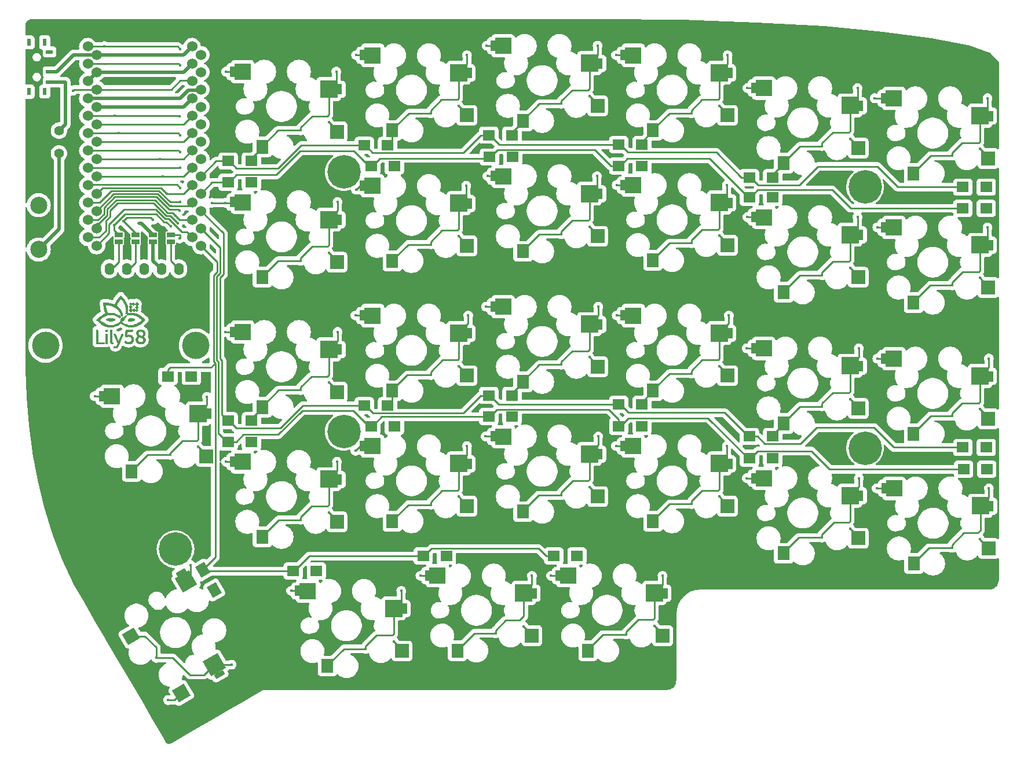
<source format=gtl>
G04 #@! TF.GenerationSoftware,KiCad,Pcbnew,8.0.5*
G04 #@! TF.CreationDate,2024-10-03T23:55:07-04:00*
G04 #@! TF.ProjectId,Lily58_Pro,4c696c79-3538-45f5-9072-6f2e6b696361,rev?*
G04 #@! TF.SameCoordinates,Original*
G04 #@! TF.FileFunction,Copper,L1,Top*
G04 #@! TF.FilePolarity,Positive*
%FSLAX46Y46*%
G04 Gerber Fmt 4.6, Leading zero omitted, Abs format (unit mm)*
G04 Created by KiCad (PCBNEW 8.0.5) date 2024-10-03 23:55:07*
%MOMM*%
%LPD*%
G01*
G04 APERTURE LIST*
G04 Aperture macros list*
%AMRotRect*
0 Rectangle, with rotation*
0 The origin of the aperture is its center*
0 $1 length*
0 $2 width*
0 $3 Rotation angle, in degrees counterclockwise*
0 Add horizontal line*
21,1,$1,$2,0,0,$3*%
G04 Aperture macros list end*
G04 #@! TA.AperFunction,EtchedComponent*
%ADD10C,0.010000*%
G04 #@! TD*
G04 #@! TA.AperFunction,ComponentPad*
%ADD11C,4.900000*%
G04 #@! TD*
G04 #@! TA.AperFunction,ComponentPad*
%ADD12C,1.524000*%
G04 #@! TD*
G04 #@! TA.AperFunction,ComponentPad*
%ADD13C,2.500000*%
G04 #@! TD*
G04 #@! TA.AperFunction,ComponentPad*
%ADD14R,1.800000X1.500000*%
G04 #@! TD*
G04 #@! TA.AperFunction,ComponentPad*
%ADD15RotRect,1.800000X1.500000X300.000000*%
G04 #@! TD*
G04 #@! TA.AperFunction,SMDPad,CuDef*
%ADD16R,0.700000X1.500000*%
G04 #@! TD*
G04 #@! TA.AperFunction,SMDPad,CuDef*
%ADD17R,2.400000X2.400000*%
G04 #@! TD*
G04 #@! TA.AperFunction,SMDPad,CuDef*
%ADD18R,2.000000X2.000000*%
G04 #@! TD*
G04 #@! TA.AperFunction,SMDPad,CuDef*
%ADD19R,1.800000X2.000000*%
G04 #@! TD*
G04 #@! TA.AperFunction,SMDPad,CuDef*
%ADD20R,2.500000X2.500000*%
G04 #@! TD*
G04 #@! TA.AperFunction,SMDPad,CuDef*
%ADD21RotRect,0.700000X1.500000X300.000000*%
G04 #@! TD*
G04 #@! TA.AperFunction,SMDPad,CuDef*
%ADD22RotRect,2.400000X2.400000X120.000000*%
G04 #@! TD*
G04 #@! TA.AperFunction,SMDPad,CuDef*
%ADD23RotRect,2.000000X2.000000X120.000000*%
G04 #@! TD*
G04 #@! TA.AperFunction,SMDPad,CuDef*
%ADD24RotRect,1.800000X2.000000X120.000000*%
G04 #@! TD*
G04 #@! TA.AperFunction,SMDPad,CuDef*
%ADD25RotRect,2.500000X2.500000X120.000000*%
G04 #@! TD*
G04 #@! TA.AperFunction,ComponentPad*
%ADD26C,4.000000*%
G04 #@! TD*
G04 #@! TA.AperFunction,ComponentPad*
%ADD27C,1.397000*%
G04 #@! TD*
G04 #@! TA.AperFunction,SMDPad,CuDef*
%ADD28R,1.143000X0.635000*%
G04 #@! TD*
G04 #@! TA.AperFunction,ComponentPad*
%ADD29O,1.397000X1.778000*%
G04 #@! TD*
G04 #@! TA.AperFunction,SMDPad,CuDef*
%ADD30R,0.600000X1.000000*%
G04 #@! TD*
G04 #@! TA.AperFunction,SMDPad,CuDef*
%ADD31R,0.600000X1.100000*%
G04 #@! TD*
G04 #@! TA.AperFunction,SMDPad,CuDef*
%ADD32R,1.000000X0.600000*%
G04 #@! TD*
G04 #@! TA.AperFunction,ViaPad*
%ADD33C,0.400000*%
G04 #@! TD*
G04 #@! TA.AperFunction,Conductor*
%ADD34C,0.250000*%
G04 #@! TD*
G04 #@! TA.AperFunction,Conductor*
%ADD35C,0.500000*%
G04 #@! TD*
G04 APERTURE END LIST*
D10*
G04 #@! TO.C,G\u002A\u002A\u002A*
X99412968Y-79272025D02*
X99444769Y-79304289D01*
X99472714Y-79333635D01*
X99495258Y-79358358D01*
X99510855Y-79376752D01*
X99517959Y-79387111D01*
X99518229Y-79388175D01*
X99513229Y-79396868D01*
X99499532Y-79413473D01*
X99479088Y-79436042D01*
X99453849Y-79462625D01*
X99425765Y-79491273D01*
X99396788Y-79520036D01*
X99368869Y-79546965D01*
X99343960Y-79570110D01*
X99324010Y-79587522D01*
X99310972Y-79597252D01*
X99307584Y-79598629D01*
X99299366Y-79593691D01*
X99282718Y-79579907D01*
X99259340Y-79558823D01*
X99230936Y-79531984D01*
X99199208Y-79500936D01*
X99191625Y-79493368D01*
X99086552Y-79388107D01*
X99197130Y-79277530D01*
X99307707Y-79166952D01*
X99412968Y-79272025D01*
G04 #@! TA.AperFunction,EtchedComponent*
G36*
X99412968Y-79272025D02*
G01*
X99444769Y-79304289D01*
X99472714Y-79333635D01*
X99495258Y-79358358D01*
X99510855Y-79376752D01*
X99517959Y-79387111D01*
X99518229Y-79388175D01*
X99513229Y-79396868D01*
X99499532Y-79413473D01*
X99479088Y-79436042D01*
X99453849Y-79462625D01*
X99425765Y-79491273D01*
X99396788Y-79520036D01*
X99368869Y-79546965D01*
X99343960Y-79570110D01*
X99324010Y-79587522D01*
X99310972Y-79597252D01*
X99307584Y-79598629D01*
X99299366Y-79593691D01*
X99282718Y-79579907D01*
X99259340Y-79558823D01*
X99230936Y-79531984D01*
X99199208Y-79500936D01*
X99191625Y-79493368D01*
X99086552Y-79388107D01*
X99197130Y-79277530D01*
X99307707Y-79166952D01*
X99412968Y-79272025D01*
G37*
G04 #@! TD.AperFunction*
X98418714Y-78718254D02*
X98434649Y-78731799D01*
X98456095Y-78751725D01*
X98480912Y-78775864D01*
X98506960Y-78802048D01*
X98532101Y-78828110D01*
X98554194Y-78851883D01*
X98571101Y-78871197D01*
X98580681Y-78883887D01*
X98582057Y-78887146D01*
X98577145Y-78895635D01*
X98563828Y-78911893D01*
X98544241Y-78933742D01*
X98520514Y-78959004D01*
X98494781Y-78985500D01*
X98469172Y-79011052D01*
X98445822Y-79033481D01*
X98426862Y-79050610D01*
X98414424Y-79060260D01*
X98411288Y-79061600D01*
X98403998Y-79056697D01*
X98388390Y-79043118D01*
X98366299Y-79022562D01*
X98339560Y-78996725D01*
X98317460Y-78974803D01*
X98230889Y-78888006D01*
X98317187Y-78800632D01*
X98346078Y-78771777D01*
X98371693Y-78746940D01*
X98392215Y-78727824D01*
X98405826Y-78716131D01*
X98410428Y-78713257D01*
X98418714Y-78718254D01*
G04 #@! TA.AperFunction,EtchedComponent*
G36*
X98418714Y-78718254D02*
G01*
X98434649Y-78731799D01*
X98456095Y-78751725D01*
X98480912Y-78775864D01*
X98506960Y-78802048D01*
X98532101Y-78828110D01*
X98554194Y-78851883D01*
X98571101Y-78871197D01*
X98580681Y-78883887D01*
X98582057Y-78887146D01*
X98577145Y-78895635D01*
X98563828Y-78911893D01*
X98544241Y-78933742D01*
X98520514Y-78959004D01*
X98494781Y-78985500D01*
X98469172Y-79011052D01*
X98445822Y-79033481D01*
X98426862Y-79050610D01*
X98414424Y-79060260D01*
X98411288Y-79061600D01*
X98403998Y-79056697D01*
X98388390Y-79043118D01*
X98366299Y-79022562D01*
X98339560Y-78996725D01*
X98317460Y-78974803D01*
X98230889Y-78888006D01*
X98317187Y-78800632D01*
X98346078Y-78771777D01*
X98371693Y-78746940D01*
X98392215Y-78727824D01*
X98405826Y-78716131D01*
X98410428Y-78713257D01*
X98418714Y-78718254D01*
G37*
G04 #@! TD.AperFunction*
X94909511Y-82662223D02*
X94939421Y-82663924D01*
X94958866Y-82666590D01*
X94971893Y-82671538D01*
X94982547Y-82680084D01*
X94990442Y-82688556D01*
X94999177Y-82698791D01*
X95005092Y-82708369D01*
X95008736Y-82720278D01*
X95010659Y-82737506D01*
X95011412Y-82763043D01*
X95011543Y-82799877D01*
X95011543Y-82803249D01*
X95010966Y-82839320D01*
X95009394Y-82871025D01*
X95007063Y-82895033D01*
X95004210Y-82908012D01*
X95004071Y-82908288D01*
X94989641Y-82925057D01*
X94966327Y-82936242D01*
X94932391Y-82942389D01*
X94890346Y-82944065D01*
X94857496Y-82942961D01*
X94829534Y-82940088D01*
X94810791Y-82935928D01*
X94808343Y-82934892D01*
X94789983Y-82921795D01*
X94777261Y-82902495D01*
X94769553Y-82874928D01*
X94766241Y-82837027D01*
X94766409Y-82795400D01*
X94769510Y-82747041D01*
X94776706Y-82711333D01*
X94789805Y-82686597D01*
X94810611Y-82671153D01*
X94840930Y-82663320D01*
X94882568Y-82661417D01*
X94909511Y-82662223D01*
G04 #@! TA.AperFunction,EtchedComponent*
G36*
X94909511Y-82662223D02*
G01*
X94939421Y-82663924D01*
X94958866Y-82666590D01*
X94971893Y-82671538D01*
X94982547Y-82680084D01*
X94990442Y-82688556D01*
X94999177Y-82698791D01*
X95005092Y-82708369D01*
X95008736Y-82720278D01*
X95010659Y-82737506D01*
X95011412Y-82763043D01*
X95011543Y-82799877D01*
X95011543Y-82803249D01*
X95010966Y-82839320D01*
X95009394Y-82871025D01*
X95007063Y-82895033D01*
X95004210Y-82908012D01*
X95004071Y-82908288D01*
X94989641Y-82925057D01*
X94966327Y-82936242D01*
X94932391Y-82942389D01*
X94890346Y-82944065D01*
X94857496Y-82942961D01*
X94829534Y-82940088D01*
X94810791Y-82935928D01*
X94808343Y-82934892D01*
X94789983Y-82921795D01*
X94777261Y-82902495D01*
X94769553Y-82874928D01*
X94766241Y-82837027D01*
X94766409Y-82795400D01*
X94769510Y-82747041D01*
X94776706Y-82711333D01*
X94789805Y-82686597D01*
X94810611Y-82671153D01*
X94840930Y-82663320D01*
X94882568Y-82661417D01*
X94909511Y-82662223D01*
G37*
G04 #@! TD.AperFunction*
X99316339Y-79632567D02*
X99332458Y-79645874D01*
X99354185Y-79665447D01*
X99379347Y-79689154D01*
X99405768Y-79714861D01*
X99431274Y-79740437D01*
X99453690Y-79763750D01*
X99470842Y-79782668D01*
X99480554Y-79795058D01*
X99481943Y-79798205D01*
X99477103Y-79805111D01*
X99463959Y-79820048D01*
X99444575Y-79840911D01*
X99421016Y-79865591D01*
X99395345Y-79891982D01*
X99369626Y-79917977D01*
X99345923Y-79941469D01*
X99326301Y-79960350D01*
X99312824Y-79972515D01*
X99307772Y-79976000D01*
X99301622Y-79971119D01*
X99287047Y-79957611D01*
X99265820Y-79937175D01*
X99239713Y-79911511D01*
X99218758Y-79890620D01*
X99190385Y-79861755D01*
X99166018Y-79836170D01*
X99147365Y-79815722D01*
X99136133Y-79802270D01*
X99133600Y-79797973D01*
X99138619Y-79789773D01*
X99152222Y-79773965D01*
X99172232Y-79752676D01*
X99196468Y-79728033D01*
X99222751Y-79702166D01*
X99248904Y-79677202D01*
X99272746Y-79655268D01*
X99292099Y-79638493D01*
X99304783Y-79629005D01*
X99308004Y-79627657D01*
X99316339Y-79632567D01*
G04 #@! TA.AperFunction,EtchedComponent*
G36*
X99316339Y-79632567D02*
G01*
X99332458Y-79645874D01*
X99354185Y-79665447D01*
X99379347Y-79689154D01*
X99405768Y-79714861D01*
X99431274Y-79740437D01*
X99453690Y-79763750D01*
X99470842Y-79782668D01*
X99480554Y-79795058D01*
X99481943Y-79798205D01*
X99477103Y-79805111D01*
X99463959Y-79820048D01*
X99444575Y-79840911D01*
X99421016Y-79865591D01*
X99395345Y-79891982D01*
X99369626Y-79917977D01*
X99345923Y-79941469D01*
X99326301Y-79960350D01*
X99312824Y-79972515D01*
X99307772Y-79976000D01*
X99301622Y-79971119D01*
X99287047Y-79957611D01*
X99265820Y-79937175D01*
X99239713Y-79911511D01*
X99218758Y-79890620D01*
X99190385Y-79861755D01*
X99166018Y-79836170D01*
X99147365Y-79815722D01*
X99136133Y-79802270D01*
X99133600Y-79797973D01*
X99138619Y-79789773D01*
X99152222Y-79773965D01*
X99172232Y-79752676D01*
X99196468Y-79728033D01*
X99222751Y-79702166D01*
X99248904Y-79677202D01*
X99272746Y-79655268D01*
X99292099Y-79638493D01*
X99304783Y-79629005D01*
X99308004Y-79627657D01*
X99316339Y-79632567D01*
G37*
G04 #@! TD.AperFunction*
X98419315Y-79088372D02*
X98435102Y-79102093D01*
X98456989Y-79122618D01*
X98483090Y-79148027D01*
X98511519Y-79176404D01*
X98540389Y-79205829D01*
X98567814Y-79234385D01*
X98591909Y-79260153D01*
X98610786Y-79281215D01*
X98622561Y-79295654D01*
X98625600Y-79301086D01*
X98620683Y-79309019D01*
X98607191Y-79325073D01*
X98587008Y-79347331D01*
X98562022Y-79373875D01*
X98534119Y-79402785D01*
X98505184Y-79432145D01*
X98477104Y-79460035D01*
X98451765Y-79484538D01*
X98431054Y-79503735D01*
X98416856Y-79515709D01*
X98411515Y-79518800D01*
X98404723Y-79513913D01*
X98389336Y-79500277D01*
X98366995Y-79479431D01*
X98339343Y-79452912D01*
X98308023Y-79422258D01*
X98301405Y-79415710D01*
X98269750Y-79383774D01*
X98241978Y-79354705D01*
X98219654Y-79330227D01*
X98204343Y-79312066D01*
X98197609Y-79301946D01*
X98197429Y-79301086D01*
X98202346Y-79293153D01*
X98215838Y-79277098D01*
X98236021Y-79254840D01*
X98261007Y-79228297D01*
X98288910Y-79199387D01*
X98317845Y-79170027D01*
X98345925Y-79142137D01*
X98371264Y-79117634D01*
X98391975Y-79098436D01*
X98406173Y-79086463D01*
X98411515Y-79083372D01*
X98419315Y-79088372D01*
G04 #@! TA.AperFunction,EtchedComponent*
G36*
X98419315Y-79088372D02*
G01*
X98435102Y-79102093D01*
X98456989Y-79122618D01*
X98483090Y-79148027D01*
X98511519Y-79176404D01*
X98540389Y-79205829D01*
X98567814Y-79234385D01*
X98591909Y-79260153D01*
X98610786Y-79281215D01*
X98622561Y-79295654D01*
X98625600Y-79301086D01*
X98620683Y-79309019D01*
X98607191Y-79325073D01*
X98587008Y-79347331D01*
X98562022Y-79373875D01*
X98534119Y-79402785D01*
X98505184Y-79432145D01*
X98477104Y-79460035D01*
X98451765Y-79484538D01*
X98431054Y-79503735D01*
X98416856Y-79515709D01*
X98411515Y-79518800D01*
X98404723Y-79513913D01*
X98389336Y-79500277D01*
X98366995Y-79479431D01*
X98339343Y-79452912D01*
X98308023Y-79422258D01*
X98301405Y-79415710D01*
X98269750Y-79383774D01*
X98241978Y-79354705D01*
X98219654Y-79330227D01*
X98204343Y-79312066D01*
X98197609Y-79301946D01*
X98197429Y-79301086D01*
X98202346Y-79293153D01*
X98215838Y-79277098D01*
X98236021Y-79254840D01*
X98261007Y-79228297D01*
X98288910Y-79199387D01*
X98317845Y-79170027D01*
X98345925Y-79142137D01*
X98371264Y-79117634D01*
X98391975Y-79098436D01*
X98406173Y-79086463D01*
X98411515Y-79083372D01*
X98419315Y-79088372D01*
G37*
G04 #@! TD.AperFunction*
X98822488Y-78689154D02*
X98838605Y-78702669D01*
X98860907Y-78722884D01*
X98887475Y-78747910D01*
X98916390Y-78775854D01*
X98945733Y-78804829D01*
X98973586Y-78832943D01*
X98998028Y-78858306D01*
X99017142Y-78879028D01*
X99029009Y-78893219D01*
X99032000Y-78898499D01*
X99027061Y-78905816D01*
X99013509Y-78921244D01*
X98993243Y-78942888D01*
X98968165Y-78968850D01*
X98940173Y-78997234D01*
X98911167Y-79026144D01*
X98883046Y-79053684D01*
X98857711Y-79077957D01*
X98837061Y-79097067D01*
X98822995Y-79109117D01*
X98817730Y-79112400D01*
X98810614Y-79107482D01*
X98794980Y-79093761D01*
X98772486Y-79072787D01*
X98744786Y-79046110D01*
X98713535Y-79015279D01*
X98707149Y-79008895D01*
X98675685Y-78976855D01*
X98648082Y-78947754D01*
X98625897Y-78923315D01*
X98610686Y-78905260D01*
X98604006Y-78895313D01*
X98603829Y-78894498D01*
X98608829Y-78885843D01*
X98622527Y-78869274D01*
X98642972Y-78846741D01*
X98668213Y-78820190D01*
X98696298Y-78791570D01*
X98725275Y-78762830D01*
X98753193Y-78735916D01*
X98778101Y-78712778D01*
X98798047Y-78695362D01*
X98811079Y-78685618D01*
X98814474Y-78684229D01*
X98822488Y-78689154D01*
G04 #@! TA.AperFunction,EtchedComponent*
G36*
X98822488Y-78689154D02*
G01*
X98838605Y-78702669D01*
X98860907Y-78722884D01*
X98887475Y-78747910D01*
X98916390Y-78775854D01*
X98945733Y-78804829D01*
X98973586Y-78832943D01*
X98998028Y-78858306D01*
X99017142Y-78879028D01*
X99029009Y-78893219D01*
X99032000Y-78898499D01*
X99027061Y-78905816D01*
X99013509Y-78921244D01*
X98993243Y-78942888D01*
X98968165Y-78968850D01*
X98940173Y-78997234D01*
X98911167Y-79026144D01*
X98883046Y-79053684D01*
X98857711Y-79077957D01*
X98837061Y-79097067D01*
X98822995Y-79109117D01*
X98817730Y-79112400D01*
X98810614Y-79107482D01*
X98794980Y-79093761D01*
X98772486Y-79072787D01*
X98744786Y-79046110D01*
X98713535Y-79015279D01*
X98707149Y-79008895D01*
X98675685Y-78976855D01*
X98648082Y-78947754D01*
X98625897Y-78923315D01*
X98610686Y-78905260D01*
X98604006Y-78895313D01*
X98603829Y-78894498D01*
X98608829Y-78885843D01*
X98622527Y-78869274D01*
X98642972Y-78846741D01*
X98668213Y-78820190D01*
X98696298Y-78791570D01*
X98725275Y-78762830D01*
X98753193Y-78735916D01*
X98778101Y-78712778D01*
X98798047Y-78695362D01*
X98811079Y-78685618D01*
X98814474Y-78684229D01*
X98822488Y-78689154D01*
G37*
G04 #@! TD.AperFunction*
X98913116Y-79582775D02*
X98922787Y-79590344D01*
X98939958Y-79605996D01*
X98962722Y-79627796D01*
X98989169Y-79653806D01*
X99017390Y-79682093D01*
X99045477Y-79710719D01*
X99071521Y-79737750D01*
X99093613Y-79761250D01*
X99109843Y-79779283D01*
X99118304Y-79789913D01*
X99119086Y-79791639D01*
X99114077Y-79799418D01*
X99100331Y-79815166D01*
X99079770Y-79836998D01*
X99054319Y-79863033D01*
X99025899Y-79891386D01*
X98996433Y-79920176D01*
X98967844Y-79947518D01*
X98942055Y-79971531D01*
X98920989Y-79990332D01*
X98906568Y-80002036D01*
X98901184Y-80005029D01*
X98892884Y-80000094D01*
X98876217Y-79986350D01*
X98852940Y-79965383D01*
X98824811Y-79938783D01*
X98793589Y-79908136D01*
X98790603Y-79905149D01*
X98759721Y-79873670D01*
X98732731Y-79845130D01*
X98711217Y-79821290D01*
X98696764Y-79803911D01*
X98690959Y-79794754D01*
X98690915Y-79794384D01*
X98695852Y-79786152D01*
X98709628Y-79769500D01*
X98730691Y-79746140D01*
X98757487Y-79717784D01*
X98788464Y-79686145D01*
X98795188Y-79679411D01*
X98831119Y-79643787D01*
X98858408Y-79617447D01*
X98878481Y-79599222D01*
X98892764Y-79587943D01*
X98902684Y-79582440D01*
X98909668Y-79581546D01*
X98913116Y-79582775D01*
G04 #@! TA.AperFunction,EtchedComponent*
G36*
X98913116Y-79582775D02*
G01*
X98922787Y-79590344D01*
X98939958Y-79605996D01*
X98962722Y-79627796D01*
X98989169Y-79653806D01*
X99017390Y-79682093D01*
X99045477Y-79710719D01*
X99071521Y-79737750D01*
X99093613Y-79761250D01*
X99109843Y-79779283D01*
X99118304Y-79789913D01*
X99119086Y-79791639D01*
X99114077Y-79799418D01*
X99100331Y-79815166D01*
X99079770Y-79836998D01*
X99054319Y-79863033D01*
X99025899Y-79891386D01*
X98996433Y-79920176D01*
X98967844Y-79947518D01*
X98942055Y-79971531D01*
X98920989Y-79990332D01*
X98906568Y-80002036D01*
X98901184Y-80005029D01*
X98892884Y-80000094D01*
X98876217Y-79986350D01*
X98852940Y-79965383D01*
X98824811Y-79938783D01*
X98793589Y-79908136D01*
X98790603Y-79905149D01*
X98759721Y-79873670D01*
X98732731Y-79845130D01*
X98711217Y-79821290D01*
X98696764Y-79803911D01*
X98690959Y-79794754D01*
X98690915Y-79794384D01*
X98695852Y-79786152D01*
X98709628Y-79769500D01*
X98730691Y-79746140D01*
X98757487Y-79717784D01*
X98788464Y-79686145D01*
X98795188Y-79679411D01*
X98831119Y-79643787D01*
X98858408Y-79617447D01*
X98878481Y-79599222D01*
X98892764Y-79587943D01*
X98902684Y-79582440D01*
X98909668Y-79581546D01*
X98913116Y-79582775D01*
G37*
G04 #@! TD.AperFunction*
X98421348Y-79545629D02*
X98439163Y-79559599D01*
X98463159Y-79580676D01*
X98491532Y-79607055D01*
X98522479Y-79636931D01*
X98554195Y-79668500D01*
X98584877Y-79699956D01*
X98612721Y-79729495D01*
X98635924Y-79755312D01*
X98652681Y-79775601D01*
X98661190Y-79788558D01*
X98661886Y-79791103D01*
X98656909Y-79800099D01*
X98643144Y-79817274D01*
X98622343Y-79840851D01*
X98596257Y-79869052D01*
X98566636Y-79900099D01*
X98535233Y-79932215D01*
X98503796Y-79963620D01*
X98474079Y-79992538D01*
X98447831Y-80017191D01*
X98426804Y-80035801D01*
X98412748Y-80046590D01*
X98408305Y-80048572D01*
X98400403Y-80043649D01*
X98383890Y-80029845D01*
X98360350Y-80008610D01*
X98331370Y-79981392D01*
X98298535Y-79949640D01*
X98279575Y-79930936D01*
X98245428Y-79896613D01*
X98214748Y-79865008D01*
X98189065Y-79837761D01*
X98169911Y-79816510D01*
X98158814Y-79802896D01*
X98156731Y-79799361D01*
X98157392Y-79792635D01*
X98163318Y-79782045D01*
X98175496Y-79766450D01*
X98194914Y-79744708D01*
X98222559Y-79715674D01*
X98259419Y-79678208D01*
X98274574Y-79662997D01*
X98317749Y-79620399D01*
X98353658Y-79586297D01*
X98381675Y-79561252D01*
X98401174Y-79545824D01*
X98411517Y-79540572D01*
X98421348Y-79545629D01*
G04 #@! TA.AperFunction,EtchedComponent*
G36*
X98421348Y-79545629D02*
G01*
X98439163Y-79559599D01*
X98463159Y-79580676D01*
X98491532Y-79607055D01*
X98522479Y-79636931D01*
X98554195Y-79668500D01*
X98584877Y-79699956D01*
X98612721Y-79729495D01*
X98635924Y-79755312D01*
X98652681Y-79775601D01*
X98661190Y-79788558D01*
X98661886Y-79791103D01*
X98656909Y-79800099D01*
X98643144Y-79817274D01*
X98622343Y-79840851D01*
X98596257Y-79869052D01*
X98566636Y-79900099D01*
X98535233Y-79932215D01*
X98503796Y-79963620D01*
X98474079Y-79992538D01*
X98447831Y-80017191D01*
X98426804Y-80035801D01*
X98412748Y-80046590D01*
X98408305Y-80048572D01*
X98400403Y-80043649D01*
X98383890Y-80029845D01*
X98360350Y-80008610D01*
X98331370Y-79981392D01*
X98298535Y-79949640D01*
X98279575Y-79930936D01*
X98245428Y-79896613D01*
X98214748Y-79865008D01*
X98189065Y-79837761D01*
X98169911Y-79816510D01*
X98158814Y-79802896D01*
X98156731Y-79799361D01*
X98157392Y-79792635D01*
X98163318Y-79782045D01*
X98175496Y-79766450D01*
X98194914Y-79744708D01*
X98222559Y-79715674D01*
X98259419Y-79678208D01*
X98274574Y-79662997D01*
X98317749Y-79620399D01*
X98353658Y-79586297D01*
X98381675Y-79561252D01*
X98401174Y-79545824D01*
X98411517Y-79540572D01*
X98421348Y-79545629D01*
G37*
G04 #@! TD.AperFunction*
X99316259Y-78645682D02*
X99332770Y-78659495D01*
X99355704Y-78680368D01*
X99383304Y-78706539D01*
X99413812Y-78736249D01*
X99445471Y-78767739D01*
X99476523Y-78799248D01*
X99505212Y-78829017D01*
X99529778Y-78855287D01*
X99548465Y-78876297D01*
X99559515Y-78890288D01*
X99561772Y-78894844D01*
X99556776Y-78903174D01*
X99542962Y-78919684D01*
X99522090Y-78942618D01*
X99495919Y-78970218D01*
X99466208Y-79000726D01*
X99434719Y-79032385D01*
X99403209Y-79063438D01*
X99373440Y-79092126D01*
X99347171Y-79116692D01*
X99326161Y-79135379D01*
X99312170Y-79146430D01*
X99307614Y-79148686D01*
X99299605Y-79143739D01*
X99283003Y-79129853D01*
X99259370Y-79108462D01*
X99230264Y-79080999D01*
X99197246Y-79048900D01*
X99175249Y-79027051D01*
X99141017Y-78992332D01*
X99110519Y-78960551D01*
X99085187Y-78933272D01*
X99066453Y-78912055D01*
X99055748Y-78898463D01*
X99053772Y-78894528D01*
X99058767Y-78886198D01*
X99072581Y-78869688D01*
X99093454Y-78846754D01*
X99119625Y-78819154D01*
X99149335Y-78788646D01*
X99180825Y-78756987D01*
X99212334Y-78725934D01*
X99242103Y-78697246D01*
X99268372Y-78672680D01*
X99289382Y-78653993D01*
X99303373Y-78642942D01*
X99307930Y-78640686D01*
X99316259Y-78645682D01*
G04 #@! TA.AperFunction,EtchedComponent*
G36*
X99316259Y-78645682D02*
G01*
X99332770Y-78659495D01*
X99355704Y-78680368D01*
X99383304Y-78706539D01*
X99413812Y-78736249D01*
X99445471Y-78767739D01*
X99476523Y-78799248D01*
X99505212Y-78829017D01*
X99529778Y-78855287D01*
X99548465Y-78876297D01*
X99559515Y-78890288D01*
X99561772Y-78894844D01*
X99556776Y-78903174D01*
X99542962Y-78919684D01*
X99522090Y-78942618D01*
X99495919Y-78970218D01*
X99466208Y-79000726D01*
X99434719Y-79032385D01*
X99403209Y-79063438D01*
X99373440Y-79092126D01*
X99347171Y-79116692D01*
X99326161Y-79135379D01*
X99312170Y-79146430D01*
X99307614Y-79148686D01*
X99299605Y-79143739D01*
X99283003Y-79129853D01*
X99259370Y-79108462D01*
X99230264Y-79080999D01*
X99197246Y-79048900D01*
X99175249Y-79027051D01*
X99141017Y-78992332D01*
X99110519Y-78960551D01*
X99085187Y-78933272D01*
X99066453Y-78912055D01*
X99055748Y-78898463D01*
X99053772Y-78894528D01*
X99058767Y-78886198D01*
X99072581Y-78869688D01*
X99093454Y-78846754D01*
X99119625Y-78819154D01*
X99149335Y-78788646D01*
X99180825Y-78756987D01*
X99212334Y-78725934D01*
X99242103Y-78697246D01*
X99268372Y-78672680D01*
X99289382Y-78653993D01*
X99303373Y-78642942D01*
X99307930Y-78640686D01*
X99316259Y-78645682D01*
G37*
G04 #@! TD.AperFunction*
X94900653Y-83242825D02*
X94930912Y-83244379D01*
X94950622Y-83246851D01*
X94963745Y-83251501D01*
X94974242Y-83259588D01*
X94983110Y-83269043D01*
X95004286Y-83292743D01*
X95004286Y-84685657D01*
X94983110Y-84709357D01*
X94971899Y-84721028D01*
X94961224Y-84728197D01*
X94947088Y-84732118D01*
X94925494Y-84734044D01*
X94901467Y-84734949D01*
X94858752Y-84734519D01*
X94828383Y-84730020D01*
X94817143Y-84726114D01*
X94809730Y-84722918D01*
X94803176Y-84719822D01*
X94797429Y-84715963D01*
X94792435Y-84710477D01*
X94788142Y-84702500D01*
X94784497Y-84691169D01*
X94781447Y-84675619D01*
X94778940Y-84654987D01*
X94776921Y-84628409D01*
X94775339Y-84595021D01*
X94774141Y-84553960D01*
X94773274Y-84504362D01*
X94772684Y-84445362D01*
X94772320Y-84376098D01*
X94772128Y-84295706D01*
X94772055Y-84203321D01*
X94772049Y-84098080D01*
X94772057Y-83989200D01*
X94772049Y-83871608D01*
X94772060Y-83767661D01*
X94772142Y-83676493D01*
X94772345Y-83597233D01*
X94772723Y-83529015D01*
X94773327Y-83470969D01*
X94774209Y-83422228D01*
X94775420Y-83381923D01*
X94777013Y-83349186D01*
X94779039Y-83323149D01*
X94781550Y-83302943D01*
X94784598Y-83287699D01*
X94788235Y-83276551D01*
X94792512Y-83268629D01*
X94797481Y-83263065D01*
X94803195Y-83258991D01*
X94809705Y-83255538D01*
X94816029Y-83252379D01*
X94833286Y-83245901D01*
X94855694Y-83242714D01*
X94887177Y-83242372D01*
X94900653Y-83242825D01*
G04 #@! TA.AperFunction,EtchedComponent*
G36*
X94900653Y-83242825D02*
G01*
X94930912Y-83244379D01*
X94950622Y-83246851D01*
X94963745Y-83251501D01*
X94974242Y-83259588D01*
X94983110Y-83269043D01*
X95004286Y-83292743D01*
X95004286Y-84685657D01*
X94983110Y-84709357D01*
X94971899Y-84721028D01*
X94961224Y-84728197D01*
X94947088Y-84732118D01*
X94925494Y-84734044D01*
X94901467Y-84734949D01*
X94858752Y-84734519D01*
X94828383Y-84730020D01*
X94817143Y-84726114D01*
X94809730Y-84722918D01*
X94803176Y-84719822D01*
X94797429Y-84715963D01*
X94792435Y-84710477D01*
X94788142Y-84702500D01*
X94784497Y-84691169D01*
X94781447Y-84675619D01*
X94778940Y-84654987D01*
X94776921Y-84628409D01*
X94775339Y-84595021D01*
X94774141Y-84553960D01*
X94773274Y-84504362D01*
X94772684Y-84445362D01*
X94772320Y-84376098D01*
X94772128Y-84295706D01*
X94772055Y-84203321D01*
X94772049Y-84098080D01*
X94772057Y-83989200D01*
X94772049Y-83871608D01*
X94772060Y-83767661D01*
X94772142Y-83676493D01*
X94772345Y-83597233D01*
X94772723Y-83529015D01*
X94773327Y-83470969D01*
X94774209Y-83422228D01*
X94775420Y-83381923D01*
X94777013Y-83349186D01*
X94779039Y-83323149D01*
X94781550Y-83302943D01*
X94784598Y-83287699D01*
X94788235Y-83276551D01*
X94792512Y-83268629D01*
X94797481Y-83263065D01*
X94803195Y-83258991D01*
X94809705Y-83255538D01*
X94816029Y-83252379D01*
X94833286Y-83245901D01*
X94855694Y-83242714D01*
X94887177Y-83242372D01*
X94900653Y-83242825D01*
G37*
G04 #@! TD.AperFunction*
X95577562Y-82662965D02*
X95614020Y-82670438D01*
X95639312Y-82685037D01*
X95648614Y-82695939D01*
X95650510Y-82699587D01*
X95652213Y-82704960D01*
X95653738Y-82712842D01*
X95655099Y-82724018D01*
X95656312Y-82739271D01*
X95657390Y-82759385D01*
X95658348Y-82785144D01*
X95659201Y-82817333D01*
X95659962Y-82856734D01*
X95660647Y-82904131D01*
X95661269Y-82960310D01*
X95661844Y-83026052D01*
X95662385Y-83102144D01*
X95662907Y-83189367D01*
X95663425Y-83288507D01*
X95663953Y-83400347D01*
X95664505Y-83525670D01*
X95664686Y-83567963D01*
X95668315Y-84421000D01*
X95686457Y-84457275D01*
X95710766Y-84493028D01*
X95742528Y-84516653D01*
X95783309Y-84529291D01*
X95785955Y-84529707D01*
X95824666Y-84538829D01*
X95851037Y-84553127D01*
X95866473Y-84573197D01*
X95872212Y-84595302D01*
X95874761Y-84625515D01*
X95874198Y-84658155D01*
X95870604Y-84687543D01*
X95864600Y-84706996D01*
X95845464Y-84728425D01*
X95814698Y-84741734D01*
X95772790Y-84746793D01*
X95726372Y-84744233D01*
X95655516Y-84729630D01*
X95593564Y-84703704D01*
X95540929Y-84666818D01*
X95498023Y-84619333D01*
X95465258Y-84561613D01*
X95443399Y-84495525D01*
X95441754Y-84486898D01*
X95440281Y-84475207D01*
X95438971Y-84459679D01*
X95437814Y-84439543D01*
X95436801Y-84414026D01*
X95435924Y-84382357D01*
X95435172Y-84343764D01*
X95434537Y-84297475D01*
X95434009Y-84242719D01*
X95433580Y-84178722D01*
X95433241Y-84104714D01*
X95432981Y-84019922D01*
X95432793Y-83923574D01*
X95432666Y-83814900D01*
X95432592Y-83693126D01*
X95432565Y-83581100D01*
X95432457Y-82712172D01*
X95453473Y-82688651D01*
X95465438Y-82676463D01*
X95477224Y-82669140D01*
X95493225Y-82665155D01*
X95517836Y-82662979D01*
X95529068Y-82662374D01*
X95577562Y-82662965D01*
G04 #@! TA.AperFunction,EtchedComponent*
G36*
X95577562Y-82662965D02*
G01*
X95614020Y-82670438D01*
X95639312Y-82685037D01*
X95648614Y-82695939D01*
X95650510Y-82699587D01*
X95652213Y-82704960D01*
X95653738Y-82712842D01*
X95655099Y-82724018D01*
X95656312Y-82739271D01*
X95657390Y-82759385D01*
X95658348Y-82785144D01*
X95659201Y-82817333D01*
X95659962Y-82856734D01*
X95660647Y-82904131D01*
X95661269Y-82960310D01*
X95661844Y-83026052D01*
X95662385Y-83102144D01*
X95662907Y-83189367D01*
X95663425Y-83288507D01*
X95663953Y-83400347D01*
X95664505Y-83525670D01*
X95664686Y-83567963D01*
X95668315Y-84421000D01*
X95686457Y-84457275D01*
X95710766Y-84493028D01*
X95742528Y-84516653D01*
X95783309Y-84529291D01*
X95785955Y-84529707D01*
X95824666Y-84538829D01*
X95851037Y-84553127D01*
X95866473Y-84573197D01*
X95872212Y-84595302D01*
X95874761Y-84625515D01*
X95874198Y-84658155D01*
X95870604Y-84687543D01*
X95864600Y-84706996D01*
X95845464Y-84728425D01*
X95814698Y-84741734D01*
X95772790Y-84746793D01*
X95726372Y-84744233D01*
X95655516Y-84729630D01*
X95593564Y-84703704D01*
X95540929Y-84666818D01*
X95498023Y-84619333D01*
X95465258Y-84561613D01*
X95443399Y-84495525D01*
X95441754Y-84486898D01*
X95440281Y-84475207D01*
X95438971Y-84459679D01*
X95437814Y-84439543D01*
X95436801Y-84414026D01*
X95435924Y-84382357D01*
X95435172Y-84343764D01*
X95434537Y-84297475D01*
X95434009Y-84242719D01*
X95433580Y-84178722D01*
X95433241Y-84104714D01*
X95432981Y-84019922D01*
X95432793Y-83923574D01*
X95432666Y-83814900D01*
X95432592Y-83693126D01*
X95432565Y-83581100D01*
X95432457Y-82712172D01*
X95453473Y-82688651D01*
X95465438Y-82676463D01*
X95477224Y-82669140D01*
X95493225Y-82665155D01*
X95517836Y-82662979D01*
X95529068Y-82662374D01*
X95577562Y-82662965D01*
G37*
G04 #@! TD.AperFunction*
X93506106Y-82662254D02*
X93537344Y-82664125D01*
X93558052Y-82667249D01*
X93572210Y-82672639D01*
X93583801Y-82681314D01*
X93584945Y-82682376D01*
X93600058Y-82702035D01*
X93610681Y-82725202D01*
X93610885Y-82725918D01*
X93612047Y-82737468D01*
X93613117Y-82763198D01*
X93614090Y-82802776D01*
X93614966Y-82855868D01*
X93615740Y-82922141D01*
X93616411Y-83001263D01*
X93616976Y-83092899D01*
X93617432Y-83196716D01*
X93617776Y-83312382D01*
X93618006Y-83439563D01*
X93618119Y-83577925D01*
X93618131Y-83635252D01*
X93618172Y-84518647D01*
X94064350Y-84520624D01*
X94510528Y-84522600D01*
X94534250Y-84546324D01*
X94546570Y-84559618D01*
X94553670Y-84571774D01*
X94556980Y-84587426D01*
X94557931Y-84611211D01*
X94557972Y-84623198D01*
X94555842Y-84662943D01*
X94548684Y-84691395D01*
X94535340Y-84711251D01*
X94514653Y-84725206D01*
X94514096Y-84725472D01*
X94501950Y-84727798D01*
X94476781Y-84729882D01*
X94440016Y-84731723D01*
X94393080Y-84733322D01*
X94337400Y-84734678D01*
X94274401Y-84735792D01*
X94205510Y-84736664D01*
X94132153Y-84737294D01*
X94055755Y-84737683D01*
X93977743Y-84737830D01*
X93899543Y-84737736D01*
X93822581Y-84737401D01*
X93748283Y-84736826D01*
X93678075Y-84736009D01*
X93613384Y-84734953D01*
X93555634Y-84733656D01*
X93506253Y-84732119D01*
X93466666Y-84730342D01*
X93438300Y-84728326D01*
X93422580Y-84726070D01*
X93420506Y-84725326D01*
X93414637Y-84722420D01*
X93409343Y-84719910D01*
X93404594Y-84717073D01*
X93400360Y-84713184D01*
X93396613Y-84707520D01*
X93393322Y-84699356D01*
X93390458Y-84687969D01*
X93387991Y-84672635D01*
X93385893Y-84652630D01*
X93384133Y-84627230D01*
X93382682Y-84595710D01*
X93381511Y-84557348D01*
X93380589Y-84511420D01*
X93379889Y-84457200D01*
X93379379Y-84393966D01*
X93379031Y-84320994D01*
X93378815Y-84237559D01*
X93378701Y-84142938D01*
X93378661Y-84036406D01*
X93378664Y-83917241D01*
X93378681Y-83784717D01*
X93378686Y-83698915D01*
X93378672Y-83557983D01*
X93378651Y-83430843D01*
X93378655Y-83316771D01*
X93378715Y-83215043D01*
X93378862Y-83124937D01*
X93379129Y-83045730D01*
X93379545Y-82976697D01*
X93380144Y-82917116D01*
X93380955Y-82866264D01*
X93382012Y-82823417D01*
X93383344Y-82787853D01*
X93384984Y-82758848D01*
X93386963Y-82735679D01*
X93389312Y-82717623D01*
X93392063Y-82703956D01*
X93395248Y-82693956D01*
X93398897Y-82686898D01*
X93403042Y-82682061D01*
X93407715Y-82678721D01*
X93412947Y-82676154D01*
X93418770Y-82673638D01*
X93423352Y-82671448D01*
X93441075Y-82665031D01*
X93464840Y-82662010D01*
X93498421Y-82661965D01*
X93506106Y-82662254D01*
G04 #@! TA.AperFunction,EtchedComponent*
G36*
X93506106Y-82662254D02*
G01*
X93537344Y-82664125D01*
X93558052Y-82667249D01*
X93572210Y-82672639D01*
X93583801Y-82681314D01*
X93584945Y-82682376D01*
X93600058Y-82702035D01*
X93610681Y-82725202D01*
X93610885Y-82725918D01*
X93612047Y-82737468D01*
X93613117Y-82763198D01*
X93614090Y-82802776D01*
X93614966Y-82855868D01*
X93615740Y-82922141D01*
X93616411Y-83001263D01*
X93616976Y-83092899D01*
X93617432Y-83196716D01*
X93617776Y-83312382D01*
X93618006Y-83439563D01*
X93618119Y-83577925D01*
X93618131Y-83635252D01*
X93618172Y-84518647D01*
X94064350Y-84520624D01*
X94510528Y-84522600D01*
X94534250Y-84546324D01*
X94546570Y-84559618D01*
X94553670Y-84571774D01*
X94556980Y-84587426D01*
X94557931Y-84611211D01*
X94557972Y-84623198D01*
X94555842Y-84662943D01*
X94548684Y-84691395D01*
X94535340Y-84711251D01*
X94514653Y-84725206D01*
X94514096Y-84725472D01*
X94501950Y-84727798D01*
X94476781Y-84729882D01*
X94440016Y-84731723D01*
X94393080Y-84733322D01*
X94337400Y-84734678D01*
X94274401Y-84735792D01*
X94205510Y-84736664D01*
X94132153Y-84737294D01*
X94055755Y-84737683D01*
X93977743Y-84737830D01*
X93899543Y-84737736D01*
X93822581Y-84737401D01*
X93748283Y-84736826D01*
X93678075Y-84736009D01*
X93613384Y-84734953D01*
X93555634Y-84733656D01*
X93506253Y-84732119D01*
X93466666Y-84730342D01*
X93438300Y-84728326D01*
X93422580Y-84726070D01*
X93420506Y-84725326D01*
X93414637Y-84722420D01*
X93409343Y-84719910D01*
X93404594Y-84717073D01*
X93400360Y-84713184D01*
X93396613Y-84707520D01*
X93393322Y-84699356D01*
X93390458Y-84687969D01*
X93387991Y-84672635D01*
X93385893Y-84652630D01*
X93384133Y-84627230D01*
X93382682Y-84595710D01*
X93381511Y-84557348D01*
X93380589Y-84511420D01*
X93379889Y-84457200D01*
X93379379Y-84393966D01*
X93379031Y-84320994D01*
X93378815Y-84237559D01*
X93378701Y-84142938D01*
X93378661Y-84036406D01*
X93378664Y-83917241D01*
X93378681Y-83784717D01*
X93378686Y-83698915D01*
X93378672Y-83557983D01*
X93378651Y-83430843D01*
X93378655Y-83316771D01*
X93378715Y-83215043D01*
X93378862Y-83124937D01*
X93379129Y-83045730D01*
X93379545Y-82976697D01*
X93380144Y-82917116D01*
X93380955Y-82866264D01*
X93382012Y-82823417D01*
X93383344Y-82787853D01*
X93384984Y-82758848D01*
X93386963Y-82735679D01*
X93389312Y-82717623D01*
X93392063Y-82703956D01*
X93395248Y-82693956D01*
X93398897Y-82686898D01*
X93403042Y-82682061D01*
X93407715Y-82678721D01*
X93412947Y-82676154D01*
X93418770Y-82673638D01*
X93423352Y-82671448D01*
X93441075Y-82665031D01*
X93464840Y-82662010D01*
X93498421Y-82661965D01*
X93506106Y-82662254D01*
G37*
G04 #@! TD.AperFunction*
X97248955Y-83243370D02*
X97278216Y-83248098D01*
X97289624Y-83252258D01*
X97311575Y-83271141D01*
X97322843Y-83297920D01*
X97322246Y-83329519D01*
X97321123Y-83334247D01*
X97317541Y-83344099D01*
X97308818Y-83366378D01*
X97295362Y-83400095D01*
X97277577Y-83444264D01*
X97255868Y-83497897D01*
X97230642Y-83560006D01*
X97202304Y-83629605D01*
X97171259Y-83705707D01*
X97137914Y-83787323D01*
X97102672Y-83873467D01*
X97065941Y-83963151D01*
X97028126Y-84055389D01*
X96989631Y-84149193D01*
X96950863Y-84243575D01*
X96912228Y-84337548D01*
X96874130Y-84430126D01*
X96836975Y-84520320D01*
X96801169Y-84607143D01*
X96767117Y-84689609D01*
X96735226Y-84766730D01*
X96705899Y-84837519D01*
X96679544Y-84900987D01*
X96656565Y-84956149D01*
X96637368Y-85002017D01*
X96622358Y-85037603D01*
X96611942Y-85061921D01*
X96606524Y-85073982D01*
X96606444Y-85074143D01*
X96569721Y-85135070D01*
X96523785Y-85192137D01*
X96471592Y-85242315D01*
X96416099Y-85282573D01*
X96387967Y-85298070D01*
X96314761Y-85326573D01*
X96239682Y-85341740D01*
X96164714Y-85343303D01*
X96110309Y-85335508D01*
X96068356Y-85324122D01*
X96025964Y-85308767D01*
X95988586Y-85291593D01*
X95967854Y-85279319D01*
X95951735Y-85262135D01*
X95939995Y-85238689D01*
X95939548Y-85237257D01*
X95935622Y-85221239D01*
X95935644Y-85207443D01*
X95940524Y-85191210D01*
X95951173Y-85167879D01*
X95954368Y-85161356D01*
X95975473Y-85125599D01*
X95998156Y-85103255D01*
X96024557Y-85093556D01*
X96056819Y-85095732D01*
X96097083Y-85109015D01*
X96098519Y-85109612D01*
X96152232Y-85127554D01*
X96200211Y-85133298D01*
X96244946Y-85126606D01*
X96288926Y-85107240D01*
X96316992Y-85088701D01*
X96345737Y-85064197D01*
X96372875Y-85033603D01*
X96399453Y-84995264D01*
X96426519Y-84947528D01*
X96455120Y-84888739D01*
X96481096Y-84829609D01*
X96533247Y-84706539D01*
X96244110Y-84020039D01*
X96194586Y-83902222D01*
X96149221Y-83793819D01*
X96108180Y-83695238D01*
X96071630Y-83606889D01*
X96039736Y-83529179D01*
X96012666Y-83462516D01*
X95990585Y-83407309D01*
X95973659Y-83363966D01*
X95962055Y-83332895D01*
X95955939Y-83314505D01*
X95954972Y-83309803D01*
X95961305Y-83283185D01*
X95972475Y-83265705D01*
X95981359Y-83256317D01*
X95990784Y-83250244D01*
X96004128Y-83246629D01*
X96024767Y-83244619D01*
X96056081Y-83243357D01*
X96061375Y-83243196D01*
X96105661Y-83243534D01*
X96138441Y-83248263D01*
X96162319Y-83258361D01*
X96179895Y-83274806D01*
X96190404Y-83291693D01*
X96195333Y-83302697D01*
X96205143Y-83325894D01*
X96219315Y-83360006D01*
X96237334Y-83403751D01*
X96258680Y-83455851D01*
X96282838Y-83515025D01*
X96309290Y-83579994D01*
X96337518Y-83649478D01*
X96367006Y-83722197D01*
X96397235Y-83796871D01*
X96427690Y-83872221D01*
X96457853Y-83946967D01*
X96487206Y-84019828D01*
X96515232Y-84089526D01*
X96541414Y-84154781D01*
X96565235Y-84214312D01*
X96586177Y-84266840D01*
X96603723Y-84311085D01*
X96617356Y-84345768D01*
X96626559Y-84369608D01*
X96630815Y-84381326D01*
X96630859Y-84381472D01*
X96637275Y-84399275D01*
X96642986Y-84409303D01*
X96644400Y-84410115D01*
X96649349Y-84403867D01*
X96655775Y-84388220D01*
X96657981Y-84381339D01*
X96662146Y-84369641D01*
X96671181Y-84345810D01*
X96684578Y-84311128D01*
X96701827Y-84266877D01*
X96722418Y-84214337D01*
X96745843Y-84154791D01*
X96771592Y-84089519D01*
X96799155Y-84019805D01*
X96828024Y-83946928D01*
X96857689Y-83872170D01*
X96887640Y-83796814D01*
X96917369Y-83722141D01*
X96946365Y-83649431D01*
X96974120Y-83579967D01*
X97000123Y-83515030D01*
X97023867Y-83455902D01*
X97044841Y-83403864D01*
X97062536Y-83360198D01*
X97076443Y-83326185D01*
X97086052Y-83303107D01*
X97090854Y-83292246D01*
X97090865Y-83292223D01*
X97107401Y-83268947D01*
X97130164Y-83253472D01*
X97161591Y-83244759D01*
X97204116Y-83241766D01*
X97209003Y-83241742D01*
X97248955Y-83243370D01*
G04 #@! TA.AperFunction,EtchedComponent*
G36*
X97248955Y-83243370D02*
G01*
X97278216Y-83248098D01*
X97289624Y-83252258D01*
X97311575Y-83271141D01*
X97322843Y-83297920D01*
X97322246Y-83329519D01*
X97321123Y-83334247D01*
X97317541Y-83344099D01*
X97308818Y-83366378D01*
X97295362Y-83400095D01*
X97277577Y-83444264D01*
X97255868Y-83497897D01*
X97230642Y-83560006D01*
X97202304Y-83629605D01*
X97171259Y-83705707D01*
X97137914Y-83787323D01*
X97102672Y-83873467D01*
X97065941Y-83963151D01*
X97028126Y-84055389D01*
X96989631Y-84149193D01*
X96950863Y-84243575D01*
X96912228Y-84337548D01*
X96874130Y-84430126D01*
X96836975Y-84520320D01*
X96801169Y-84607143D01*
X96767117Y-84689609D01*
X96735226Y-84766730D01*
X96705899Y-84837519D01*
X96679544Y-84900987D01*
X96656565Y-84956149D01*
X96637368Y-85002017D01*
X96622358Y-85037603D01*
X96611942Y-85061921D01*
X96606524Y-85073982D01*
X96606444Y-85074143D01*
X96569721Y-85135070D01*
X96523785Y-85192137D01*
X96471592Y-85242315D01*
X96416099Y-85282573D01*
X96387967Y-85298070D01*
X96314761Y-85326573D01*
X96239682Y-85341740D01*
X96164714Y-85343303D01*
X96110309Y-85335508D01*
X96068356Y-85324122D01*
X96025964Y-85308767D01*
X95988586Y-85291593D01*
X95967854Y-85279319D01*
X95951735Y-85262135D01*
X95939995Y-85238689D01*
X95939548Y-85237257D01*
X95935622Y-85221239D01*
X95935644Y-85207443D01*
X95940524Y-85191210D01*
X95951173Y-85167879D01*
X95954368Y-85161356D01*
X95975473Y-85125599D01*
X95998156Y-85103255D01*
X96024557Y-85093556D01*
X96056819Y-85095732D01*
X96097083Y-85109015D01*
X96098519Y-85109612D01*
X96152232Y-85127554D01*
X96200211Y-85133298D01*
X96244946Y-85126606D01*
X96288926Y-85107240D01*
X96316992Y-85088701D01*
X96345737Y-85064197D01*
X96372875Y-85033603D01*
X96399453Y-84995264D01*
X96426519Y-84947528D01*
X96455120Y-84888739D01*
X96481096Y-84829609D01*
X96533247Y-84706539D01*
X96244110Y-84020039D01*
X96194586Y-83902222D01*
X96149221Y-83793819D01*
X96108180Y-83695238D01*
X96071630Y-83606889D01*
X96039736Y-83529179D01*
X96012666Y-83462516D01*
X95990585Y-83407309D01*
X95973659Y-83363966D01*
X95962055Y-83332895D01*
X95955939Y-83314505D01*
X95954972Y-83309803D01*
X95961305Y-83283185D01*
X95972475Y-83265705D01*
X95981359Y-83256317D01*
X95990784Y-83250244D01*
X96004128Y-83246629D01*
X96024767Y-83244619D01*
X96056081Y-83243357D01*
X96061375Y-83243196D01*
X96105661Y-83243534D01*
X96138441Y-83248263D01*
X96162319Y-83258361D01*
X96179895Y-83274806D01*
X96190404Y-83291693D01*
X96195333Y-83302697D01*
X96205143Y-83325894D01*
X96219315Y-83360006D01*
X96237334Y-83403751D01*
X96258680Y-83455851D01*
X96282838Y-83515025D01*
X96309290Y-83579994D01*
X96337518Y-83649478D01*
X96367006Y-83722197D01*
X96397235Y-83796871D01*
X96427690Y-83872221D01*
X96457853Y-83946967D01*
X96487206Y-84019828D01*
X96515232Y-84089526D01*
X96541414Y-84154781D01*
X96565235Y-84214312D01*
X96586177Y-84266840D01*
X96603723Y-84311085D01*
X96617356Y-84345768D01*
X96626559Y-84369608D01*
X96630815Y-84381326D01*
X96630859Y-84381472D01*
X96637275Y-84399275D01*
X96642986Y-84409303D01*
X96644400Y-84410115D01*
X96649349Y-84403867D01*
X96655775Y-84388220D01*
X96657981Y-84381339D01*
X96662146Y-84369641D01*
X96671181Y-84345810D01*
X96684578Y-84311128D01*
X96701827Y-84266877D01*
X96722418Y-84214337D01*
X96745843Y-84154791D01*
X96771592Y-84089519D01*
X96799155Y-84019805D01*
X96828024Y-83946928D01*
X96857689Y-83872170D01*
X96887640Y-83796814D01*
X96917369Y-83722141D01*
X96946365Y-83649431D01*
X96974120Y-83579967D01*
X97000123Y-83515030D01*
X97023867Y-83455902D01*
X97044841Y-83403864D01*
X97062536Y-83360198D01*
X97076443Y-83326185D01*
X97086052Y-83303107D01*
X97090854Y-83292246D01*
X97090865Y-83292223D01*
X97107401Y-83268947D01*
X97130164Y-83253472D01*
X97161591Y-83244759D01*
X97204116Y-83241766D01*
X97209003Y-83241742D01*
X97248955Y-83243370D01*
G37*
G04 #@! TD.AperFunction*
X98300995Y-82672034D02*
X98384164Y-82672110D01*
X98454924Y-82672349D01*
X98514327Y-82672843D01*
X98563425Y-82673681D01*
X98603271Y-82674957D01*
X98634916Y-82676762D01*
X98659415Y-82679186D01*
X98677818Y-82682321D01*
X98691179Y-82686260D01*
X98700549Y-82691092D01*
X98706981Y-82696910D01*
X98711528Y-82703806D01*
X98715242Y-82711869D01*
X98717207Y-82716589D01*
X98722865Y-82739214D01*
X98726120Y-82770807D01*
X98726896Y-82806008D01*
X98725117Y-82839460D01*
X98720705Y-82865804D01*
X98719400Y-82870038D01*
X98707544Y-82890545D01*
X98692186Y-82905593D01*
X98686985Y-82908578D01*
X98680091Y-82911093D01*
X98670265Y-82913186D01*
X98656265Y-82914907D01*
X98636850Y-82916306D01*
X98610779Y-82917430D01*
X98576813Y-82918331D01*
X98533709Y-82919056D01*
X98480227Y-82919655D01*
X98415126Y-82920178D01*
X98337165Y-82920673D01*
X98308100Y-82920841D01*
X98236886Y-82921365D01*
X98170268Y-82922088D01*
X98109617Y-82922977D01*
X98056303Y-82924003D01*
X98011697Y-82925133D01*
X97977169Y-82926337D01*
X97954090Y-82927583D01*
X97943831Y-82928841D01*
X97943429Y-82929137D01*
X97942639Y-82937549D01*
X97940392Y-82958720D01*
X97936872Y-82990989D01*
X97932261Y-83032694D01*
X97926745Y-83082174D01*
X97920506Y-83137766D01*
X97914084Y-83194660D01*
X97907415Y-83254333D01*
X97901433Y-83309320D01*
X97896302Y-83357986D01*
X97892188Y-83398701D01*
X97889255Y-83429830D01*
X97887670Y-83449742D01*
X97887568Y-83456788D01*
X97895157Y-83455634D01*
X97911952Y-83449758D01*
X97929613Y-83442450D01*
X98004434Y-83417014D01*
X98086668Y-83402242D01*
X98173929Y-83398095D01*
X98263825Y-83404534D01*
X98353970Y-83421520D01*
X98441974Y-83449014D01*
X98446975Y-83450935D01*
X98518086Y-83482949D01*
X98581342Y-83521528D01*
X98641237Y-83569636D01*
X98673431Y-83600284D01*
X98728936Y-83661604D01*
X98772585Y-83723547D01*
X98806722Y-83789734D01*
X98823006Y-83831262D01*
X98850309Y-83929008D01*
X98863101Y-84026887D01*
X98861381Y-84124844D01*
X98845147Y-84222823D01*
X98827940Y-84283115D01*
X98790891Y-84372628D01*
X98741971Y-84454468D01*
X98682047Y-84527919D01*
X98611986Y-84592265D01*
X98532654Y-84646790D01*
X98444920Y-84690778D01*
X98349649Y-84723513D01*
X98274492Y-84740125D01*
X98224769Y-84746216D01*
X98166737Y-84749459D01*
X98106334Y-84749788D01*
X98049498Y-84747132D01*
X98012987Y-84743169D01*
X97920321Y-84723204D01*
X97828650Y-84691173D01*
X97741008Y-84648552D01*
X97660429Y-84596818D01*
X97589947Y-84537449D01*
X97589643Y-84537152D01*
X97567448Y-84514884D01*
X97553935Y-84498875D01*
X97546993Y-84485677D01*
X97544513Y-84471845D01*
X97544286Y-84463045D01*
X97545624Y-84447052D01*
X97550728Y-84431219D01*
X97561230Y-84412230D01*
X97578766Y-84386770D01*
X97588183Y-84373939D01*
X97617198Y-84337361D01*
X97642422Y-84312964D01*
X97666207Y-84300514D01*
X97690906Y-84299780D01*
X97718873Y-84310526D01*
X97752458Y-84332521D01*
X97780989Y-84354825D01*
X97832439Y-84391461D01*
X97890884Y-84424521D01*
X97950687Y-84451087D01*
X97994229Y-84465309D01*
X98036743Y-84473129D01*
X98087743Y-84477252D01*
X98141917Y-84477680D01*
X98193957Y-84474414D01*
X98238552Y-84467456D01*
X98247610Y-84465223D01*
X98325509Y-84437504D01*
X98393958Y-84399349D01*
X98452337Y-84351432D01*
X98500026Y-84294425D01*
X98536406Y-84229002D01*
X98560857Y-84155837D01*
X98568407Y-84116616D01*
X98571825Y-84045843D01*
X98561830Y-83975575D01*
X98539448Y-83907804D01*
X98505707Y-83844524D01*
X98461630Y-83787725D01*
X98408245Y-83739400D01*
X98357534Y-83707118D01*
X98309307Y-83683988D01*
X98263420Y-83667853D01*
X98215037Y-83657494D01*
X98159318Y-83651690D01*
X98132115Y-83650299D01*
X98069713Y-83649651D01*
X98016059Y-83653743D01*
X97965884Y-83663550D01*
X97913917Y-83680048D01*
X97865378Y-83699637D01*
X97828479Y-83714745D01*
X97800006Y-83724116D01*
X97775614Y-83728916D01*
X97751115Y-83730310D01*
X97704535Y-83725493D01*
X97664704Y-83711508D01*
X97633458Y-83689583D01*
X97612633Y-83660947D01*
X97604496Y-83632238D01*
X97604460Y-83617791D01*
X97605924Y-83590838D01*
X97608723Y-83552925D01*
X97612695Y-83505598D01*
X97617677Y-83450406D01*
X97623505Y-83388893D01*
X97630016Y-83322608D01*
X97637046Y-83253097D01*
X97644433Y-83181907D01*
X97652013Y-83110584D01*
X97659623Y-83040677D01*
X97667099Y-82973730D01*
X97674278Y-82911292D01*
X97680998Y-82854909D01*
X97687094Y-82806127D01*
X97692403Y-82766494D01*
X97696763Y-82737557D01*
X97700009Y-82720862D01*
X97701018Y-82717839D01*
X97715174Y-82698650D01*
X97730986Y-82684797D01*
X97735763Y-82682187D01*
X97742249Y-82679957D01*
X97751544Y-82678077D01*
X97764750Y-82676519D01*
X97782964Y-82675251D01*
X97807287Y-82674245D01*
X97838818Y-82673470D01*
X97878658Y-82672898D01*
X97927907Y-82672498D01*
X97987663Y-82672241D01*
X98059027Y-82672098D01*
X98143098Y-82672037D01*
X98204364Y-82672029D01*
X98300995Y-82672034D01*
G04 #@! TA.AperFunction,EtchedComponent*
G36*
X98300995Y-82672034D02*
G01*
X98384164Y-82672110D01*
X98454924Y-82672349D01*
X98514327Y-82672843D01*
X98563425Y-82673681D01*
X98603271Y-82674957D01*
X98634916Y-82676762D01*
X98659415Y-82679186D01*
X98677818Y-82682321D01*
X98691179Y-82686260D01*
X98700549Y-82691092D01*
X98706981Y-82696910D01*
X98711528Y-82703806D01*
X98715242Y-82711869D01*
X98717207Y-82716589D01*
X98722865Y-82739214D01*
X98726120Y-82770807D01*
X98726896Y-82806008D01*
X98725117Y-82839460D01*
X98720705Y-82865804D01*
X98719400Y-82870038D01*
X98707544Y-82890545D01*
X98692186Y-82905593D01*
X98686985Y-82908578D01*
X98680091Y-82911093D01*
X98670265Y-82913186D01*
X98656265Y-82914907D01*
X98636850Y-82916306D01*
X98610779Y-82917430D01*
X98576813Y-82918331D01*
X98533709Y-82919056D01*
X98480227Y-82919655D01*
X98415126Y-82920178D01*
X98337165Y-82920673D01*
X98308100Y-82920841D01*
X98236886Y-82921365D01*
X98170268Y-82922088D01*
X98109617Y-82922977D01*
X98056303Y-82924003D01*
X98011697Y-82925133D01*
X97977169Y-82926337D01*
X97954090Y-82927583D01*
X97943831Y-82928841D01*
X97943429Y-82929137D01*
X97942639Y-82937549D01*
X97940392Y-82958720D01*
X97936872Y-82990989D01*
X97932261Y-83032694D01*
X97926745Y-83082174D01*
X97920506Y-83137766D01*
X97914084Y-83194660D01*
X97907415Y-83254333D01*
X97901433Y-83309320D01*
X97896302Y-83357986D01*
X97892188Y-83398701D01*
X97889255Y-83429830D01*
X97887670Y-83449742D01*
X97887568Y-83456788D01*
X97895157Y-83455634D01*
X97911952Y-83449758D01*
X97929613Y-83442450D01*
X98004434Y-83417014D01*
X98086668Y-83402242D01*
X98173929Y-83398095D01*
X98263825Y-83404534D01*
X98353970Y-83421520D01*
X98441974Y-83449014D01*
X98446975Y-83450935D01*
X98518086Y-83482949D01*
X98581342Y-83521528D01*
X98641237Y-83569636D01*
X98673431Y-83600284D01*
X98728936Y-83661604D01*
X98772585Y-83723547D01*
X98806722Y-83789734D01*
X98823006Y-83831262D01*
X98850309Y-83929008D01*
X98863101Y-84026887D01*
X98861381Y-84124844D01*
X98845147Y-84222823D01*
X98827940Y-84283115D01*
X98790891Y-84372628D01*
X98741971Y-84454468D01*
X98682047Y-84527919D01*
X98611986Y-84592265D01*
X98532654Y-84646790D01*
X98444920Y-84690778D01*
X98349649Y-84723513D01*
X98274492Y-84740125D01*
X98224769Y-84746216D01*
X98166737Y-84749459D01*
X98106334Y-84749788D01*
X98049498Y-84747132D01*
X98012987Y-84743169D01*
X97920321Y-84723204D01*
X97828650Y-84691173D01*
X97741008Y-84648552D01*
X97660429Y-84596818D01*
X97589947Y-84537449D01*
X97589643Y-84537152D01*
X97567448Y-84514884D01*
X97553935Y-84498875D01*
X97546993Y-84485677D01*
X97544513Y-84471845D01*
X97544286Y-84463045D01*
X97545624Y-84447052D01*
X97550728Y-84431219D01*
X97561230Y-84412230D01*
X97578766Y-84386770D01*
X97588183Y-84373939D01*
X97617198Y-84337361D01*
X97642422Y-84312964D01*
X97666207Y-84300514D01*
X97690906Y-84299780D01*
X97718873Y-84310526D01*
X97752458Y-84332521D01*
X97780989Y-84354825D01*
X97832439Y-84391461D01*
X97890884Y-84424521D01*
X97950687Y-84451087D01*
X97994229Y-84465309D01*
X98036743Y-84473129D01*
X98087743Y-84477252D01*
X98141917Y-84477680D01*
X98193957Y-84474414D01*
X98238552Y-84467456D01*
X98247610Y-84465223D01*
X98325509Y-84437504D01*
X98393958Y-84399349D01*
X98452337Y-84351432D01*
X98500026Y-84294425D01*
X98536406Y-84229002D01*
X98560857Y-84155837D01*
X98568407Y-84116616D01*
X98571825Y-84045843D01*
X98561830Y-83975575D01*
X98539448Y-83907804D01*
X98505707Y-83844524D01*
X98461630Y-83787725D01*
X98408245Y-83739400D01*
X98357534Y-83707118D01*
X98309307Y-83683988D01*
X98263420Y-83667853D01*
X98215037Y-83657494D01*
X98159318Y-83651690D01*
X98132115Y-83650299D01*
X98069713Y-83649651D01*
X98016059Y-83653743D01*
X97965884Y-83663550D01*
X97913917Y-83680048D01*
X97865378Y-83699637D01*
X97828479Y-83714745D01*
X97800006Y-83724116D01*
X97775614Y-83728916D01*
X97751115Y-83730310D01*
X97704535Y-83725493D01*
X97664704Y-83711508D01*
X97633458Y-83689583D01*
X97612633Y-83660947D01*
X97604496Y-83632238D01*
X97604460Y-83617791D01*
X97605924Y-83590838D01*
X97608723Y-83552925D01*
X97612695Y-83505598D01*
X97617677Y-83450406D01*
X97623505Y-83388893D01*
X97630016Y-83322608D01*
X97637046Y-83253097D01*
X97644433Y-83181907D01*
X97652013Y-83110584D01*
X97659623Y-83040677D01*
X97667099Y-82973730D01*
X97674278Y-82911292D01*
X97680998Y-82854909D01*
X97687094Y-82806127D01*
X97692403Y-82766494D01*
X97696763Y-82737557D01*
X97700009Y-82720862D01*
X97701018Y-82717839D01*
X97715174Y-82698650D01*
X97730986Y-82684797D01*
X97735763Y-82682187D01*
X97742249Y-82679957D01*
X97751544Y-82678077D01*
X97764750Y-82676519D01*
X97782964Y-82675251D01*
X97807287Y-82674245D01*
X97838818Y-82673470D01*
X97878658Y-82672898D01*
X97927907Y-82672498D01*
X97987663Y-82672241D01*
X98059027Y-82672098D01*
X98143098Y-82672037D01*
X98204364Y-82672029D01*
X98300995Y-82672034D01*
G37*
G04 #@! TD.AperFunction*
X99929251Y-82641304D02*
X99993591Y-82646052D01*
X100052515Y-82653640D01*
X100098884Y-82663169D01*
X100192044Y-82693582D01*
X100274312Y-82733389D01*
X100346042Y-82782806D01*
X100407589Y-82842052D01*
X100426156Y-82864343D01*
X100470955Y-82932554D01*
X100502997Y-83006440D01*
X100522409Y-83084986D01*
X100529316Y-83167178D01*
X100523843Y-83252003D01*
X100506116Y-83338445D01*
X100476260Y-83425492D01*
X100434401Y-83512128D01*
X100380664Y-83597340D01*
X100326948Y-83666474D01*
X100288627Y-83711647D01*
X100340396Y-83747009D01*
X100409580Y-83801320D01*
X100468212Y-83862080D01*
X100515135Y-83927825D01*
X100549189Y-83997091D01*
X100557842Y-84021857D01*
X100567692Y-84066305D01*
X100573192Y-84119449D01*
X100574278Y-84176118D01*
X100570887Y-84231141D01*
X100562956Y-84279348D01*
X100561085Y-84286743D01*
X100530519Y-84372814D01*
X100487386Y-84452047D01*
X100432256Y-84523769D01*
X100365704Y-84587304D01*
X100288301Y-84641978D01*
X100234678Y-84671344D01*
X100170316Y-84700217D01*
X100108343Y-84721352D01*
X100044574Y-84735713D01*
X99974824Y-84744265D01*
X99902857Y-84747805D01*
X99859794Y-84748283D01*
X99818044Y-84747825D01*
X99781514Y-84746536D01*
X99754111Y-84744522D01*
X99746975Y-84743600D01*
X99652879Y-84723132D01*
X99561807Y-84692273D01*
X99476960Y-84652342D01*
X99401540Y-84604660D01*
X99391229Y-84596915D01*
X99325087Y-84537130D01*
X99268214Y-84467370D01*
X99222175Y-84389946D01*
X99188538Y-84307173D01*
X99183374Y-84289961D01*
X99175542Y-84258293D01*
X99170543Y-84226915D01*
X99167847Y-84191039D01*
X99166922Y-84145879D01*
X99166908Y-84141600D01*
X99168078Y-84110809D01*
X99453027Y-84110809D01*
X99456105Y-84165536D01*
X99464803Y-84214174D01*
X99467322Y-84223002D01*
X99494276Y-84286304D01*
X99533568Y-84344112D01*
X99583597Y-84394977D01*
X99642763Y-84437452D01*
X99709463Y-84470086D01*
X99757715Y-84485762D01*
X99794013Y-84492206D01*
X99839327Y-84495751D01*
X99888450Y-84496396D01*
X99936177Y-84494140D01*
X99977300Y-84488981D01*
X99991896Y-84485809D01*
X100059484Y-84462556D01*
X100119368Y-84430629D01*
X100170954Y-84391388D01*
X100213646Y-84346197D01*
X100246850Y-84296415D01*
X100269970Y-84243407D01*
X100282412Y-84188532D01*
X100283580Y-84133154D01*
X100272881Y-84078635D01*
X100249718Y-84026335D01*
X100213760Y-83977903D01*
X100192533Y-83956421D01*
X100169132Y-83936192D01*
X100142080Y-83916383D01*
X100109896Y-83896162D01*
X100071101Y-83874695D01*
X100024216Y-83851149D01*
X99967762Y-83824694D01*
X99900259Y-83794494D01*
X99845502Y-83770622D01*
X99697432Y-83706569D01*
X99662703Y-83732062D01*
X99611751Y-83775314D01*
X99564389Y-83826613D01*
X99522953Y-83882722D01*
X99489777Y-83940406D01*
X99467196Y-83996427D01*
X99464098Y-84007370D01*
X99455662Y-84056064D01*
X99453027Y-84110809D01*
X99168078Y-84110809D01*
X99169539Y-84072399D01*
X99178587Y-84011227D01*
X99195291Y-83952555D01*
X99220887Y-83890855D01*
X99224899Y-83882392D01*
X99256135Y-83826952D01*
X99296787Y-83769269D01*
X99343710Y-83712997D01*
X99393758Y-83661793D01*
X99443787Y-83619312D01*
X99462906Y-83605703D01*
X99491041Y-83586910D01*
X99466535Y-83569035D01*
X99451589Y-83556701D01*
X99429648Y-83536810D01*
X99403808Y-83512237D01*
X99380250Y-83488966D01*
X99329332Y-83431348D01*
X99291663Y-83373317D01*
X99266154Y-83312219D01*
X99251713Y-83245402D01*
X99247617Y-83176400D01*
X99529354Y-83176400D01*
X99529967Y-83210789D01*
X99532148Y-83235549D01*
X99536831Y-83255553D01*
X99544954Y-83275673D01*
X99550700Y-83287502D01*
X99575694Y-83326157D01*
X99611715Y-83366305D01*
X99655893Y-83405243D01*
X99705360Y-83440265D01*
X99725280Y-83452172D01*
X99749272Y-83464916D01*
X99781351Y-83480726D01*
X99819309Y-83498637D01*
X99860939Y-83517685D01*
X99904035Y-83536904D01*
X99946389Y-83555330D01*
X99985796Y-83571998D01*
X100020049Y-83585944D01*
X100046940Y-83596201D01*
X100064263Y-83601807D01*
X100069190Y-83602529D01*
X100078020Y-83596364D01*
X100092789Y-83581254D01*
X100110877Y-83559976D01*
X100118622Y-83550143D01*
X100157950Y-83492348D01*
X100192016Y-83428994D01*
X100219532Y-83363388D01*
X100239207Y-83298834D01*
X100249753Y-83238638D01*
X100251200Y-83210354D01*
X100244713Y-83141795D01*
X100225777Y-83079880D01*
X100195180Y-83025300D01*
X100153709Y-82978742D01*
X100102152Y-82940897D01*
X100041296Y-82912454D01*
X99971929Y-82894103D01*
X99894838Y-82886532D01*
X99881086Y-82886367D01*
X99804157Y-82891991D01*
X99734300Y-82908508D01*
X99672511Y-82935380D01*
X99619783Y-82972070D01*
X99577110Y-83018040D01*
X99548564Y-83065961D01*
X99539026Y-83088277D01*
X99533217Y-83108637D01*
X99530281Y-83131966D01*
X99529360Y-83163191D01*
X99529354Y-83176400D01*
X99247617Y-83176400D01*
X99247249Y-83170212D01*
X99247274Y-83165515D01*
X99254747Y-83079725D01*
X99275241Y-82999453D01*
X99308089Y-82925386D01*
X99352625Y-82858214D01*
X99408183Y-82798626D01*
X99474094Y-82747311D01*
X99549692Y-82704959D01*
X99634311Y-82672258D01*
X99727284Y-82649898D01*
X99749588Y-82646318D01*
X99802664Y-82641216D01*
X99864080Y-82639619D01*
X99929251Y-82641304D01*
G04 #@! TA.AperFunction,EtchedComponent*
G36*
X99929251Y-82641304D02*
G01*
X99993591Y-82646052D01*
X100052515Y-82653640D01*
X100098884Y-82663169D01*
X100192044Y-82693582D01*
X100274312Y-82733389D01*
X100346042Y-82782806D01*
X100407589Y-82842052D01*
X100426156Y-82864343D01*
X100470955Y-82932554D01*
X100502997Y-83006440D01*
X100522409Y-83084986D01*
X100529316Y-83167178D01*
X100523843Y-83252003D01*
X100506116Y-83338445D01*
X100476260Y-83425492D01*
X100434401Y-83512128D01*
X100380664Y-83597340D01*
X100326948Y-83666474D01*
X100288627Y-83711647D01*
X100340396Y-83747009D01*
X100409580Y-83801320D01*
X100468212Y-83862080D01*
X100515135Y-83927825D01*
X100549189Y-83997091D01*
X100557842Y-84021857D01*
X100567692Y-84066305D01*
X100573192Y-84119449D01*
X100574278Y-84176118D01*
X100570887Y-84231141D01*
X100562956Y-84279348D01*
X100561085Y-84286743D01*
X100530519Y-84372814D01*
X100487386Y-84452047D01*
X100432256Y-84523769D01*
X100365704Y-84587304D01*
X100288301Y-84641978D01*
X100234678Y-84671344D01*
X100170316Y-84700217D01*
X100108343Y-84721352D01*
X100044574Y-84735713D01*
X99974824Y-84744265D01*
X99902857Y-84747805D01*
X99859794Y-84748283D01*
X99818044Y-84747825D01*
X99781514Y-84746536D01*
X99754111Y-84744522D01*
X99746975Y-84743600D01*
X99652879Y-84723132D01*
X99561807Y-84692273D01*
X99476960Y-84652342D01*
X99401540Y-84604660D01*
X99391229Y-84596915D01*
X99325087Y-84537130D01*
X99268214Y-84467370D01*
X99222175Y-84389946D01*
X99188538Y-84307173D01*
X99183374Y-84289961D01*
X99175542Y-84258293D01*
X99170543Y-84226915D01*
X99167847Y-84191039D01*
X99166922Y-84145879D01*
X99166908Y-84141600D01*
X99168078Y-84110809D01*
X99453027Y-84110809D01*
X99456105Y-84165536D01*
X99464803Y-84214174D01*
X99467322Y-84223002D01*
X99494276Y-84286304D01*
X99533568Y-84344112D01*
X99583597Y-84394977D01*
X99642763Y-84437452D01*
X99709463Y-84470086D01*
X99757715Y-84485762D01*
X99794013Y-84492206D01*
X99839327Y-84495751D01*
X99888450Y-84496396D01*
X99936177Y-84494140D01*
X99977300Y-84488981D01*
X99991896Y-84485809D01*
X100059484Y-84462556D01*
X100119368Y-84430629D01*
X100170954Y-84391388D01*
X100213646Y-84346197D01*
X100246850Y-84296415D01*
X100269970Y-84243407D01*
X100282412Y-84188532D01*
X100283580Y-84133154D01*
X100272881Y-84078635D01*
X100249718Y-84026335D01*
X100213760Y-83977903D01*
X100192533Y-83956421D01*
X100169132Y-83936192D01*
X100142080Y-83916383D01*
X100109896Y-83896162D01*
X100071101Y-83874695D01*
X100024216Y-83851149D01*
X99967762Y-83824694D01*
X99900259Y-83794494D01*
X99845502Y-83770622D01*
X99697432Y-83706569D01*
X99662703Y-83732062D01*
X99611751Y-83775314D01*
X99564389Y-83826613D01*
X99522953Y-83882722D01*
X99489777Y-83940406D01*
X99467196Y-83996427D01*
X99464098Y-84007370D01*
X99455662Y-84056064D01*
X99453027Y-84110809D01*
X99168078Y-84110809D01*
X99169539Y-84072399D01*
X99178587Y-84011227D01*
X99195291Y-83952555D01*
X99220887Y-83890855D01*
X99224899Y-83882392D01*
X99256135Y-83826952D01*
X99296787Y-83769269D01*
X99343710Y-83712997D01*
X99393758Y-83661793D01*
X99443787Y-83619312D01*
X99462906Y-83605703D01*
X99491041Y-83586910D01*
X99466535Y-83569035D01*
X99451589Y-83556701D01*
X99429648Y-83536810D01*
X99403808Y-83512237D01*
X99380250Y-83488966D01*
X99329332Y-83431348D01*
X99291663Y-83373317D01*
X99266154Y-83312219D01*
X99251713Y-83245402D01*
X99247617Y-83176400D01*
X99529354Y-83176400D01*
X99529967Y-83210789D01*
X99532148Y-83235549D01*
X99536831Y-83255553D01*
X99544954Y-83275673D01*
X99550700Y-83287502D01*
X99575694Y-83326157D01*
X99611715Y-83366305D01*
X99655893Y-83405243D01*
X99705360Y-83440265D01*
X99725280Y-83452172D01*
X99749272Y-83464916D01*
X99781351Y-83480726D01*
X99819309Y-83498637D01*
X99860939Y-83517685D01*
X99904035Y-83536904D01*
X99946389Y-83555330D01*
X99985796Y-83571998D01*
X100020049Y-83585944D01*
X100046940Y-83596201D01*
X100064263Y-83601807D01*
X100069190Y-83602529D01*
X100078020Y-83596364D01*
X100092789Y-83581254D01*
X100110877Y-83559976D01*
X100118622Y-83550143D01*
X100157950Y-83492348D01*
X100192016Y-83428994D01*
X100219532Y-83363388D01*
X100239207Y-83298834D01*
X100249753Y-83238638D01*
X100251200Y-83210354D01*
X100244713Y-83141795D01*
X100225777Y-83079880D01*
X100195180Y-83025300D01*
X100153709Y-82978742D01*
X100102152Y-82940897D01*
X100041296Y-82912454D01*
X99971929Y-82894103D01*
X99894838Y-82886532D01*
X99881086Y-82886367D01*
X99804157Y-82891991D01*
X99734300Y-82908508D01*
X99672511Y-82935380D01*
X99619783Y-82972070D01*
X99577110Y-83018040D01*
X99548564Y-83065961D01*
X99539026Y-83088277D01*
X99533217Y-83108637D01*
X99530281Y-83131966D01*
X99529360Y-83163191D01*
X99529354Y-83176400D01*
X99247617Y-83176400D01*
X99247249Y-83170212D01*
X99247274Y-83165515D01*
X99254747Y-83079725D01*
X99275241Y-82999453D01*
X99308089Y-82925386D01*
X99352625Y-82858214D01*
X99408183Y-82798626D01*
X99474094Y-82747311D01*
X99549692Y-82704959D01*
X99634311Y-82672258D01*
X99727284Y-82649898D01*
X99749588Y-82646318D01*
X99802664Y-82641216D01*
X99864080Y-82639619D01*
X99929251Y-82641304D01*
G37*
G04 #@! TD.AperFunction*
X97078092Y-77751737D02*
X97237453Y-77924566D01*
X97386427Y-78107516D01*
X97524948Y-78300510D01*
X97548489Y-78335886D01*
X97656724Y-78510990D01*
X97750642Y-78685431D01*
X97830230Y-78859143D01*
X97895475Y-79032061D01*
X97946363Y-79204120D01*
X97982880Y-79375255D01*
X98005013Y-79545400D01*
X98012748Y-79714491D01*
X98006072Y-79882461D01*
X97984970Y-80049247D01*
X97949431Y-80214782D01*
X97943993Y-80235307D01*
X97935685Y-80266015D01*
X97864316Y-80288187D01*
X97825821Y-80300605D01*
X97784696Y-80314604D01*
X97747902Y-80327792D01*
X97736557Y-80332074D01*
X97710323Y-80341593D01*
X97689601Y-80348019D01*
X97677785Y-80350342D01*
X97676399Y-80350018D01*
X97676674Y-80341867D01*
X97680561Y-80323177D01*
X97687318Y-80297250D01*
X97691518Y-80282681D01*
X97729788Y-80131041D01*
X97754242Y-79979808D01*
X97764833Y-79828558D01*
X97761512Y-79676867D01*
X97744230Y-79524312D01*
X97712940Y-79370470D01*
X97667593Y-79214917D01*
X97608141Y-79057230D01*
X97534535Y-78896984D01*
X97532958Y-78893830D01*
X97493733Y-78817413D01*
X97456381Y-78749153D01*
X97417788Y-78683686D01*
X97374840Y-78615649D01*
X97345938Y-78571743D01*
X97276796Y-78472108D01*
X97201006Y-78370248D01*
X97122143Y-78270757D01*
X97043777Y-78178225D01*
X97012809Y-78143572D01*
X96979808Y-78107286D01*
X96963703Y-78121800D01*
X96949551Y-78136124D01*
X96928148Y-78159789D01*
X96901222Y-78190733D01*
X96870504Y-78226896D01*
X96837722Y-78266216D01*
X96804608Y-78306632D01*
X96772890Y-78346084D01*
X96744298Y-78382509D01*
X96737478Y-78391376D01*
X96668547Y-78485384D01*
X96599761Y-78586549D01*
X96534779Y-78689297D01*
X96478494Y-78785829D01*
X96456467Y-78826703D01*
X96433394Y-78871650D01*
X96410102Y-78918830D01*
X96387420Y-78966404D01*
X96366174Y-79012533D01*
X96347192Y-79055378D01*
X96331303Y-79093098D01*
X96319333Y-79123856D01*
X96312110Y-79145811D01*
X96310463Y-79157125D01*
X96310994Y-79158057D01*
X96317955Y-79162963D01*
X96334206Y-79174245D01*
X96357081Y-79190055D01*
X96375886Y-79203019D01*
X96507284Y-79302253D01*
X96629551Y-79412682D01*
X96742707Y-79534335D01*
X96846771Y-79667238D01*
X96941762Y-79811419D01*
X97027699Y-79966904D01*
X97104601Y-80133722D01*
X97172488Y-80311899D01*
X97188841Y-80360629D01*
X97202900Y-80404294D01*
X97216013Y-80446148D01*
X97227224Y-80483056D01*
X97235578Y-80511882D01*
X97239609Y-80527215D01*
X97244495Y-80550207D01*
X97245199Y-80563318D01*
X97241427Y-80570652D01*
X97236232Y-80574387D01*
X97225568Y-80581046D01*
X97205448Y-80593846D01*
X97178601Y-80611041D01*
X97147758Y-80630887D01*
X97142623Y-80634200D01*
X97112477Y-80653100D01*
X97086769Y-80668176D01*
X97067864Y-80678117D01*
X97058127Y-80681614D01*
X97057434Y-80681371D01*
X97053771Y-80672480D01*
X97047625Y-80653057D01*
X97040087Y-80626641D01*
X97036852Y-80614629D01*
X96989704Y-80456769D01*
X96933637Y-80304840D01*
X96869308Y-80160033D01*
X96797376Y-80023537D01*
X96718500Y-79896544D01*
X96633337Y-79780243D01*
X96542548Y-79675824D01*
X96486842Y-79620490D01*
X96367926Y-79518720D01*
X96238151Y-79426255D01*
X96097473Y-79343079D01*
X95945846Y-79269174D01*
X95783225Y-79204526D01*
X95609564Y-79149117D01*
X95424820Y-79102930D01*
X95228945Y-79065951D01*
X95021896Y-79038161D01*
X94834594Y-79021582D01*
X94770131Y-79017144D01*
X94775171Y-79099243D01*
X94794753Y-79319541D01*
X94825942Y-79531254D01*
X94868779Y-79734564D01*
X94923307Y-79929656D01*
X94989567Y-80116713D01*
X95024532Y-80201349D01*
X95038824Y-80234383D01*
X95135855Y-80218053D01*
X95300838Y-80197264D01*
X95466151Y-80190430D01*
X95632021Y-80197599D01*
X95798676Y-80218820D01*
X95966346Y-80254143D01*
X96135257Y-80303616D01*
X96305639Y-80367288D01*
X96477720Y-80445208D01*
X96651727Y-80537425D01*
X96667391Y-80546371D01*
X96709688Y-80571205D01*
X96754353Y-80598365D01*
X96799337Y-80626511D01*
X96842590Y-80654303D01*
X96882063Y-80680401D01*
X96915707Y-80703466D01*
X96941473Y-80722157D01*
X96957313Y-80735137D01*
X96959495Y-80737347D01*
X96965796Y-80745277D01*
X96967162Y-80752678D01*
X96962341Y-80762659D01*
X96950082Y-80778327D01*
X96936690Y-80794013D01*
X96913781Y-80822060D01*
X96890204Y-80853182D01*
X96873382Y-80877214D01*
X96846190Y-80918457D01*
X96779007Y-80871941D01*
X96641008Y-80782626D01*
X96497974Y-80701950D01*
X96351678Y-80630626D01*
X96203891Y-80569369D01*
X96056387Y-80518895D01*
X95910936Y-80479917D01*
X95769310Y-80453150D01*
X95726372Y-80447433D01*
X95670147Y-80442587D01*
X95604203Y-80439904D01*
X95533165Y-80439340D01*
X95461662Y-80440854D01*
X95394317Y-80444403D01*
X95335759Y-80449944D01*
X95326779Y-80451112D01*
X95171174Y-80479299D01*
X95013538Y-80521459D01*
X94854490Y-80577298D01*
X94694651Y-80646520D01*
X94534640Y-80728828D01*
X94375076Y-80823927D01*
X94216580Y-80931522D01*
X94059771Y-81051315D01*
X94045757Y-81062689D01*
X94010287Y-81091936D01*
X93974442Y-81122043D01*
X93941705Y-81150051D01*
X93915557Y-81172998D01*
X93908457Y-81179423D01*
X93861286Y-81222648D01*
X93879429Y-81242465D01*
X93906987Y-81270038D01*
X93944768Y-81304115D01*
X93990875Y-81343214D01*
X94043413Y-81385854D01*
X94100484Y-81430552D01*
X94160192Y-81475827D01*
X94220641Y-81520196D01*
X94279933Y-81562179D01*
X94336173Y-81600293D01*
X94343886Y-81605361D01*
X94494402Y-81698671D01*
X94641190Y-81778990D01*
X94785679Y-81846897D01*
X94929294Y-81902970D01*
X95073464Y-81947787D01*
X95219615Y-81981926D01*
X95314128Y-81998329D01*
X95368693Y-82004546D01*
X95433551Y-82008662D01*
X95504634Y-82010683D01*
X95577875Y-82010612D01*
X95649207Y-82008454D01*
X95714560Y-82004211D01*
X95769869Y-81997888D01*
X95769915Y-81997881D01*
X95925752Y-81967633D01*
X96083891Y-81923613D01*
X96243398Y-81866201D01*
X96403339Y-81795775D01*
X96562780Y-81712711D01*
X96720787Y-81617390D01*
X96738495Y-81605874D01*
X96798189Y-81564120D01*
X96845881Y-81524568D01*
X96883510Y-81485387D01*
X96913018Y-81444748D01*
X96917768Y-81436880D01*
X96942308Y-81385384D01*
X96961327Y-81326070D01*
X96972937Y-81265176D01*
X96974527Y-81249629D01*
X96979989Y-81194267D01*
X96986843Y-81149535D01*
X96995992Y-81111557D01*
X97008337Y-81076455D01*
X97021802Y-81046429D01*
X97039500Y-81013783D01*
X97060499Y-80980720D01*
X97080690Y-80953634D01*
X97083588Y-80950263D01*
X97100765Y-80933328D01*
X97124906Y-80912859D01*
X97153748Y-80890413D01*
X97185025Y-80867553D01*
X97216474Y-80845837D01*
X97245829Y-80826826D01*
X97270826Y-80812080D01*
X97289201Y-80803158D01*
X97298689Y-80801622D01*
X97298995Y-80801864D01*
X97303347Y-80813442D01*
X97306633Y-80836330D01*
X97308794Y-80867359D01*
X97309774Y-80903362D01*
X97309515Y-80941169D01*
X97307959Y-80977612D01*
X97305051Y-81009522D01*
X97303004Y-81023164D01*
X97292858Y-81079727D01*
X97309234Y-81059449D01*
X97323794Y-81039532D01*
X97343881Y-81009395D01*
X97367990Y-80971517D01*
X97394614Y-80928374D01*
X97422243Y-80882441D01*
X97449372Y-80836195D01*
X97474494Y-80792114D01*
X97496100Y-80752672D01*
X97497115Y-80750765D01*
X97547915Y-80655132D01*
X97619087Y-80623360D01*
X97651372Y-80609333D01*
X97687309Y-80594345D01*
X97724408Y-80579359D01*
X97760177Y-80565340D01*
X97792124Y-80553250D01*
X97817759Y-80544053D01*
X97834589Y-80538712D01*
X97840096Y-80537905D01*
X97838993Y-80546182D01*
X97831910Y-80565445D01*
X97819731Y-80593894D01*
X97803342Y-80629728D01*
X97783628Y-80671146D01*
X97761473Y-80716347D01*
X97737764Y-80763530D01*
X97713384Y-80810894D01*
X97689220Y-80856638D01*
X97666156Y-80898961D01*
X97645078Y-80936062D01*
X97641024Y-80942959D01*
X97589606Y-81027633D01*
X97542438Y-81100219D01*
X97498246Y-81162048D01*
X97455757Y-81214455D01*
X97413697Y-81258773D01*
X97370792Y-81296334D01*
X97325770Y-81328472D01*
X97277356Y-81356520D01*
X97224277Y-81381812D01*
X97220083Y-81383630D01*
X97190623Y-81396572D01*
X97171522Y-81406355D01*
X97159776Y-81415493D01*
X97152385Y-81426497D01*
X97146345Y-81441881D01*
X97144684Y-81446735D01*
X97135080Y-81472667D01*
X97124899Y-81496745D01*
X97120990Y-81504846D01*
X97113950Y-81520570D01*
X97114981Y-81530470D01*
X97124906Y-81541297D01*
X97125501Y-81541846D01*
X97137384Y-81551165D01*
X97158724Y-81566361D01*
X97186739Y-81585507D01*
X97218646Y-81606677D01*
X97226660Y-81611900D01*
X97389471Y-81710700D01*
X97552946Y-81796137D01*
X97716562Y-81868002D01*
X97879796Y-81926086D01*
X98042127Y-81970177D01*
X98186543Y-81997651D01*
X98237438Y-82003557D01*
X98298306Y-82007783D01*
X98365168Y-82010292D01*
X98434046Y-82011045D01*
X98500959Y-82010007D01*
X98561929Y-82007139D01*
X98612977Y-82002404D01*
X98618343Y-82001695D01*
X98780901Y-81972295D01*
X98944447Y-81928745D01*
X99108243Y-81871306D01*
X99271552Y-81800241D01*
X99433637Y-81715810D01*
X99450096Y-81706444D01*
X99541078Y-81651715D01*
X99636029Y-81589946D01*
X99731929Y-81523346D01*
X99825759Y-81454125D01*
X99914501Y-81384494D01*
X99995135Y-81316662D01*
X100048000Y-81268745D01*
X100095172Y-81224318D01*
X100058886Y-81190483D01*
X100026193Y-81161038D01*
X99985032Y-81125547D01*
X99938575Y-81086629D01*
X99889997Y-81046905D01*
X99842472Y-81008994D01*
X99799175Y-80975516D01*
X99790372Y-80968885D01*
X99633833Y-80858308D01*
X99475693Y-80759646D01*
X99316813Y-80673320D01*
X99158055Y-80599750D01*
X99000282Y-80539355D01*
X98844355Y-80492555D01*
X98781128Y-80477388D01*
X98685335Y-80459798D01*
X98582178Y-80447409D01*
X98476015Y-80440429D01*
X98371203Y-80439062D01*
X98272100Y-80443516D01*
X98208067Y-80450260D01*
X98148355Y-80459594D01*
X98083138Y-80471900D01*
X98017336Y-80486113D01*
X97955864Y-80501168D01*
X97903641Y-80515997D01*
X97900997Y-80516829D01*
X97874217Y-80525002D01*
X97858649Y-80528651D01*
X97851794Y-80528016D01*
X97851154Y-80523336D01*
X97851675Y-80521553D01*
X97855249Y-80510954D01*
X97862680Y-80489110D01*
X97873119Y-80458503D01*
X97885720Y-80421620D01*
X97897286Y-80387807D01*
X97911531Y-80345218D01*
X97922497Y-80313370D01*
X97932435Y-80290345D01*
X97943596Y-80274222D01*
X97958228Y-80263082D01*
X97978584Y-80255005D01*
X98006912Y-80248071D01*
X98045462Y-80240361D01*
X98077686Y-80233897D01*
X98248866Y-80205773D01*
X98419001Y-80192068D01*
X98587938Y-80192784D01*
X98755521Y-80207921D01*
X98886857Y-80230077D01*
X99049897Y-80269969D01*
X99215176Y-80323418D01*
X99381669Y-80389837D01*
X99548351Y-80468640D01*
X99714197Y-80559240D01*
X99878182Y-80661051D01*
X100039280Y-80773487D01*
X100196467Y-80895962D01*
X100348717Y-81027889D01*
X100450720Y-81124481D01*
X100552372Y-81224304D01*
X100439647Y-81334938D01*
X100292897Y-81471378D01*
X100139305Y-81599677D01*
X99980247Y-81718966D01*
X99817101Y-81828373D01*
X99651243Y-81927029D01*
X99484049Y-82014064D01*
X99316897Y-82088608D01*
X99151162Y-82149790D01*
X99149541Y-82150324D01*
X98983017Y-82198512D01*
X98818050Y-82232965D01*
X98654064Y-82253642D01*
X98490483Y-82260499D01*
X98326734Y-82253496D01*
X98162240Y-82232592D01*
X97996426Y-82197743D01*
X97828717Y-82148908D01*
X97658538Y-82086047D01*
X97537029Y-82033397D01*
X97461836Y-81997224D01*
X97382193Y-81955922D01*
X97301149Y-81911261D01*
X97221750Y-81865010D01*
X97147045Y-81818940D01*
X97080080Y-81774820D01*
X97029276Y-81738490D01*
X97002614Y-81719055D01*
X96984454Y-81708023D01*
X96972118Y-81704543D01*
X96962926Y-81707766D01*
X96955612Y-81715104D01*
X96946130Y-81723386D01*
X96927051Y-81737761D01*
X96900928Y-81756377D01*
X96870313Y-81777384D01*
X96862195Y-81782834D01*
X96694947Y-81887951D01*
X96526949Y-81980397D01*
X96358732Y-82060012D01*
X96190824Y-82126638D01*
X96023755Y-82180115D01*
X95858052Y-82220284D01*
X95694246Y-82246985D01*
X95532865Y-82260058D01*
X95374438Y-82259346D01*
X95298200Y-82253930D01*
X95128746Y-82231003D01*
X94957764Y-82193861D01*
X94785690Y-82142671D01*
X94612957Y-82077598D01*
X94439999Y-81998810D01*
X94267250Y-81906472D01*
X94095144Y-81800751D01*
X94066225Y-81781622D01*
X93957025Y-81705483D01*
X93846393Y-81622392D01*
X93737586Y-81535018D01*
X93633862Y-81446026D01*
X93538479Y-81358084D01*
X93487543Y-81307881D01*
X93404086Y-81223271D01*
X93513165Y-81116707D01*
X93664198Y-80977002D01*
X93822272Y-80845800D01*
X93985991Y-80723998D01*
X94153957Y-80612496D01*
X94324776Y-80512191D01*
X94497049Y-80423982D01*
X94669381Y-80348768D01*
X94759541Y-80314738D01*
X94765937Y-80311139D01*
X94767153Y-80304480D01*
X94762623Y-80291558D01*
X94751782Y-80269172D01*
X94751322Y-80268257D01*
X94736154Y-80235825D01*
X94717726Y-80192751D01*
X94697265Y-80142198D01*
X94675999Y-80087328D01*
X94655157Y-80031302D01*
X94635964Y-79977283D01*
X94620943Y-79932457D01*
X94571568Y-79762126D01*
X94530040Y-79582622D01*
X94496875Y-79397299D01*
X94472592Y-79209512D01*
X94457709Y-79022617D01*
X94452743Y-78842832D01*
X94452743Y-78698743D01*
X94581557Y-78698773D01*
X94753493Y-78703330D01*
X94928695Y-78716620D01*
X95104865Y-78738190D01*
X95279706Y-78767584D01*
X95450920Y-78804349D01*
X95616209Y-78848030D01*
X95773276Y-78898173D01*
X95919823Y-78954323D01*
X95958719Y-78971087D01*
X95992003Y-78985690D01*
X96020902Y-78998138D01*
X96042615Y-79007243D01*
X96054341Y-79011813D01*
X96055123Y-79012049D01*
X96062050Y-79006583D01*
X96072391Y-78988420D01*
X96085491Y-78958798D01*
X96092190Y-78941857D01*
X96167342Y-78764470D01*
X96256153Y-78587556D01*
X96357789Y-78412376D01*
X96471415Y-78240195D01*
X96596197Y-78072274D01*
X96731302Y-77909876D01*
X96875894Y-77754265D01*
X96878429Y-77751686D01*
X96978383Y-77650086D01*
X97078092Y-77751737D01*
G04 #@! TA.AperFunction,EtchedComponent*
G36*
X97078092Y-77751737D02*
G01*
X97237453Y-77924566D01*
X97386427Y-78107516D01*
X97524948Y-78300510D01*
X97548489Y-78335886D01*
X97656724Y-78510990D01*
X97750642Y-78685431D01*
X97830230Y-78859143D01*
X97895475Y-79032061D01*
X97946363Y-79204120D01*
X97982880Y-79375255D01*
X98005013Y-79545400D01*
X98012748Y-79714491D01*
X98006072Y-79882461D01*
X97984970Y-80049247D01*
X97949431Y-80214782D01*
X97943993Y-80235307D01*
X97935685Y-80266015D01*
X97864316Y-80288187D01*
X97825821Y-80300605D01*
X97784696Y-80314604D01*
X97747902Y-80327792D01*
X97736557Y-80332074D01*
X97710323Y-80341593D01*
X97689601Y-80348019D01*
X97677785Y-80350342D01*
X97676399Y-80350018D01*
X97676674Y-80341867D01*
X97680561Y-80323177D01*
X97687318Y-80297250D01*
X97691518Y-80282681D01*
X97729788Y-80131041D01*
X97754242Y-79979808D01*
X97764833Y-79828558D01*
X97761512Y-79676867D01*
X97744230Y-79524312D01*
X97712940Y-79370470D01*
X97667593Y-79214917D01*
X97608141Y-79057230D01*
X97534535Y-78896984D01*
X97532958Y-78893830D01*
X97493733Y-78817413D01*
X97456381Y-78749153D01*
X97417788Y-78683686D01*
X97374840Y-78615649D01*
X97345938Y-78571743D01*
X97276796Y-78472108D01*
X97201006Y-78370248D01*
X97122143Y-78270757D01*
X97043777Y-78178225D01*
X97012809Y-78143572D01*
X96979808Y-78107286D01*
X96963703Y-78121800D01*
X96949551Y-78136124D01*
X96928148Y-78159789D01*
X96901222Y-78190733D01*
X96870504Y-78226896D01*
X96837722Y-78266216D01*
X96804608Y-78306632D01*
X96772890Y-78346084D01*
X96744298Y-78382509D01*
X96737478Y-78391376D01*
X96668547Y-78485384D01*
X96599761Y-78586549D01*
X96534779Y-78689297D01*
X96478494Y-78785829D01*
X96456467Y-78826703D01*
X96433394Y-78871650D01*
X96410102Y-78918830D01*
X96387420Y-78966404D01*
X96366174Y-79012533D01*
X96347192Y-79055378D01*
X96331303Y-79093098D01*
X96319333Y-79123856D01*
X96312110Y-79145811D01*
X96310463Y-79157125D01*
X96310994Y-79158057D01*
X96317955Y-79162963D01*
X96334206Y-79174245D01*
X96357081Y-79190055D01*
X96375886Y-79203019D01*
X96507284Y-79302253D01*
X96629551Y-79412682D01*
X96742707Y-79534335D01*
X96846771Y-79667238D01*
X96941762Y-79811419D01*
X97027699Y-79966904D01*
X97104601Y-80133722D01*
X97172488Y-80311899D01*
X97188841Y-80360629D01*
X97202900Y-80404294D01*
X97216013Y-80446148D01*
X97227224Y-80483056D01*
X97235578Y-80511882D01*
X97239609Y-80527215D01*
X97244495Y-80550207D01*
X97245199Y-80563318D01*
X97241427Y-80570652D01*
X97236232Y-80574387D01*
X97225568Y-80581046D01*
X97205448Y-80593846D01*
X97178601Y-80611041D01*
X97147758Y-80630887D01*
X97142623Y-80634200D01*
X97112477Y-80653100D01*
X97086769Y-80668176D01*
X97067864Y-80678117D01*
X97058127Y-80681614D01*
X97057434Y-80681371D01*
X97053771Y-80672480D01*
X97047625Y-80653057D01*
X97040087Y-80626641D01*
X97036852Y-80614629D01*
X96989704Y-80456769D01*
X96933637Y-80304840D01*
X96869308Y-80160033D01*
X96797376Y-80023537D01*
X96718500Y-79896544D01*
X96633337Y-79780243D01*
X96542548Y-79675824D01*
X96486842Y-79620490D01*
X96367926Y-79518720D01*
X96238151Y-79426255D01*
X96097473Y-79343079D01*
X95945846Y-79269174D01*
X95783225Y-79204526D01*
X95609564Y-79149117D01*
X95424820Y-79102930D01*
X95228945Y-79065951D01*
X95021896Y-79038161D01*
X94834594Y-79021582D01*
X94770131Y-79017144D01*
X94775171Y-79099243D01*
X94794753Y-79319541D01*
X94825942Y-79531254D01*
X94868779Y-79734564D01*
X94923307Y-79929656D01*
X94989567Y-80116713D01*
X95024532Y-80201349D01*
X95038824Y-80234383D01*
X95135855Y-80218053D01*
X95300838Y-80197264D01*
X95466151Y-80190430D01*
X95632021Y-80197599D01*
X95798676Y-80218820D01*
X95966346Y-80254143D01*
X96135257Y-80303616D01*
X96305639Y-80367288D01*
X96477720Y-80445208D01*
X96651727Y-80537425D01*
X96667391Y-80546371D01*
X96709688Y-80571205D01*
X96754353Y-80598365D01*
X96799337Y-80626511D01*
X96842590Y-80654303D01*
X96882063Y-80680401D01*
X96915707Y-80703466D01*
X96941473Y-80722157D01*
X96957313Y-80735137D01*
X96959495Y-80737347D01*
X96965796Y-80745277D01*
X96967162Y-80752678D01*
X96962341Y-80762659D01*
X96950082Y-80778327D01*
X96936690Y-80794013D01*
X96913781Y-80822060D01*
X96890204Y-80853182D01*
X96873382Y-80877214D01*
X96846190Y-80918457D01*
X96779007Y-80871941D01*
X96641008Y-80782626D01*
X96497974Y-80701950D01*
X96351678Y-80630626D01*
X96203891Y-80569369D01*
X96056387Y-80518895D01*
X95910936Y-80479917D01*
X95769310Y-80453150D01*
X95726372Y-80447433D01*
X95670147Y-80442587D01*
X95604203Y-80439904D01*
X95533165Y-80439340D01*
X95461662Y-80440854D01*
X95394317Y-80444403D01*
X95335759Y-80449944D01*
X95326779Y-80451112D01*
X95171174Y-80479299D01*
X95013538Y-80521459D01*
X94854490Y-80577298D01*
X94694651Y-80646520D01*
X94534640Y-80728828D01*
X94375076Y-80823927D01*
X94216580Y-80931522D01*
X94059771Y-81051315D01*
X94045757Y-81062689D01*
X94010287Y-81091936D01*
X93974442Y-81122043D01*
X93941705Y-81150051D01*
X93915557Y-81172998D01*
X93908457Y-81179423D01*
X93861286Y-81222648D01*
X93879429Y-81242465D01*
X93906987Y-81270038D01*
X93944768Y-81304115D01*
X93990875Y-81343214D01*
X94043413Y-81385854D01*
X94100484Y-81430552D01*
X94160192Y-81475827D01*
X94220641Y-81520196D01*
X94279933Y-81562179D01*
X94336173Y-81600293D01*
X94343886Y-81605361D01*
X94494402Y-81698671D01*
X94641190Y-81778990D01*
X94785679Y-81846897D01*
X94929294Y-81902970D01*
X95073464Y-81947787D01*
X95219615Y-81981926D01*
X95314128Y-81998329D01*
X95368693Y-82004546D01*
X95433551Y-82008662D01*
X95504634Y-82010683D01*
X95577875Y-82010612D01*
X95649207Y-82008454D01*
X95714560Y-82004211D01*
X95769869Y-81997888D01*
X95769915Y-81997881D01*
X95925752Y-81967633D01*
X96083891Y-81923613D01*
X96243398Y-81866201D01*
X96403339Y-81795775D01*
X96562780Y-81712711D01*
X96720787Y-81617390D01*
X96738495Y-81605874D01*
X96798189Y-81564120D01*
X96845881Y-81524568D01*
X96883510Y-81485387D01*
X96913018Y-81444748D01*
X96917768Y-81436880D01*
X96942308Y-81385384D01*
X96961327Y-81326070D01*
X96972937Y-81265176D01*
X96974527Y-81249629D01*
X96979989Y-81194267D01*
X96986843Y-81149535D01*
X96995992Y-81111557D01*
X97008337Y-81076455D01*
X97021802Y-81046429D01*
X97039500Y-81013783D01*
X97060499Y-80980720D01*
X97080690Y-80953634D01*
X97083588Y-80950263D01*
X97100765Y-80933328D01*
X97124906Y-80912859D01*
X97153748Y-80890413D01*
X97185025Y-80867553D01*
X97216474Y-80845837D01*
X97245829Y-80826826D01*
X97270826Y-80812080D01*
X97289201Y-80803158D01*
X97298689Y-80801622D01*
X97298995Y-80801864D01*
X97303347Y-80813442D01*
X97306633Y-80836330D01*
X97308794Y-80867359D01*
X97309774Y-80903362D01*
X97309515Y-80941169D01*
X97307959Y-80977612D01*
X97305051Y-81009522D01*
X97303004Y-81023164D01*
X97292858Y-81079727D01*
X97309234Y-81059449D01*
X97323794Y-81039532D01*
X97343881Y-81009395D01*
X97367990Y-80971517D01*
X97394614Y-80928374D01*
X97422243Y-80882441D01*
X97449372Y-80836195D01*
X97474494Y-80792114D01*
X97496100Y-80752672D01*
X97497115Y-80750765D01*
X97547915Y-80655132D01*
X97619087Y-80623360D01*
X97651372Y-80609333D01*
X97687309Y-80594345D01*
X97724408Y-80579359D01*
X97760177Y-80565340D01*
X97792124Y-80553250D01*
X97817759Y-80544053D01*
X97834589Y-80538712D01*
X97840096Y-80537905D01*
X97838993Y-80546182D01*
X97831910Y-80565445D01*
X97819731Y-80593894D01*
X97803342Y-80629728D01*
X97783628Y-80671146D01*
X97761473Y-80716347D01*
X97737764Y-80763530D01*
X97713384Y-80810894D01*
X97689220Y-80856638D01*
X97666156Y-80898961D01*
X97645078Y-80936062D01*
X97641024Y-80942959D01*
X97589606Y-81027633D01*
X97542438Y-81100219D01*
X97498246Y-81162048D01*
X97455757Y-81214455D01*
X97413697Y-81258773D01*
X97370792Y-81296334D01*
X97325770Y-81328472D01*
X97277356Y-81356520D01*
X97224277Y-81381812D01*
X97220083Y-81383630D01*
X97190623Y-81396572D01*
X97171522Y-81406355D01*
X97159776Y-81415493D01*
X97152385Y-81426497D01*
X97146345Y-81441881D01*
X97144684Y-81446735D01*
X97135080Y-81472667D01*
X97124899Y-81496745D01*
X97120990Y-81504846D01*
X97113950Y-81520570D01*
X97114981Y-81530470D01*
X97124906Y-81541297D01*
X97125501Y-81541846D01*
X97137384Y-81551165D01*
X97158724Y-81566361D01*
X97186739Y-81585507D01*
X97218646Y-81606677D01*
X97226660Y-81611900D01*
X97389471Y-81710700D01*
X97552946Y-81796137D01*
X97716562Y-81868002D01*
X97879796Y-81926086D01*
X98042127Y-81970177D01*
X98186543Y-81997651D01*
X98237438Y-82003557D01*
X98298306Y-82007783D01*
X98365168Y-82010292D01*
X98434046Y-82011045D01*
X98500959Y-82010007D01*
X98561929Y-82007139D01*
X98612977Y-82002404D01*
X98618343Y-82001695D01*
X98780901Y-81972295D01*
X98944447Y-81928745D01*
X99108243Y-81871306D01*
X99271552Y-81800241D01*
X99433637Y-81715810D01*
X99450096Y-81706444D01*
X99541078Y-81651715D01*
X99636029Y-81589946D01*
X99731929Y-81523346D01*
X99825759Y-81454125D01*
X99914501Y-81384494D01*
X99995135Y-81316662D01*
X100048000Y-81268745D01*
X100095172Y-81224318D01*
X100058886Y-81190483D01*
X100026193Y-81161038D01*
X99985032Y-81125547D01*
X99938575Y-81086629D01*
X99889997Y-81046905D01*
X99842472Y-81008994D01*
X99799175Y-80975516D01*
X99790372Y-80968885D01*
X99633833Y-80858308D01*
X99475693Y-80759646D01*
X99316813Y-80673320D01*
X99158055Y-80599750D01*
X99000282Y-80539355D01*
X98844355Y-80492555D01*
X98781128Y-80477388D01*
X98685335Y-80459798D01*
X98582178Y-80447409D01*
X98476015Y-80440429D01*
X98371203Y-80439062D01*
X98272100Y-80443516D01*
X98208067Y-80450260D01*
X98148355Y-80459594D01*
X98083138Y-80471900D01*
X98017336Y-80486113D01*
X97955864Y-80501168D01*
X97903641Y-80515997D01*
X97900997Y-80516829D01*
X97874217Y-80525002D01*
X97858649Y-80528651D01*
X97851794Y-80528016D01*
X97851154Y-80523336D01*
X97851675Y-80521553D01*
X97855249Y-80510954D01*
X97862680Y-80489110D01*
X97873119Y-80458503D01*
X97885720Y-80421620D01*
X97897286Y-80387807D01*
X97911531Y-80345218D01*
X97922497Y-80313370D01*
X97932435Y-80290345D01*
X97943596Y-80274222D01*
X97958228Y-80263082D01*
X97978584Y-80255005D01*
X98006912Y-80248071D01*
X98045462Y-80240361D01*
X98077686Y-80233897D01*
X98248866Y-80205773D01*
X98419001Y-80192068D01*
X98587938Y-80192784D01*
X98755521Y-80207921D01*
X98886857Y-80230077D01*
X99049897Y-80269969D01*
X99215176Y-80323418D01*
X99381669Y-80389837D01*
X99548351Y-80468640D01*
X99714197Y-80559240D01*
X99878182Y-80661051D01*
X100039280Y-80773487D01*
X100196467Y-80895962D01*
X100348717Y-81027889D01*
X100450720Y-81124481D01*
X100552372Y-81224304D01*
X100439647Y-81334938D01*
X100292897Y-81471378D01*
X100139305Y-81599677D01*
X99980247Y-81718966D01*
X99817101Y-81828373D01*
X99651243Y-81927029D01*
X99484049Y-82014064D01*
X99316897Y-82088608D01*
X99151162Y-82149790D01*
X99149541Y-82150324D01*
X98983017Y-82198512D01*
X98818050Y-82232965D01*
X98654064Y-82253642D01*
X98490483Y-82260499D01*
X98326734Y-82253496D01*
X98162240Y-82232592D01*
X97996426Y-82197743D01*
X97828717Y-82148908D01*
X97658538Y-82086047D01*
X97537029Y-82033397D01*
X97461836Y-81997224D01*
X97382193Y-81955922D01*
X97301149Y-81911261D01*
X97221750Y-81865010D01*
X97147045Y-81818940D01*
X97080080Y-81774820D01*
X97029276Y-81738490D01*
X97002614Y-81719055D01*
X96984454Y-81708023D01*
X96972118Y-81704543D01*
X96962926Y-81707766D01*
X96955612Y-81715104D01*
X96946130Y-81723386D01*
X96927051Y-81737761D01*
X96900928Y-81756377D01*
X96870313Y-81777384D01*
X96862195Y-81782834D01*
X96694947Y-81887951D01*
X96526949Y-81980397D01*
X96358732Y-82060012D01*
X96190824Y-82126638D01*
X96023755Y-82180115D01*
X95858052Y-82220284D01*
X95694246Y-82246985D01*
X95532865Y-82260058D01*
X95374438Y-82259346D01*
X95298200Y-82253930D01*
X95128746Y-82231003D01*
X94957764Y-82193861D01*
X94785690Y-82142671D01*
X94612957Y-82077598D01*
X94439999Y-81998810D01*
X94267250Y-81906472D01*
X94095144Y-81800751D01*
X94066225Y-81781622D01*
X93957025Y-81705483D01*
X93846393Y-81622392D01*
X93737586Y-81535018D01*
X93633862Y-81446026D01*
X93538479Y-81358084D01*
X93487543Y-81307881D01*
X93404086Y-81223271D01*
X93513165Y-81116707D01*
X93664198Y-80977002D01*
X93822272Y-80845800D01*
X93985991Y-80723998D01*
X94153957Y-80612496D01*
X94324776Y-80512191D01*
X94497049Y-80423982D01*
X94669381Y-80348768D01*
X94759541Y-80314738D01*
X94765937Y-80311139D01*
X94767153Y-80304480D01*
X94762623Y-80291558D01*
X94751782Y-80269172D01*
X94751322Y-80268257D01*
X94736154Y-80235825D01*
X94717726Y-80192751D01*
X94697265Y-80142198D01*
X94675999Y-80087328D01*
X94655157Y-80031302D01*
X94635964Y-79977283D01*
X94620943Y-79932457D01*
X94571568Y-79762126D01*
X94530040Y-79582622D01*
X94496875Y-79397299D01*
X94472592Y-79209512D01*
X94457709Y-79022617D01*
X94452743Y-78842832D01*
X94452743Y-78698743D01*
X94581557Y-78698773D01*
X94753493Y-78703330D01*
X94928695Y-78716620D01*
X95104865Y-78738190D01*
X95279706Y-78767584D01*
X95450920Y-78804349D01*
X95616209Y-78848030D01*
X95773276Y-78898173D01*
X95919823Y-78954323D01*
X95958719Y-78971087D01*
X95992003Y-78985690D01*
X96020902Y-78998138D01*
X96042615Y-79007243D01*
X96054341Y-79011813D01*
X96055123Y-79012049D01*
X96062050Y-79006583D01*
X96072391Y-78988420D01*
X96085491Y-78958798D01*
X96092190Y-78941857D01*
X96167342Y-78764470D01*
X96256153Y-78587556D01*
X96357789Y-78412376D01*
X96471415Y-78240195D01*
X96596197Y-78072274D01*
X96731302Y-77909876D01*
X96875894Y-77754265D01*
X96878429Y-77751686D01*
X96978383Y-77650086D01*
X97078092Y-77751737D01*
G37*
G04 #@! TD.AperFunction*
G04 #@! TD*
D11*
G04 #@! TO.P,TH3,*
G04 #@! TO.N,*
X129600000Y-59600000D03*
G04 #@! TD*
G04 #@! TO.P,TH4,*
G04 #@! TO.N,*
X205800000Y-61800000D03*
G04 #@! TD*
G04 #@! TO.P,TH5,*
G04 #@! TO.N,*
X129600000Y-97600000D03*
G04 #@! TD*
G04 #@! TO.P,TH6,*
G04 #@! TO.N,*
X205800000Y-100000000D03*
G04 #@! TD*
G04 #@! TO.P,TH7,*
G04 #@! TO.N,*
X105000000Y-114800000D03*
G04 #@! TD*
D12*
G04 #@! TO.P,U1,1,TX(PD3)*
G04 #@! TO.N,DATA*
X92180000Y-41230000D03*
X108718815Y-42425745D03*
G04 #@! TO.P,U1,2,RX(PD2)*
G04 #@! TO.N,unconnected-(U1-RX(PD2)-Pad2)*
X92180000Y-43770000D03*
X108718815Y-44965745D03*
G04 #@! TO.P,U1,3,GND*
G04 #@! TO.N,GND*
X92180000Y-46310000D03*
X108718815Y-47505745D03*
G04 #@! TO.P,U1,4,GND*
X92180000Y-48850000D03*
X108718815Y-50045745D03*
G04 #@! TO.P,U1,5,SDA(PD1)*
G04 #@! TO.N,SDA*
X92180000Y-51390000D03*
X108718815Y-52585745D03*
G04 #@! TO.P,U1,6,SCL(PD0)*
G04 #@! TO.N,SCL*
X92180000Y-53930000D03*
X108718815Y-55125745D03*
G04 #@! TO.P,U1,7,D4(PD4)*
G04 #@! TO.N,unconnected-(U1-D4(PD4)-Pad7)*
X92180000Y-56470000D03*
G04 #@! TO.N,unconnected-(U1-D4(PD4)-Pad7)_1*
X108718815Y-57665745D03*
G04 #@! TO.P,U1,8,D5(PC6)*
G04 #@! TO.N,row0*
X92180000Y-59010000D03*
X108718815Y-60205745D03*
G04 #@! TO.P,U1,9,D6(PD7)*
G04 #@! TO.N,row1*
X92180000Y-61550000D03*
X108718815Y-62745745D03*
G04 #@! TO.P,U1,10,D7(PE6)*
G04 #@! TO.N,row2*
X92180000Y-64090000D03*
X108718815Y-65285745D03*
G04 #@! TO.P,U1,11,D8(PB4)*
G04 #@! TO.N,row3*
X92180000Y-66630000D03*
X108718815Y-67825745D03*
G04 #@! TO.P,U1,12,D9(PB5)*
G04 #@! TO.N,row4*
X92180000Y-69170000D03*
X108718815Y-70365745D03*
G04 #@! TO.P,U1,13,D10(PB6)*
G04 #@! TO.N,col5*
X93478815Y-70365745D03*
X107420000Y-69170000D03*
G04 #@! TO.P,U1,14,D16(PB2)*
G04 #@! TO.N,col4*
X93478815Y-67825745D03*
X107420000Y-66630000D03*
G04 #@! TO.P,U1,15,D14(PB3)*
G04 #@! TO.N,col3*
X93478815Y-65285745D03*
X107420000Y-64090000D03*
G04 #@! TO.P,U1,16,D15(PB1)*
G04 #@! TO.N,col2*
X93478815Y-62745745D03*
X107420000Y-61550000D03*
G04 #@! TO.P,U1,17,A0(PF7)*
G04 #@! TO.N,col1*
X93478815Y-60205745D03*
X107420000Y-59010000D03*
G04 #@! TO.P,U1,18,A1(PF6)*
G04 #@! TO.N,col0*
X93478815Y-57665745D03*
X107420000Y-56470000D03*
G04 #@! TO.P,U1,19,A2(PF5)*
G04 #@! TO.N,unconnected-(U1-A2(PF5)-Pad19)_1*
X93478815Y-55125745D03*
G04 #@! TO.N,unconnected-(U1-A2(PF5)-Pad19)*
X107420000Y-53930000D03*
G04 #@! TO.P,U1,20,A3(PF4)*
G04 #@! TO.N,unconnected-(U1-A3(PF4)-Pad20)_1*
X93478815Y-52585745D03*
G04 #@! TO.N,unconnected-(U1-A3(PF4)-Pad20)*
X107420000Y-51390000D03*
G04 #@! TO.P,U1,21,VCC*
G04 #@! TO.N,VCC*
X93478815Y-50045745D03*
X107420000Y-48850000D03*
G04 #@! TO.P,U1,22,RST*
G04 #@! TO.N,RESET*
X93478815Y-47505745D03*
X107420000Y-46310000D03*
G04 #@! TO.P,U1,23,GND*
G04 #@! TO.N,GND*
X93478815Y-44965745D03*
X107420000Y-43770000D03*
G04 #@! TO.P,U1,24,RAW*
G04 #@! TO.N,BATT+*
X93478815Y-42425745D03*
X107420000Y-41230000D03*
G04 #@! TD*
D13*
G04 #@! TO.P,RSW1,1,1*
G04 #@! TO.N,GND*
X85000000Y-70950000D03*
G04 #@! TO.P,RSW1,2,2*
G04 #@! TO.N,RESET*
X85000000Y-64450000D03*
G04 #@! TD*
D14*
G04 #@! TO.P,D1,1,K*
G04 #@! TO.N,row0*
X112700000Y-58000000D03*
G04 #@! TO.P,D1,2,A*
G04 #@! TO.N,Net-(D1-A)*
X116100000Y-58000000D03*
G04 #@! TD*
G04 #@! TO.P,D2,1,K*
G04 #@! TO.N,row0*
X132600000Y-55700000D03*
G04 #@! TO.P,D2,2,A*
G04 #@! TO.N,Net-(D2-A)*
X136000000Y-55700000D03*
G04 #@! TD*
G04 #@! TO.P,D3,1,K*
G04 #@! TO.N,row0*
X150800000Y-54200000D03*
G04 #@! TO.P,D3,2,A*
G04 #@! TO.N,Net-(D3-A)*
X154200000Y-54200000D03*
G04 #@! TD*
G04 #@! TO.P,D4,1,K*
G04 #@! TO.N,row0*
X169800000Y-55600000D03*
G04 #@! TO.P,D4,2,A*
G04 #@! TO.N,Net-(D4-A)*
X173200000Y-55600000D03*
G04 #@! TD*
G04 #@! TO.P,D5,1,K*
G04 #@! TO.N,row0*
X188900000Y-60400000D03*
G04 #@! TO.P,D5,2,A*
G04 #@! TO.N,Net-(D5-A)*
X192300000Y-60400000D03*
G04 #@! TD*
G04 #@! TO.P,D6,1,K*
G04 #@! TO.N,row0*
X220100000Y-61800000D03*
G04 #@! TO.P,D6,2,A*
G04 #@! TO.N,Net-(D6-A)*
X223500000Y-61800000D03*
G04 #@! TD*
G04 #@! TO.P,D7,1,K*
G04 #@! TO.N,row1*
X112700000Y-61100000D03*
G04 #@! TO.P,D7,2,A*
G04 #@! TO.N,Net-(D7-A)*
X116100000Y-61100000D03*
G04 #@! TD*
G04 #@! TO.P,D8,1,K*
G04 #@! TO.N,row1*
X133600000Y-58700000D03*
G04 #@! TO.P,D8,2,A*
G04 #@! TO.N,Net-(D8-A)*
X137000000Y-58700000D03*
G04 #@! TD*
G04 #@! TO.P,D9,1,K*
G04 #@! TO.N,row1*
X150900000Y-57400000D03*
G04 #@! TO.P,D9,2,A*
G04 #@! TO.N,Net-(D9-A)*
X154300000Y-57400000D03*
G04 #@! TD*
G04 #@! TO.P,D10,1,K*
G04 #@! TO.N,row1*
X169800000Y-58700000D03*
G04 #@! TO.P,D10,2,A*
G04 #@! TO.N,Net-(D10-A)*
X173200000Y-58700000D03*
G04 #@! TD*
G04 #@! TO.P,D11,1,K*
G04 #@! TO.N,row1*
X188900000Y-63300000D03*
G04 #@! TO.P,D11,2,A*
G04 #@! TO.N,Net-(D11-A)*
X192300000Y-63300000D03*
G04 #@! TD*
G04 #@! TO.P,D12,1,K*
G04 #@! TO.N,row1*
X220100000Y-64900000D03*
G04 #@! TO.P,D12,2,A*
G04 #@! TO.N,Net-(D12-A)*
X223500000Y-64900000D03*
G04 #@! TD*
G04 #@! TO.P,D13,1,K*
G04 #@! TO.N,row2*
X112700000Y-96000000D03*
G04 #@! TO.P,D13,2,A*
G04 #@! TO.N,Net-(D13-A)*
X116100000Y-96000000D03*
G04 #@! TD*
G04 #@! TO.P,D14,1,K*
G04 #@! TO.N,row2*
X132600000Y-93800000D03*
G04 #@! TO.P,D14,2,A*
G04 #@! TO.N,Net-(D14-A)*
X136000000Y-93800000D03*
G04 #@! TD*
G04 #@! TO.P,D15,1,K*
G04 #@! TO.N,row2*
X150800000Y-92300000D03*
G04 #@! TO.P,D15,2,A*
G04 #@! TO.N,Net-(D15-A)*
X154200000Y-92300000D03*
G04 #@! TD*
G04 #@! TO.P,D16,1,K*
G04 #@! TO.N,row2*
X169800000Y-93600000D03*
G04 #@! TO.P,D16,2,A*
G04 #@! TO.N,Net-(D16-A)*
X173200000Y-93600000D03*
G04 #@! TD*
G04 #@! TO.P,D17,1,K*
G04 #@! TO.N,row2*
X188900000Y-98300000D03*
G04 #@! TO.P,D17,2,A*
G04 #@! TO.N,Net-(D17-A)*
X192300000Y-98300000D03*
G04 #@! TD*
G04 #@! TO.P,D18,1,K*
G04 #@! TO.N,row2*
X220100000Y-99900000D03*
G04 #@! TO.P,D18,2,A*
G04 #@! TO.N,Net-(D18-A)*
X223500000Y-99900000D03*
G04 #@! TD*
G04 #@! TO.P,D19,1,K*
G04 #@! TO.N,row3*
X112700000Y-99100000D03*
G04 #@! TO.P,D19,2,A*
G04 #@! TO.N,Net-(D19-A)*
X116100000Y-99100000D03*
G04 #@! TD*
G04 #@! TO.P,D20,1,K*
G04 #@! TO.N,row3*
X133600000Y-96800000D03*
G04 #@! TO.P,D20,2,A*
G04 #@! TO.N,Net-(D20-A)*
X137000000Y-96800000D03*
G04 #@! TD*
G04 #@! TO.P,D21,1,K*
G04 #@! TO.N,row3*
X150800000Y-95400000D03*
G04 #@! TO.P,D21,2,A*
G04 #@! TO.N,Net-(D21-A)*
X154200000Y-95400000D03*
G04 #@! TD*
G04 #@! TO.P,D22,1,K*
G04 #@! TO.N,row3*
X169800000Y-96800000D03*
G04 #@! TO.P,D22,2,A*
G04 #@! TO.N,Net-(D22-A)*
X173200000Y-96800000D03*
G04 #@! TD*
G04 #@! TO.P,D23,1,K*
G04 #@! TO.N,row3*
X188900000Y-101500000D03*
G04 #@! TO.P,D23,2,A*
G04 #@! TO.N,Net-(D23-A)*
X192300000Y-101500000D03*
G04 #@! TD*
G04 #@! TO.P,D24,1,K*
G04 #@! TO.N,row3*
X220200000Y-103100000D03*
G04 #@! TO.P,D24,2,A*
G04 #@! TO.N,Net-(D24-A)*
X223600000Y-103100000D03*
G04 #@! TD*
G04 #@! TO.P,D25,1,K*
G04 #@! TO.N,row4*
X103900000Y-89500000D03*
G04 #@! TO.P,D25,2,A*
G04 #@! TO.N,Net-(D25-A)*
X107300000Y-89500000D03*
G04 #@! TD*
D15*
G04 #@! TO.P,D26,1,K*
G04 #@! TO.N,row4*
X108950000Y-117827757D03*
G04 #@! TO.P,D26,2,A*
G04 #@! TO.N,Net-(D26-A)*
X110650000Y-120772243D03*
G04 #@! TD*
D14*
G04 #@! TO.P,D27,1,K*
G04 #@! TO.N,row4*
X122200000Y-118000000D03*
G04 #@! TO.P,D27,2,A*
G04 #@! TO.N,Net-(D27-A)*
X125600000Y-118000000D03*
G04 #@! TD*
G04 #@! TO.P,D28,1,K*
G04 #@! TO.N,row4*
X141200000Y-115800000D03*
G04 #@! TO.P,D28,2,A*
G04 #@! TO.N,Net-(D28-A)*
X144600000Y-115800000D03*
G04 #@! TD*
G04 #@! TO.P,D29,1,K*
G04 #@! TO.N,row4*
X160300000Y-115800000D03*
G04 #@! TO.P,D29,2,A*
G04 #@! TO.N,Net-(D29-A)*
X163700000Y-115800000D03*
G04 #@! TD*
D16*
G04 #@! TO.P,SW1,1*
G04 #@! TO.N,col5*
X113300000Y-44900000D03*
D17*
X114800000Y-44920000D03*
D18*
X128600000Y-53700000D03*
D19*
G04 #@! TO.P,SW1,2*
G04 #@! TO.N,Net-(D1-Pad2)*
X117700000Y-55900000D03*
D20*
X127400000Y-47459999D03*
D16*
X129000000Y-47500000D03*
G04 #@! TD*
G04 #@! TO.P,SW2,1*
G04 #@! TO.N,col4*
X132300000Y-42500000D03*
D17*
X133800000Y-42520000D03*
D18*
X147600000Y-51300000D03*
D19*
G04 #@! TO.P,SW2,2*
G04 #@! TO.N,Net-(D2-Pad2)*
X136700000Y-53500000D03*
D20*
X146400000Y-45059999D03*
D16*
X148000000Y-45100000D03*
G04 #@! TD*
G04 #@! TO.P,SW3,1*
G04 #@! TO.N,col3*
X151400000Y-41110000D03*
D17*
X152900000Y-41130000D03*
D18*
X166700000Y-49910000D03*
D19*
G04 #@! TO.P,SW3,2*
G04 #@! TO.N,Net-(D3-Pad2)*
X155800000Y-52110000D03*
D20*
X165500000Y-43669999D03*
D16*
X167100000Y-43710000D03*
G04 #@! TD*
G04 #@! TO.P,SW4,1*
G04 #@! TO.N,col2*
X170400000Y-42500000D03*
D17*
X171900000Y-42520000D03*
D18*
X185700000Y-51300000D03*
D19*
G04 #@! TO.P,SW4,2*
G04 #@! TO.N,Net-(D4-Pad2)*
X174800000Y-53500000D03*
D20*
X184500000Y-45059999D03*
D16*
X186100000Y-45100000D03*
G04 #@! TD*
G04 #@! TO.P,SW5,1*
G04 #@! TO.N,col1*
X189500000Y-47300000D03*
D17*
X191000000Y-47320000D03*
D18*
X204800000Y-56100000D03*
D19*
G04 #@! TO.P,SW5,2*
G04 #@! TO.N,Net-(D5-Pad2)*
X193900000Y-58300000D03*
D20*
X203600000Y-49859999D03*
D16*
X205200000Y-49900000D03*
G04 #@! TD*
G04 #@! TO.P,SW6,1*
G04 #@! TO.N,col0*
X208500000Y-48800000D03*
D17*
X210000000Y-48820000D03*
D18*
X223800000Y-57600000D03*
D19*
G04 #@! TO.P,SW6,2*
G04 #@! TO.N,Net-(D6-Pad2)*
X212900000Y-59800000D03*
D20*
X222600000Y-51359999D03*
D16*
X224200000Y-51400000D03*
G04 #@! TD*
G04 #@! TO.P,SW7,1*
G04 #@! TO.N,col5*
X113300000Y-64000000D03*
D17*
X114800000Y-64020000D03*
D18*
X128600000Y-72800000D03*
D19*
G04 #@! TO.P,SW7,2*
G04 #@! TO.N,Net-(D7-Pad2)*
X117700000Y-75000000D03*
D20*
X127400000Y-66559999D03*
D16*
X129000000Y-66600000D03*
G04 #@! TD*
G04 #@! TO.P,SW8,1*
G04 #@! TO.N,col4*
X132300000Y-61600000D03*
D17*
X133800000Y-61620000D03*
D18*
X147600000Y-70400000D03*
D19*
G04 #@! TO.P,SW8,2*
G04 #@! TO.N,Net-(D8-Pad2)*
X136700000Y-72600000D03*
D20*
X146400000Y-64159999D03*
D16*
X148000000Y-64200000D03*
G04 #@! TD*
G04 #@! TO.P,SW9,1*
G04 #@! TO.N,col3*
X151400000Y-60200000D03*
D17*
X152900000Y-60220000D03*
D18*
X166700000Y-69000000D03*
D19*
G04 #@! TO.P,SW9,2*
G04 #@! TO.N,Net-(D9-Pad2)*
X155800000Y-71200000D03*
D20*
X165500000Y-62759999D03*
D16*
X167100000Y-62800000D03*
G04 #@! TD*
G04 #@! TO.P,SW10,1*
G04 #@! TO.N,col2*
X170400000Y-61500000D03*
D17*
X171900000Y-61520000D03*
D18*
X185700000Y-70300000D03*
D19*
G04 #@! TO.P,SW10,2*
G04 #@! TO.N,Net-(D10-Pad2)*
X174800000Y-72500000D03*
D20*
X184500000Y-64059999D03*
D16*
X186100000Y-64100000D03*
G04 #@! TD*
G04 #@! TO.P,SW11,1*
G04 #@! TO.N,col1*
X189500000Y-66200000D03*
D17*
X191000000Y-66220000D03*
D18*
X204800000Y-75000000D03*
D19*
G04 #@! TO.P,SW11,2*
G04 #@! TO.N,Net-(D11-Pad2)*
X193900000Y-77200000D03*
D20*
X203600000Y-68759999D03*
D16*
X205200000Y-68800000D03*
G04 #@! TD*
G04 #@! TO.P,SW12,1*
G04 #@! TO.N,col0*
X208500000Y-67700000D03*
D17*
X210000000Y-67720000D03*
D18*
X223800000Y-76500000D03*
D19*
G04 #@! TO.P,SW12,2*
G04 #@! TO.N,Net-(D12-Pad2)*
X212900000Y-78700000D03*
D20*
X222600000Y-70259999D03*
D16*
X224200000Y-70300000D03*
G04 #@! TD*
G04 #@! TO.P,SW13,1*
G04 #@! TO.N,col5*
X113300000Y-83000000D03*
D17*
X114800000Y-83020000D03*
D18*
X128600000Y-91800000D03*
D19*
G04 #@! TO.P,SW13,2*
G04 #@! TO.N,Net-(D13-Pad2)*
X117700000Y-94000000D03*
D20*
X127400000Y-85559999D03*
D16*
X129000000Y-85600000D03*
G04 #@! TD*
G04 #@! TO.P,SW14,1*
G04 #@! TO.N,col4*
X132300000Y-80600000D03*
D17*
X133800000Y-80620000D03*
D18*
X147600000Y-89400000D03*
D19*
G04 #@! TO.P,SW14,2*
G04 #@! TO.N,Net-(D14-Pad2)*
X136700000Y-91600000D03*
D20*
X146400000Y-83159999D03*
D16*
X148000000Y-83200000D03*
G04 #@! TD*
G04 #@! TO.P,SW15,1*
G04 #@! TO.N,col3*
X151400000Y-79300000D03*
D17*
X152900000Y-79320000D03*
D18*
X166700000Y-88100000D03*
D19*
G04 #@! TO.P,SW15,2*
G04 #@! TO.N,Net-(D15-Pad2)*
X155800000Y-90300000D03*
D20*
X165500000Y-81859999D03*
D16*
X167100000Y-81900000D03*
G04 #@! TD*
G04 #@! TO.P,SW16,1*
G04 #@! TO.N,col2*
X170400000Y-80600000D03*
D17*
X171900000Y-80620000D03*
D18*
X185700000Y-89400000D03*
D19*
G04 #@! TO.P,SW16,2*
G04 #@! TO.N,Net-(D16-Pad2)*
X174800000Y-91600000D03*
D20*
X184500000Y-83159999D03*
D16*
X186100000Y-83200000D03*
G04 #@! TD*
G04 #@! TO.P,SW17,1*
G04 #@! TO.N,col1*
X189500000Y-85400000D03*
D17*
X191000000Y-85420000D03*
D18*
X204800000Y-94200000D03*
D19*
G04 #@! TO.P,SW17,2*
G04 #@! TO.N,Net-(D17-Pad2)*
X193900000Y-96400000D03*
D20*
X203600000Y-87959999D03*
D16*
X205200000Y-88000000D03*
G04 #@! TD*
G04 #@! TO.P,SW18,1*
G04 #@! TO.N,col0*
X208500000Y-86900000D03*
D17*
X210000000Y-86920000D03*
D18*
X223800000Y-95700000D03*
D19*
G04 #@! TO.P,SW18,2*
G04 #@! TO.N,Net-(D18-Pad2)*
X212900000Y-97900000D03*
D20*
X222600000Y-89459999D03*
D16*
X224200000Y-89500000D03*
G04 #@! TD*
G04 #@! TO.P,SW19,1*
G04 #@! TO.N,col5*
X113300000Y-102000000D03*
D17*
X114800000Y-102020000D03*
D18*
X128600000Y-110800000D03*
D19*
G04 #@! TO.P,SW19,2*
G04 #@! TO.N,Net-(D19-Pad2)*
X117700000Y-113000000D03*
D20*
X127400000Y-104559999D03*
D16*
X129000000Y-104600000D03*
G04 #@! TD*
G04 #@! TO.P,SW20,1*
G04 #@! TO.N,col4*
X132300000Y-99700000D03*
D17*
X133800000Y-99720000D03*
D18*
X147600000Y-108500000D03*
D19*
G04 #@! TO.P,SW20,2*
G04 #@! TO.N,Net-(D20-Pad2)*
X136700000Y-110700000D03*
D20*
X146400000Y-102259999D03*
D16*
X148000000Y-102300000D03*
G04 #@! TD*
G04 #@! TO.P,SW21,1*
G04 #@! TO.N,col3*
X151400000Y-98300000D03*
D17*
X152900000Y-98320000D03*
D18*
X166700000Y-107100000D03*
D19*
G04 #@! TO.P,SW21,2*
G04 #@! TO.N,Net-(D21-Pad2)*
X155800000Y-109300000D03*
D20*
X165500000Y-100859999D03*
D16*
X167100000Y-100900000D03*
G04 #@! TD*
G04 #@! TO.P,SW22,1*
G04 #@! TO.N,col2*
X170400000Y-99700000D03*
D17*
X171900000Y-99720000D03*
D18*
X185700000Y-108500000D03*
D19*
G04 #@! TO.P,SW22,2*
G04 #@! TO.N,Net-(D22-Pad2)*
X174800000Y-110700000D03*
D20*
X184500000Y-102259999D03*
D16*
X186100000Y-102300000D03*
G04 #@! TD*
G04 #@! TO.P,SW23,1*
G04 #@! TO.N,col1*
X189500000Y-104400000D03*
D17*
X191000000Y-104420000D03*
D18*
X204800000Y-113200000D03*
D19*
G04 #@! TO.P,SW23,2*
G04 #@! TO.N,Net-(D23-Pad2)*
X193900000Y-115400000D03*
D20*
X203600000Y-106959999D03*
D16*
X205200000Y-107000000D03*
G04 #@! TD*
G04 #@! TO.P,SW24,1*
G04 #@! TO.N,col0*
X208550000Y-105900000D03*
D17*
X210050000Y-105920000D03*
D18*
X223850000Y-114700000D03*
D19*
G04 #@! TO.P,SW24,2*
G04 #@! TO.N,Net-(D24-Pad2)*
X212950000Y-116900000D03*
D20*
X222650000Y-108459999D03*
D16*
X224250000Y-108500000D03*
G04 #@! TD*
G04 #@! TO.P,SW25,1*
G04 #@! TO.N,col5*
X94200000Y-92400000D03*
D17*
X95700000Y-92420000D03*
D18*
X109500000Y-101200000D03*
D19*
G04 #@! TO.P,SW25,2*
G04 #@! TO.N,Net-(D25-Pad2)*
X98600000Y-103400000D03*
D20*
X108300000Y-94959999D03*
D16*
X109900000Y-95000000D03*
G04 #@! TD*
D21*
G04 #@! TO.P,SW26,1*
G04 #@! TO.N,col4*
X105816730Y-118214617D03*
D22*
X106549409Y-119523655D03*
D23*
X105845706Y-135864806D03*
D24*
G04 #@! TO.P,SW26,2*
G04 #@! TO.N,Net-(D26-Pad2)*
X98490450Y-127525129D03*
D25*
X110649705Y-131705575D03*
D21*
X111415064Y-133111216D03*
G04 #@! TD*
D16*
G04 #@! TO.P,SW27,1*
G04 #@! TO.N,col3*
X122800000Y-120900000D03*
D17*
X124300000Y-120920000D03*
D18*
X138100000Y-129700000D03*
D19*
G04 #@! TO.P,SW27,2*
G04 #@! TO.N,Net-(D27-Pad2)*
X127200000Y-131900000D03*
D20*
X136900000Y-123459999D03*
D16*
X138500000Y-123500000D03*
G04 #@! TD*
G04 #@! TO.P,SW28,1*
G04 #@! TO.N,col2*
X141800000Y-118650000D03*
D17*
X143300000Y-118670000D03*
D18*
X157100000Y-127450000D03*
D19*
G04 #@! TO.P,SW28,2*
G04 #@! TO.N,Net-(D28-Pad2)*
X146200000Y-129650000D03*
D20*
X155900000Y-121209999D03*
D16*
X157500000Y-121250000D03*
G04 #@! TD*
G04 #@! TO.P,SW29,1*
G04 #@! TO.N,col1*
X160900000Y-118650000D03*
D17*
X162400000Y-118670000D03*
D18*
X176200000Y-127450000D03*
D19*
G04 #@! TO.P,SW29,2*
G04 #@! TO.N,Net-(D29-Pad2)*
X165300000Y-129650000D03*
D20*
X175000000Y-121209999D03*
D16*
X176600000Y-121250000D03*
G04 #@! TD*
D26*
G04 #@! TO.P,TH1,*
G04 #@! TO.N,*
X86000000Y-85000000D03*
G04 #@! TD*
G04 #@! TO.P,TH2,*
G04 #@! TO.N,*
X108000000Y-85000000D03*
G04 #@! TD*
D27*
G04 #@! TO.P,BT-,1,Pin_1*
G04 #@! TO.N,GND*
X87975000Y-56875000D03*
G04 #@! TD*
D28*
G04 #@! TO.P,JP1,1,1*
G04 #@! TO.N,Net-(Display1-CS)*
X104300000Y-69800760D03*
G04 #@! TO.P,JP1,2,2*
G04 #@! TO.N,DATA*
X104300000Y-68800000D03*
G04 #@! TD*
D29*
G04 #@! TO.P,Display1,1,MOSI*
G04 #@! TO.N,Net-(Display1-MOSI)*
X95325000Y-73775000D03*
G04 #@! TO.P,Display1,2,SCK*
G04 #@! TO.N,Net-(Display1-SCK)*
X97865000Y-73775000D03*
G04 #@! TO.P,Display1,3,VCC*
G04 #@! TO.N,VCC*
X100405000Y-73775000D03*
G04 #@! TO.P,Display1,4,GND*
G04 #@! TO.N,Net-(Display1-GND)*
X102945000Y-73775000D03*
G04 #@! TO.P,Display1,5,CS*
G04 #@! TO.N,Net-(Display1-CS)*
X105485000Y-73775000D03*
G04 #@! TD*
D28*
G04 #@! TO.P,JP3,1,1*
G04 #@! TO.N,Net-(Display1-SCK)*
X99200000Y-69800760D03*
G04 #@! TO.P,JP3,2,2*
G04 #@! TO.N,SCL*
X99200000Y-68800000D03*
G04 #@! TD*
G04 #@! TO.P,JP4,1,1*
G04 #@! TO.N,Net-(Display1-MOSI)*
X96700000Y-69775760D03*
G04 #@! TO.P,JP4,2,2*
G04 #@! TO.N,SDA*
X96700000Y-68775000D03*
G04 #@! TD*
D30*
G04 #@! TO.P,PWSW2,*
G04 #@! TO.N,*
X83589000Y-40625000D03*
D31*
X83589000Y-47825000D03*
X85875000Y-40625000D03*
D30*
X85875000Y-47825000D03*
D32*
G04 #@! TO.P,PWSW2,1,B*
G04 #@! TO.N,unconnected-(PWSW2-B-Pad1)*
X86582000Y-42025000D03*
G04 #@! TO.P,PWSW2,2,C*
G04 #@! TO.N,BATT+*
X86582000Y-44925000D03*
G04 #@! TO.P,PWSW2,3,A*
G04 #@! TO.N,Net-(J1-Pin_1)*
X86582000Y-46425000D03*
G04 #@! TD*
D28*
G04 #@! TO.P,JP2,1,1*
G04 #@! TO.N,Net-(Display1-GND)*
X101700000Y-69800760D03*
G04 #@! TO.P,JP2,2,2*
G04 #@! TO.N,GND*
X101700000Y-68800000D03*
G04 #@! TD*
D27*
G04 #@! TO.P,BT+,1,Pin_1*
G04 #@! TO.N,Net-(J1-Pin_1)*
X87975000Y-53525000D03*
G04 #@! TD*
D33*
G04 #@! TO.N,*
X105699992Y-56700000D03*
G04 #@! TO.N,Net-(D1-Pad2)*
X128500000Y-44900000D03*
X123299992Y-53500000D03*
G04 #@! TO.N,row4*
X105327833Y-67072169D03*
G04 #@! TO.N,Net-(D2-Pad2)*
X142300000Y-50999994D03*
X147600000Y-42500000D03*
G04 #@! TO.N,Net-(D3-Pad2)*
X166700000Y-41100000D03*
X161400000Y-49600000D03*
G04 #@! TO.N,row0*
X105700000Y-59000000D03*
G04 #@! TO.N,Net-(D4-Pad2)*
X185700000Y-42500000D03*
X180400000Y-51000004D03*
G04 #@! TO.N,row1*
X105700000Y-61900000D03*
G04 #@! TO.N,Net-(D5-Pad2)*
X199499992Y-55800000D03*
X204700000Y-47300000D03*
G04 #@! TO.N,row2*
X105700000Y-64000000D03*
G04 #@! TO.N,Net-(D6-Pad2)*
X223700000Y-48800000D03*
X218500000Y-57199986D03*
G04 #@! TO.N,row3*
X105600000Y-65200000D03*
G04 #@! TO.N,Net-(D7-Pad2)*
X123300008Y-72600000D03*
X128700000Y-64000000D03*
G04 #@! TO.N,Net-(D8-Pad2)*
X142300006Y-70200000D03*
X147500000Y-61600000D03*
G04 #@! TO.N,Net-(D9-Pad2)*
X161399994Y-68700000D03*
X166600000Y-60200000D03*
G04 #@! TO.N,Net-(D10-Pad2)*
X180400000Y-70000010D03*
X185600000Y-61500000D03*
G04 #@! TO.N,Net-(D11-Pad2)*
X204700000Y-66200000D03*
X199500002Y-74700000D03*
G04 #@! TO.N,Net-(D12-Pad2)*
X218500000Y-76199996D03*
X223700000Y-67700000D03*
G04 #@! TO.N,Net-(D13-Pad2)*
X128700000Y-83000002D03*
X123300000Y-91500008D03*
G04 #@! TO.N,Net-(D14-Pad2)*
X147800000Y-80600000D03*
X142299992Y-89300000D03*
G04 #@! TO.N,Net-(D15-Pad2)*
X166800000Y-79300000D03*
X161400000Y-87799988D03*
G04 #@! TO.N,Net-(D16-Pad2)*
X185900000Y-80600000D03*
X180400004Y-89100000D03*
G04 #@! TO.N,Net-(D17-Pad2)*
X199500000Y-93900001D03*
X204900000Y-85400000D03*
G04 #@! TO.N,Net-(D18-Pad2)*
X223900000Y-86900000D03*
X218500000Y-95300000D03*
G04 #@! TO.N,Net-(D19-Pad2)*
X123300000Y-110499994D03*
X128600000Y-102000000D03*
G04 #@! TO.N,Net-(D20-Pad2)*
X147600000Y-99700000D03*
X142300000Y-108300008D03*
G04 #@! TO.N,Net-(D21-Pad2)*
X161400000Y-106900000D03*
X166800000Y-98300000D03*
G04 #@! TO.N,Net-(D22-Pad2)*
X180399994Y-108200000D03*
X185600000Y-99700000D03*
G04 #@! TO.N,Net-(D23-Pad2)*
X204900000Y-104400000D03*
X199500006Y-113100000D03*
G04 #@! TO.N,Net-(D24-Pad2)*
X223900000Y-105900000D03*
X218500000Y-114599992D03*
G04 #@! TO.N,Net-(D25-Pad2)*
X104200000Y-100999988D03*
X109600000Y-92500010D03*
G04 #@! TO.N,Net-(D26-Pad2)*
X102200000Y-130700000D03*
X113199996Y-131700000D03*
G04 #@! TO.N,Net-(D27-Pad2)*
X132800008Y-129400000D03*
X138000000Y-120900000D03*
G04 #@! TO.N,Net-(D28-Pad2)*
X157100000Y-118700000D03*
X151800000Y-127100000D03*
G04 #@! TO.N,VCC*
X100400000Y-50045745D03*
G04 #@! TO.N,GND*
X96900000Y-44965745D03*
X96900000Y-48800000D03*
X99700000Y-67125000D03*
X99700000Y-48800000D03*
G04 #@! TO.N,col0*
X222600000Y-56200000D03*
X222600000Y-75100000D03*
X222600000Y-94300000D03*
X207600000Y-67700000D03*
X222600000Y-113300000D03*
X207500000Y-105900000D03*
X207600012Y-86900000D03*
X102675000Y-57665745D03*
X207200000Y-48800000D03*
G04 #@! TO.N,col1*
X203600000Y-54700000D03*
X203600000Y-73600000D03*
X203600000Y-92800000D03*
X203600000Y-111800000D03*
X175000000Y-126000000D03*
X103175000Y-60205745D03*
X159900000Y-118700000D03*
X188600000Y-47300000D03*
X188600000Y-66200000D03*
X188500000Y-104400000D03*
X188500000Y-85400000D03*
G04 #@! TO.N,col2*
X184500000Y-49900000D03*
X184500000Y-68900000D03*
X184500000Y-88000000D03*
X184500000Y-107100000D03*
X155900000Y-126100000D03*
X169500000Y-61500000D03*
X140800000Y-118700000D03*
X169400000Y-99700000D03*
X103700000Y-62745745D03*
X169500000Y-80600000D03*
X169400000Y-42500000D03*
G04 #@! TO.N,col3*
X165500000Y-48500000D03*
X165500000Y-67600000D03*
X165500000Y-86700000D03*
X165500000Y-105700000D03*
X136900000Y-128300000D03*
X150400000Y-79300000D03*
X104300000Y-64575000D03*
X121900000Y-120900000D03*
X150300000Y-98300000D03*
X150500000Y-41100000D03*
X150600000Y-60200000D03*
G04 #@! TO.N,col4*
X146400000Y-49900000D03*
X146400000Y-69000000D03*
X146400000Y-88000000D03*
X146400000Y-107100000D03*
X131400000Y-42500000D03*
X131400000Y-62200000D03*
X107200000Y-117100000D03*
X131300000Y-80600000D03*
X103900000Y-136900000D03*
X131300000Y-100400000D03*
X105000000Y-66000000D03*
G04 #@! TO.N,col5*
X127400000Y-71400000D03*
X127400000Y-90400000D03*
X127400000Y-109400000D03*
X108300000Y-99800000D03*
X110300000Y-64100000D03*
X127400000Y-52300000D03*
X112399986Y-44900000D03*
X112300000Y-64100000D03*
X93200000Y-92400000D03*
X112400000Y-101999990D03*
X112300000Y-83000000D03*
G04 #@! TO.N,SDA*
X104300000Y-67550000D03*
X96100000Y-51390000D03*
X96025000Y-67350000D03*
X105600000Y-51400000D03*
G04 #@! TO.N,SCL*
X96700000Y-53925000D03*
X101700000Y-66600000D03*
X105700018Y-54200000D03*
X97346232Y-66771232D03*
G04 #@! TO.N,RESET*
X90000000Y-47700000D03*
G04 #@! TO.N,Net-(D29-Pad2)*
X176200000Y-118700000D03*
X170900006Y-127300000D03*
G04 #@! TO.N,DATA*
X94625000Y-41175000D03*
X105700006Y-41600000D03*
X105625000Y-69325000D03*
G04 #@! TO.N,Net-(J1-Pin_1)*
X88000000Y-46425000D03*
G04 #@! TO.N,BATT+*
X89767000Y-42767000D03*
G04 #@! TO.N,unconnected-(U1-RX(PD2)-Pad2)*
X105700000Y-44000000D03*
G04 #@! TD*
D34*
G04 #@! TO.N,*
X106224255Y-52585745D02*
X107420000Y-51390000D01*
X92180000Y-56470000D02*
X105469992Y-56470000D01*
X105469992Y-56470000D02*
X105499993Y-56500001D01*
X106224255Y-55125745D02*
X107420000Y-53930000D01*
X105499993Y-56500001D02*
X105699992Y-56700000D01*
X93478815Y-52585745D02*
X106224255Y-52585745D01*
X93478815Y-55125745D02*
X106224255Y-55125745D01*
G04 #@! TO.N,Net-(D1-Pad2)*
X127200000Y-51400000D02*
X124975728Y-51400000D01*
X116100000Y-57600000D02*
X116100000Y-58000000D01*
X129000000Y-47500000D02*
X127440000Y-47500000D01*
X117700000Y-55800000D02*
X120000000Y-53500000D01*
X127400000Y-51200000D02*
X127200000Y-51400000D01*
X127440000Y-47500000D02*
X127400000Y-47460000D01*
X124975728Y-51400000D02*
X123299992Y-53075736D01*
X117700000Y-55900000D02*
X117700000Y-55800000D01*
X120000000Y-53500000D02*
X123299992Y-53500000D01*
X123299992Y-53075736D02*
X123299992Y-53500000D01*
X127400000Y-47460000D02*
X127400000Y-51200000D01*
X117700000Y-55900000D02*
X117700000Y-56000000D01*
X128500000Y-46360000D02*
X127400000Y-47460000D01*
X117700000Y-56000000D02*
X116100000Y-57600000D01*
X128500000Y-44900000D02*
X128500000Y-46360000D01*
G04 #@! TO.N,row4*
X158074999Y-114724999D02*
X142425001Y-114724999D01*
X94800000Y-66774603D02*
X95465639Y-66108964D01*
X103666208Y-66000000D02*
X104255664Y-66000000D01*
X103900000Y-88500000D02*
X104200000Y-88200000D01*
X124550000Y-115800000D02*
X122350000Y-118000000D01*
X141350000Y-115800000D02*
X141200000Y-115800000D01*
X110825001Y-87574999D02*
X110825001Y-115952756D01*
X159150000Y-115800000D02*
X158074999Y-114724999D01*
X111100000Y-74218176D02*
X111100000Y-72746930D01*
X141200000Y-115800000D02*
X124550000Y-115800000D01*
X92180000Y-69170000D02*
X93830000Y-69170000D01*
X95465639Y-65208109D02*
X96523748Y-64150000D01*
X110825001Y-87574999D02*
X110600000Y-87349998D01*
X109122243Y-118000000D02*
X108950000Y-117827757D01*
X103900000Y-89500000D02*
X103900000Y-88500000D01*
X101816208Y-64150000D02*
X103666208Y-66000000D01*
X96523748Y-64150000D02*
X101816208Y-64150000D01*
X93830000Y-69170000D02*
X94800000Y-68200000D01*
X104200000Y-88200000D02*
X110200000Y-88200000D01*
X95465639Y-66108964D02*
X95465639Y-65208109D01*
X142425001Y-114724999D02*
X141350000Y-115800000D01*
X94800000Y-68200000D02*
X94800000Y-66774603D01*
X122200000Y-118000000D02*
X109122243Y-118000000D01*
X104255664Y-66000000D02*
X105327833Y-67072169D01*
X160300000Y-115800000D02*
X159150000Y-115800000D01*
X110600000Y-74718176D02*
X111100000Y-74218176D01*
X108950000Y-117827757D02*
X110825001Y-115952756D01*
X110600000Y-87349998D02*
X110600000Y-74718176D01*
X122350000Y-118000000D02*
X122200000Y-118000000D01*
X111100000Y-72746930D02*
X108718815Y-70365745D01*
X110200000Y-88200000D02*
X110825001Y-87574999D01*
G04 #@! TO.N,Net-(D2-Pad2)*
X142300000Y-50575730D02*
X142300000Y-50999994D01*
X146400000Y-45060000D02*
X146400000Y-48800000D01*
X139100006Y-50999994D02*
X142300000Y-50999994D01*
X136700000Y-53500000D02*
X136700000Y-55000000D01*
X146440000Y-45100000D02*
X146400000Y-45060000D01*
X146400000Y-48800000D02*
X146200000Y-49000000D01*
X136700000Y-55000000D02*
X136000000Y-55700000D01*
X147600000Y-42500000D02*
X147600000Y-43860000D01*
X143875730Y-49000000D02*
X142300000Y-50575730D01*
X146200000Y-49000000D02*
X143875730Y-49000000D01*
X147600000Y-43860000D02*
X146400000Y-45060000D01*
X136700000Y-53400000D02*
X139100006Y-50999994D01*
X148000000Y-45100000D02*
X146440000Y-45100000D01*
G04 #@! TO.N,Net-(D3-Pad2)*
X162975736Y-47600000D02*
X161400000Y-49175736D01*
X165300000Y-47600000D02*
X162975736Y-47600000D01*
X165500000Y-47400000D02*
X165300000Y-47600000D01*
X165500000Y-43660000D02*
X165500000Y-47400000D01*
X155800000Y-52110000D02*
X155800000Y-52210000D01*
X161400000Y-49175736D02*
X161400000Y-49600000D01*
X154200000Y-53810000D02*
X154200000Y-54200000D01*
X166700000Y-41100000D02*
X166700000Y-42470000D01*
X165540000Y-43710000D02*
X165500000Y-43670000D01*
X167100000Y-43710000D02*
X165540000Y-43710000D01*
X155800000Y-52000000D02*
X158200000Y-49600000D01*
X155800000Y-52210000D02*
X154200000Y-53810000D01*
X166700000Y-42470000D02*
X165500000Y-43670000D01*
X158200000Y-49600000D02*
X161400000Y-49600000D01*
G04 #@! TO.N,row0*
X150950000Y-54200000D02*
X150800000Y-54200000D01*
X132750000Y-55700000D02*
X132600000Y-55700000D01*
X112700000Y-58000000D02*
X110924560Y-58000000D01*
X169800000Y-55600000D02*
X152300000Y-55600000D01*
X189100000Y-60400000D02*
X188900000Y-60400000D01*
X112850000Y-58000000D02*
X112700000Y-58000000D01*
X123401002Y-55700000D02*
X120026001Y-59075001D01*
X105690000Y-59010000D02*
X105700000Y-59000000D01*
X196201002Y-61500000D02*
X190200000Y-61500000D01*
X190200000Y-61500000D02*
X189100000Y-60400000D01*
X152300000Y-55600000D02*
X152300000Y-55550000D01*
X147074999Y-56775001D02*
X133825001Y-56775001D01*
X184050000Y-56700000D02*
X171100000Y-56700000D01*
X210600000Y-61800000D02*
X207600000Y-58800000D01*
X188900000Y-60400000D02*
X187750000Y-60400000D01*
X171100000Y-56700000D02*
X170000000Y-55600000D01*
X132600000Y-55700000D02*
X123401002Y-55700000D01*
X149650000Y-54200000D02*
X147074999Y-56775001D01*
X113925001Y-59075001D02*
X112850000Y-58000000D01*
X220100000Y-61800000D02*
X210600000Y-61800000D01*
X170000000Y-55600000D02*
X169800000Y-55600000D01*
X152300000Y-55550000D02*
X150950000Y-54200000D01*
X198901002Y-58800000D02*
X196201002Y-61500000D01*
X110924560Y-58000000D02*
X108718815Y-60205745D01*
X187750000Y-60400000D02*
X184050000Y-56700000D01*
X207600000Y-58800000D02*
X198901002Y-58800000D01*
X92180000Y-59010000D02*
X105690000Y-59010000D01*
X133825001Y-56775001D02*
X132750000Y-55700000D01*
X120026001Y-59075001D02*
X113925001Y-59075001D01*
X150800000Y-54200000D02*
X149650000Y-54200000D01*
G04 #@! TO.N,Net-(D4-Pad2)*
X184300000Y-49000000D02*
X181975740Y-49000000D01*
X184500000Y-48800000D02*
X184300000Y-49000000D01*
X185700000Y-43860000D02*
X184500000Y-45060000D01*
X180400000Y-50575740D02*
X180400000Y-51000004D01*
X174800000Y-53500000D02*
X174800000Y-53600000D01*
X174800000Y-53400000D02*
X177199996Y-51000004D01*
X173200000Y-55200000D02*
X173200000Y-55600000D01*
X177199996Y-51000004D02*
X180400000Y-51000004D01*
X174800000Y-53600000D02*
X173200000Y-55200000D01*
X181975740Y-49000000D02*
X180400000Y-50575740D01*
X185700000Y-42500000D02*
X185700000Y-43860000D01*
X186100000Y-45100000D02*
X184540000Y-45100000D01*
X184540000Y-45100000D02*
X184500000Y-45060000D01*
X184500000Y-45060000D02*
X184500000Y-48800000D01*
G04 #@! TO.N,row1*
X170000000Y-58700000D02*
X169800000Y-58700000D01*
X112850000Y-61100000D02*
X112700000Y-61100000D01*
X220100000Y-64900000D02*
X203700000Y-64900000D01*
X112700000Y-61100000D02*
X110364560Y-61100000D01*
X188900000Y-63300000D02*
X188750000Y-63300000D01*
X169800000Y-58700000D02*
X168650000Y-58700000D01*
X171075001Y-57624999D02*
X170000000Y-58700000D01*
X151050000Y-57400000D02*
X150900000Y-57400000D01*
X201024999Y-62224999D02*
X190125001Y-62224999D01*
X105250000Y-61450000D02*
X105700000Y-61900000D01*
X113925001Y-60024999D02*
X112850000Y-61100000D01*
X152075001Y-56374999D02*
X151050000Y-57400000D01*
X168650000Y-58700000D02*
X166274999Y-56324999D01*
X166274999Y-56324999D02*
X152075001Y-56324999D01*
X188750000Y-63300000D02*
X183074999Y-57624999D01*
X131100000Y-56500000D02*
X123237412Y-56500000D01*
X134850000Y-57600000D02*
X133750000Y-58700000D01*
X150700000Y-57600000D02*
X134850000Y-57600000D01*
X183074999Y-57624999D02*
X171075001Y-57624999D01*
X123237412Y-56500000D02*
X119712413Y-60024999D01*
X152075001Y-56324999D02*
X152075001Y-56374999D01*
X110364560Y-61100000D02*
X108718815Y-62745745D01*
X133300000Y-58700000D02*
X131100000Y-56500000D01*
X119712413Y-60024999D02*
X113925001Y-60024999D01*
X133600000Y-58700000D02*
X133300000Y-58700000D01*
X150900000Y-57400000D02*
X150700000Y-57600000D01*
X203700000Y-64900000D02*
X201024999Y-62224999D01*
X92230000Y-61450000D02*
X105250000Y-61450000D01*
X189050000Y-63300000D02*
X188900000Y-63300000D01*
X133750000Y-58700000D02*
X133600000Y-58700000D01*
X190125001Y-62224999D02*
X189050000Y-63300000D01*
G04 #@! TO.N,Net-(D5-Pad2)*
X204700000Y-47300000D02*
X204700000Y-48760000D01*
X203400000Y-53800000D02*
X201075728Y-53800000D01*
X196300000Y-55800000D02*
X199499992Y-55800000D01*
X203600000Y-49860000D02*
X203600000Y-53600000D01*
X201075728Y-53800000D02*
X199499992Y-55375736D01*
X193900000Y-58200000D02*
X196300000Y-55800000D01*
X193900000Y-58400000D02*
X192300000Y-60000000D01*
X192300000Y-60000000D02*
X192300000Y-60400000D01*
X205200000Y-49900000D02*
X203640000Y-49900000D01*
X203600000Y-53600000D02*
X203400000Y-53800000D01*
X199499992Y-55375736D02*
X199499992Y-55800000D01*
X204700000Y-48760000D02*
X203600000Y-49860000D01*
X203640000Y-49900000D02*
X203600000Y-49860000D01*
X193900000Y-58300000D02*
X193900000Y-58400000D01*
G04 #@! TO.N,row2*
X112800000Y-96000000D02*
X112700000Y-96000000D01*
X108718815Y-65285745D02*
X112000000Y-68566930D01*
X188750000Y-98300000D02*
X185250000Y-94800000D01*
X196374799Y-99375001D02*
X191125001Y-99375001D01*
X220100000Y-99900000D02*
X210000000Y-99900000D01*
X169800000Y-93600000D02*
X152250000Y-93600000D01*
X185250000Y-94800000D02*
X171200000Y-94800000D01*
X198749800Y-97000000D02*
X196374799Y-99375001D01*
X102561792Y-62350000D02*
X104211792Y-64000000D01*
X123600000Y-93800000D02*
X120300000Y-97100000D01*
X112700000Y-96000000D02*
X111800000Y-95100000D01*
X190050000Y-98300000D02*
X188900000Y-98300000D01*
X132750000Y-93800000D02*
X132600000Y-93800000D01*
X111800000Y-95100000D02*
X111800000Y-87200000D01*
X191125001Y-99375001D02*
X190050000Y-98300000D01*
X150950000Y-92300000D02*
X150800000Y-92300000D01*
X152250000Y-93600000D02*
X150950000Y-92300000D01*
X112000022Y-72374130D02*
X112000000Y-72374108D01*
X132600000Y-93800000D02*
X123600000Y-93800000D01*
X104211792Y-64000000D02*
X105700000Y-64000000D01*
X150800000Y-92300000D02*
X149650000Y-92300000D01*
X111500021Y-86900021D02*
X111500021Y-75090977D01*
X188900000Y-98300000D02*
X188750000Y-98300000D01*
X149650000Y-92300000D02*
X147050000Y-94900000D01*
X93905755Y-64090000D02*
X95645755Y-62350000D01*
X111800000Y-87200000D02*
X111500021Y-86900021D01*
X210000000Y-99900000D02*
X207100000Y-97000000D01*
X95645755Y-62350000D02*
X102561792Y-62350000D01*
X113900000Y-97100000D02*
X112800000Y-96000000D01*
X147050000Y-94900000D02*
X133850000Y-94900000D01*
X112000000Y-72374108D02*
X112000000Y-68566930D01*
X92180000Y-64090000D02*
X93905755Y-64090000D01*
X133850000Y-94900000D02*
X132750000Y-93800000D01*
X112000022Y-74590976D02*
X112000022Y-72374130D01*
X171200000Y-94800000D02*
X170000000Y-93600000D01*
X207100000Y-97000000D02*
X198749800Y-97000000D01*
X111500021Y-75090977D02*
X112000022Y-74590976D01*
X170000000Y-93600000D02*
X169800000Y-93600000D01*
X120300000Y-97100000D02*
X113900000Y-97100000D01*
G04 #@! TO.N,Net-(D6-Pad2)*
X212900000Y-59700000D02*
X215400014Y-57199986D01*
X222600000Y-51360000D02*
X222600000Y-55100000D01*
X218500000Y-56800000D02*
X218500000Y-57199986D01*
X220000000Y-55300000D02*
X218500000Y-56800000D01*
X224200000Y-51400000D02*
X222640000Y-51400000D01*
X222400000Y-55300000D02*
X220000000Y-55300000D01*
X223700000Y-48800000D02*
X223700000Y-50260000D01*
X222600000Y-55100000D02*
X222400000Y-55300000D01*
X215400014Y-57199986D02*
X218500000Y-57199986D01*
X223700000Y-50260000D02*
X222600000Y-51360000D01*
X222640000Y-51400000D02*
X222600000Y-51360000D01*
G04 #@! TO.N,row3*
X131000000Y-94500000D02*
X123536410Y-94500000D01*
X113850000Y-99100000D02*
X112700000Y-99100000D01*
X111050010Y-87150010D02*
X111275012Y-87375012D01*
X108718815Y-67825745D02*
X111549989Y-70656919D01*
X133600000Y-96800000D02*
X133300000Y-96800000D01*
X133750000Y-96800000D02*
X133600000Y-96800000D01*
X123536410Y-94500000D02*
X120011411Y-98024999D01*
X197946001Y-100424999D02*
X190125001Y-100424999D01*
X96150956Y-63250000D02*
X102189000Y-63250000D01*
X111275012Y-97825012D02*
X112550000Y-99100000D01*
X104039000Y-65100000D02*
X105500000Y-65100000D01*
X111550011Y-72560530D02*
X111550011Y-74404576D01*
X111550011Y-74404576D02*
X111050010Y-74904577D01*
X169800000Y-95800000D02*
X168324999Y-94324999D01*
X188900000Y-101500000D02*
X188750000Y-101500000D01*
X190125001Y-100424999D02*
X189050000Y-101500000D01*
X168324999Y-94324999D02*
X151975001Y-94324999D01*
X150800000Y-95400000D02*
X135150000Y-95400000D01*
X133300000Y-96800000D02*
X131000000Y-94500000D01*
X151975001Y-94374999D02*
X150950000Y-95400000D01*
X114925001Y-98024999D02*
X113850000Y-99100000D01*
X220200000Y-103100000D02*
X200621002Y-103100000D01*
X112550000Y-99100000D02*
X112700000Y-99100000D01*
X105500000Y-65100000D02*
X105600000Y-65200000D01*
X171200000Y-95600000D02*
X170000000Y-96800000D01*
X111050010Y-74904577D02*
X111050010Y-87150010D01*
X150950000Y-95400000D02*
X150800000Y-95400000D01*
X111549989Y-70656919D02*
X111549989Y-72560508D01*
X135150000Y-95400000D02*
X133750000Y-96800000D01*
X120011411Y-98024999D02*
X114925001Y-98024999D01*
X170000000Y-96800000D02*
X169800000Y-96800000D01*
X93671811Y-66630000D02*
X94565639Y-65736172D01*
X189050000Y-101500000D02*
X188900000Y-101500000D01*
X102189000Y-63250000D02*
X104039000Y-65100000D01*
X92180000Y-66630000D02*
X93671811Y-66630000D01*
X94565639Y-64835317D02*
X96150956Y-63250000D01*
X94565639Y-65736172D02*
X94565639Y-64835317D01*
X151975001Y-94324999D02*
X151975001Y-94374999D01*
X200621002Y-103100000D02*
X197946001Y-100424999D01*
X188750000Y-101500000D02*
X182850000Y-95600000D01*
X169800000Y-96800000D02*
X169800000Y-95800000D01*
X111549989Y-72560508D02*
X111550011Y-72560530D01*
X111275012Y-87375012D02*
X111275012Y-97825012D01*
X182850000Y-95600000D02*
X171200000Y-95600000D01*
G04 #@! TO.N,Net-(D7-Pad2)*
X123300008Y-72175736D02*
X123300008Y-72600000D01*
X120000000Y-72600000D02*
X123300008Y-72600000D01*
X127440000Y-66600000D02*
X127400000Y-66560000D01*
X127400000Y-66560000D02*
X128700000Y-65260000D01*
X127400000Y-70300000D02*
X127200000Y-70500000D01*
X127400000Y-66560000D02*
X127400000Y-70300000D01*
X124975744Y-70500000D02*
X123300008Y-72175736D01*
X128700000Y-65260000D02*
X128700000Y-64000000D01*
X127200000Y-70500000D02*
X124975744Y-70500000D01*
X117700000Y-74900000D02*
X120000000Y-72600000D01*
X129000000Y-66600000D02*
X127440000Y-66600000D01*
G04 #@! TO.N,Net-(D8-Pad2)*
X146200000Y-68100000D02*
X143975742Y-68100000D01*
X148000000Y-64200000D02*
X146440001Y-64200000D01*
X136700000Y-72500000D02*
X139000000Y-70200000D01*
X146400000Y-64160000D02*
X146400000Y-67900000D01*
X143975742Y-68100000D02*
X142300006Y-69775736D01*
X147500000Y-61600000D02*
X147500000Y-63059999D01*
X146440001Y-64200000D02*
X146400000Y-64159999D01*
X147500000Y-63059999D02*
X146400000Y-64159999D01*
X139000000Y-70200000D02*
X142300006Y-70200000D01*
X142300006Y-69775736D02*
X142300006Y-70200000D01*
X146400000Y-67900000D02*
X146200000Y-68100000D01*
G04 #@! TO.N,Net-(D9-Pad2)*
X166600000Y-60200000D02*
X166600000Y-61660000D01*
X161399994Y-68275736D02*
X161399994Y-68700000D01*
X165300000Y-66700000D02*
X162975730Y-66700000D01*
X155800000Y-71100000D02*
X158200000Y-68700000D01*
X167100000Y-62800000D02*
X165540000Y-62800000D01*
X158200000Y-68700000D02*
X161399994Y-68700000D01*
X165500000Y-66500000D02*
X165300000Y-66700000D01*
X162975730Y-66700000D02*
X161399994Y-68275736D01*
X166600000Y-61660000D02*
X165500000Y-62760000D01*
X165500000Y-62760000D02*
X165500000Y-66500000D01*
X165540000Y-62800000D02*
X165500000Y-62760000D01*
G04 #@! TO.N,Net-(D10-Pad2)*
X174800000Y-72400000D02*
X177199990Y-70000010D01*
X177199990Y-70000010D02*
X180400000Y-70000010D01*
X184500000Y-64060000D02*
X184500000Y-67800000D01*
X180400000Y-69575746D02*
X180400000Y-70000010D01*
X186100000Y-64100000D02*
X184540000Y-64100000D01*
X184300000Y-68000000D02*
X181975746Y-68000000D01*
X184540000Y-64100000D02*
X184500000Y-64060000D01*
X184500000Y-67800000D02*
X184300000Y-68000000D01*
X185600000Y-62960000D02*
X184500000Y-64060000D01*
X185600000Y-61500000D02*
X185600000Y-62960000D01*
X181975746Y-68000000D02*
X180400000Y-69575746D01*
G04 #@! TO.N,Net-(D11-Pad2)*
X196300000Y-74700000D02*
X199500002Y-74700000D01*
X193900000Y-77100000D02*
X196300000Y-74700000D01*
X203600000Y-72500000D02*
X203400000Y-72700000D01*
X204700000Y-67660000D02*
X203600000Y-68760000D01*
X205200000Y-68800000D02*
X203640000Y-68800000D01*
X201075738Y-72700000D02*
X199500002Y-74275736D01*
X203400000Y-72700000D02*
X201075738Y-72700000D01*
X199500002Y-74275736D02*
X199500002Y-74700000D01*
X204700000Y-66200000D02*
X204700000Y-67660000D01*
X203600000Y-68760000D02*
X203600000Y-72500000D01*
X203640000Y-68800000D02*
X203600000Y-68760000D01*
G04 #@! TO.N,Net-(D12-Pad2)*
X224200000Y-70300000D02*
X222640000Y-70300000D01*
X222600000Y-74000000D02*
X222400000Y-74200000D01*
X222600000Y-70260000D02*
X222600000Y-74000000D01*
X222400000Y-74200000D02*
X220075732Y-74200000D01*
X212900000Y-78600000D02*
X215300004Y-76199996D01*
X218500000Y-75775732D02*
X218500000Y-76199996D01*
X215300004Y-76199996D02*
X218500000Y-76199996D01*
X220075732Y-74200000D02*
X218500000Y-75775732D01*
X223700000Y-69160000D02*
X222600000Y-70260000D01*
X222640000Y-70300000D02*
X222600000Y-70260000D01*
X223700000Y-67700000D02*
X223700000Y-69160000D01*
G04 #@! TO.N,Net-(D13-Pad2)*
X120099992Y-91500008D02*
X123300000Y-91500008D01*
X123300000Y-91075744D02*
X123300000Y-91500008D01*
X117700000Y-94100000D02*
X116100000Y-95700000D01*
X117700000Y-94000000D02*
X117700000Y-94100000D01*
X124875744Y-89500000D02*
X123300000Y-91075744D01*
X127440000Y-85600000D02*
X127400000Y-85560000D01*
X127400000Y-89300000D02*
X127200000Y-89500000D01*
X127400000Y-85560000D02*
X127400000Y-89300000D01*
X116100000Y-95700000D02*
X116100000Y-96000000D01*
X128700000Y-84260000D02*
X128700000Y-83000002D01*
X117700000Y-93900000D02*
X120099992Y-91500008D01*
X129000000Y-85600000D02*
X127440000Y-85600000D01*
X127400000Y-85560000D02*
X128700000Y-84260000D01*
X127200000Y-89500000D02*
X124875744Y-89500000D01*
G04 #@! TO.N,Net-(D14-Pad2)*
X136700000Y-91500000D02*
X138900000Y-89300000D01*
X142299992Y-88875736D02*
X142299992Y-89300000D01*
X146400000Y-83160000D02*
X146400000Y-86900000D01*
X147800000Y-81760000D02*
X146400000Y-83160000D01*
X148000000Y-83200000D02*
X146440000Y-83200000D01*
X146440000Y-83200000D02*
X146400000Y-83160000D01*
X136700000Y-91600000D02*
X136700000Y-93100000D01*
X146200000Y-87100000D02*
X144075728Y-87100000D01*
X136700000Y-93100000D02*
X136000000Y-93800000D01*
X138900000Y-89300000D02*
X142299992Y-89300000D01*
X146400000Y-86900000D02*
X146200000Y-87100000D01*
X147800000Y-80600000D02*
X147800000Y-81760000D01*
X144075728Y-87100000D02*
X142299992Y-88875736D01*
G04 #@! TO.N,Net-(D15-Pad2)*
X161400000Y-87375724D02*
X161400000Y-87799988D01*
X155800000Y-90300000D02*
X155800000Y-90400000D01*
X158200012Y-87799988D02*
X161400000Y-87799988D01*
X155800000Y-90400000D02*
X154200000Y-92000000D01*
X165500000Y-85600000D02*
X165300000Y-85800000D01*
X166800000Y-79300000D02*
X166800000Y-80560000D01*
X162975724Y-85800000D02*
X161400000Y-87375724D01*
X166800000Y-80560000D02*
X165500000Y-81860000D01*
X165540000Y-81900000D02*
X165500000Y-81860000D01*
X155800000Y-90200000D02*
X158200012Y-87799988D01*
X167100000Y-81900000D02*
X165540000Y-81900000D01*
X165500000Y-81860000D02*
X165500000Y-85600000D01*
X154200000Y-92000000D02*
X154200000Y-92300000D01*
X165300000Y-85800000D02*
X162975724Y-85800000D01*
G04 #@! TO.N,Net-(D16-Pad2)*
X185900000Y-81760000D02*
X184500000Y-83160000D01*
X181975740Y-87100000D02*
X180400004Y-88675736D01*
X185900000Y-80600000D02*
X185900000Y-81760000D01*
X184500000Y-86900000D02*
X184300000Y-87100000D01*
X174800000Y-91600000D02*
X174800000Y-91700000D01*
X186100000Y-83200000D02*
X184540000Y-83200000D01*
X174800000Y-91500000D02*
X177200000Y-89100000D01*
X184300000Y-87100000D02*
X181975740Y-87100000D01*
X184500000Y-83160000D02*
X184500000Y-86900000D01*
X173200000Y-93300000D02*
X173200000Y-93600000D01*
X180400004Y-88675736D02*
X180400004Y-89100000D01*
X184540000Y-83200000D02*
X184500000Y-83160000D01*
X177200000Y-89100000D02*
X180400004Y-89100000D01*
X174800000Y-91700000D02*
X173200000Y-93300000D01*
G04 #@! TO.N,Net-(D17-Pad2)*
X192300000Y-98100000D02*
X192300000Y-98300000D01*
X199500000Y-93475737D02*
X199500000Y-93900001D01*
X193900000Y-96300000D02*
X196299999Y-93900001D01*
X193900000Y-96500000D02*
X192300000Y-98100000D01*
X203600000Y-91700000D02*
X203400000Y-91900000D01*
X205200000Y-88000000D02*
X203640000Y-88000000D01*
X201075737Y-91900000D02*
X199500000Y-93475737D01*
X193900000Y-96400000D02*
X193900000Y-96500000D01*
X203600000Y-87960000D02*
X203600000Y-91700000D01*
X204900000Y-85400000D02*
X204900000Y-86660000D01*
X196299999Y-93900001D02*
X199500000Y-93900001D01*
X203400000Y-91900000D02*
X201075737Y-91900000D01*
X203640000Y-88000000D02*
X203600000Y-87960000D01*
X204900000Y-86660000D02*
X203600000Y-87960000D01*
G04 #@! TO.N,Net-(D18-Pad2)*
X220000000Y-93400000D02*
X218500000Y-94900000D01*
X223900000Y-88160000D02*
X222600000Y-89460000D01*
X222600000Y-93200000D02*
X222400000Y-93400000D01*
X222400000Y-93400000D02*
X220000000Y-93400000D01*
X222640000Y-89500000D02*
X222600000Y-89460000D01*
X223900000Y-86900000D02*
X223900000Y-88160000D01*
X222600000Y-89460000D02*
X222600000Y-93200000D01*
X224200000Y-89500000D02*
X222640000Y-89500000D01*
X215400000Y-95300000D02*
X218500000Y-95300000D01*
X218500000Y-94900000D02*
X218500000Y-95300000D01*
X212900000Y-97800000D02*
X215400000Y-95300000D01*
G04 #@! TO.N,Net-(D19-Pad2)*
X120100006Y-110499994D02*
X123300000Y-110499994D01*
X127400000Y-108300000D02*
X127200000Y-108500000D01*
X127200000Y-108500000D02*
X124875730Y-108500000D01*
X124875730Y-108500000D02*
X123300000Y-110075730D01*
X129000000Y-104600000D02*
X127440000Y-104600000D01*
X117700000Y-112900000D02*
X120100006Y-110499994D01*
X128600000Y-102000000D02*
X128600000Y-103360000D01*
X123300000Y-110075730D02*
X123300000Y-110499994D01*
X127440000Y-104600000D02*
X127400000Y-104560000D01*
X128600000Y-103360000D02*
X127400000Y-104560000D01*
X127400000Y-104560000D02*
X127400000Y-108300000D01*
G04 #@! TO.N,Net-(D20-Pad2)*
X147600000Y-101060000D02*
X146400000Y-102260000D01*
X146200000Y-106200000D02*
X143975744Y-106200000D01*
X146440000Y-102300000D02*
X146400000Y-102260000D01*
X138999992Y-108300008D02*
X142300000Y-108300008D01*
X146400000Y-102260000D02*
X146400000Y-106000000D01*
X143975744Y-106200000D02*
X142300000Y-107875744D01*
X136700000Y-110600000D02*
X138999992Y-108300008D01*
X148000000Y-102300000D02*
X146440000Y-102300000D01*
X147600000Y-99700000D02*
X147600000Y-101060000D01*
X142300000Y-107875744D02*
X142300000Y-108300008D01*
X146400000Y-106000000D02*
X146200000Y-106200000D01*
G04 #@! TO.N,Net-(D21-Pad2)*
X163075736Y-104800000D02*
X161400000Y-106475736D01*
X167100000Y-100900000D02*
X165540001Y-100900000D01*
X161400000Y-106475736D02*
X161400000Y-106900000D01*
X165500000Y-104600000D02*
X165300000Y-104800000D01*
X155800000Y-109200000D02*
X158100000Y-106900000D01*
X166800000Y-98300000D02*
X166800000Y-99559999D01*
X158100000Y-106900000D02*
X161400000Y-106900000D01*
X166800000Y-99559999D02*
X165500000Y-100859999D01*
X165540001Y-100900000D02*
X165500000Y-100859999D01*
X165500000Y-100860000D02*
X165500000Y-104600000D01*
X165300000Y-104800000D02*
X163075736Y-104800000D01*
G04 #@! TO.N,Net-(D22-Pad2)*
X184500000Y-106000000D02*
X184300000Y-106200000D01*
X181975730Y-106200000D02*
X180399994Y-107775736D01*
X184500000Y-102260000D02*
X184500000Y-106000000D01*
X177200000Y-108200000D02*
X180399994Y-108200000D01*
X184540000Y-102300000D02*
X184500000Y-102260000D01*
X185600000Y-99700000D02*
X185600000Y-101160000D01*
X180399994Y-107775736D02*
X180399994Y-108200000D01*
X186100000Y-102300000D02*
X184540000Y-102300000D01*
X184300000Y-106200000D02*
X181975730Y-106200000D01*
X174800000Y-110600000D02*
X177200000Y-108200000D01*
X185600000Y-101160000D02*
X184500000Y-102260000D01*
G04 #@! TO.N,Net-(D23-Pad2)*
X204900000Y-104400000D02*
X204900000Y-105660000D01*
X196100000Y-113100000D02*
X199500006Y-113100000D01*
X204900000Y-105660000D02*
X203600000Y-106960000D01*
X203400000Y-110900000D02*
X201275742Y-110900000D01*
X203600000Y-106960000D02*
X203600000Y-110700000D01*
X193900000Y-115300000D02*
X196100000Y-113100000D01*
X203600000Y-110700000D02*
X203400000Y-110900000D01*
X199500006Y-112675736D02*
X199500006Y-113100000D01*
X203640000Y-107000000D02*
X203600000Y-106960000D01*
X205200000Y-107000000D02*
X203640000Y-107000000D01*
X201275742Y-110900000D02*
X199500006Y-112675736D01*
G04 #@! TO.N,Net-(D24-Pad2)*
X222650000Y-112050000D02*
X222300000Y-112400000D01*
X218500000Y-114175728D02*
X218500000Y-114599992D01*
X224250000Y-108500000D02*
X222690000Y-108500000D01*
X222690000Y-108500000D02*
X222650000Y-108460000D01*
X222300000Y-112400000D02*
X220275728Y-112400000D01*
X220275728Y-112400000D02*
X218500000Y-114175728D01*
X215150008Y-114599992D02*
X218500000Y-114599992D01*
X212950000Y-116900000D02*
X212950000Y-116800000D01*
X212950000Y-116800000D02*
X215150008Y-114599992D01*
X223900000Y-107210000D02*
X222650000Y-108460000D01*
X223900000Y-105900000D02*
X223900000Y-107210000D01*
X222650000Y-108460000D02*
X222650000Y-112050000D01*
G04 #@! TO.N,Net-(D25-Pad2)*
X109600000Y-93659999D02*
X108300000Y-94959999D01*
X109600000Y-92500010D02*
X109600000Y-93659999D01*
X108300000Y-98700000D02*
X108100000Y-98900000D01*
X106017146Y-98900000D02*
X108100000Y-98900000D01*
X98600000Y-103300000D02*
X100900012Y-100999988D01*
X108340001Y-95000000D02*
X108300000Y-94959999D01*
X104200000Y-100717146D02*
X106017146Y-98900000D01*
X109900000Y-95000000D02*
X108340001Y-95000000D01*
X108300000Y-94959999D02*
X108300000Y-98700000D01*
X100900012Y-100999988D02*
X104200000Y-100999988D01*
X104200000Y-100999988D02*
X104200000Y-100717146D01*
G04 #@! TO.N,Net-(D26-Pad2)*
X110649705Y-131705575D02*
X110649705Y-132345857D01*
X110649705Y-131705575D02*
X109155280Y-133200000D01*
X110649705Y-131705575D02*
X113194421Y-131705575D01*
X100525129Y-127525129D02*
X102200000Y-129200000D01*
X102200000Y-130700000D02*
X104600000Y-130700000D01*
X109155280Y-133200000D02*
X107100000Y-133200000D01*
X107100000Y-133200000D02*
X104600000Y-130700000D01*
X102200000Y-129200000D02*
X102200000Y-130700000D01*
X110649705Y-132345857D02*
X111415064Y-133111216D01*
X98490450Y-127525129D02*
X100525129Y-127525129D01*
G04 #@! TO.N,Net-(D27-Pad2)*
X138000000Y-120900000D02*
X138000000Y-122360000D01*
X136900000Y-127200000D02*
X136700000Y-127400000D01*
X138000000Y-122360000D02*
X136900000Y-123460000D01*
X134375744Y-127400000D02*
X132800008Y-128975736D01*
X136940000Y-123500000D02*
X136900000Y-123460000D01*
X136700000Y-127400000D02*
X134375744Y-127400000D01*
X132800008Y-128975736D02*
X132800008Y-129400000D01*
X136900000Y-123460000D02*
X136900000Y-127200000D01*
X129600000Y-129400000D02*
X132800008Y-129400000D01*
X138500000Y-123500000D02*
X136940000Y-123500000D01*
X127200000Y-131800000D02*
X129600000Y-129400000D01*
G04 #@! TO.N,Net-(D28-Pad2)*
X146200000Y-129600000D02*
X148700000Y-127100000D01*
X157500000Y-121250000D02*
X155940000Y-121250000D01*
X155300000Y-125200000D02*
X153275736Y-125200000D01*
X157100000Y-118700000D02*
X157100000Y-120010000D01*
X148700000Y-127100000D02*
X151800000Y-127100000D01*
X155900000Y-124600000D02*
X155300000Y-125200000D01*
X153275736Y-125200000D02*
X151800000Y-126675736D01*
X155940000Y-121250000D02*
X155900000Y-121210000D01*
X157100000Y-120010000D02*
X155900000Y-121210000D01*
X151800000Y-126675736D02*
X151800000Y-127100000D01*
X155900000Y-121210000D02*
X155900000Y-124600000D01*
D35*
G04 #@! TO.N,VCC*
X107420000Y-48850000D02*
X106224255Y-50045745D01*
X106224255Y-50045745D02*
X100400000Y-50045745D01*
X100400000Y-50045745D02*
X93478815Y-50045745D01*
G04 #@! TO.N,GND*
X106876238Y-47600000D02*
X108700000Y-47600000D01*
X88000000Y-67950000D02*
X85000000Y-70950000D01*
X99700000Y-48800000D02*
X105676238Y-48800000D01*
X88000000Y-57425000D02*
X88000000Y-67950000D01*
X92180000Y-46310000D02*
X92180000Y-46264560D01*
X92230000Y-48800000D02*
X96900000Y-48800000D01*
X96900000Y-44965745D02*
X106224255Y-44965745D01*
X106224255Y-44965745D02*
X107420000Y-43770000D01*
X99700000Y-67125000D02*
X100025000Y-67125000D01*
X92180000Y-46264560D02*
X93478815Y-44965745D01*
X100025000Y-67125000D02*
X101700000Y-68800000D01*
X99700000Y-48800000D02*
X96900000Y-48800000D01*
X93478815Y-44965745D02*
X96900000Y-44965745D01*
X92180000Y-48850000D02*
X92230000Y-48800000D01*
X105676238Y-48800000D02*
X106876238Y-47600000D01*
D34*
G04 #@! TO.N,col0*
X106170000Y-57670000D02*
X107470000Y-56370000D01*
X223800000Y-57400000D02*
X223800000Y-57600000D01*
X222600000Y-56200000D02*
X223800000Y-57400000D01*
X223800000Y-76300000D02*
X223800000Y-76500000D01*
X222600000Y-75100000D02*
X223800000Y-76300000D01*
X223800000Y-95500000D02*
X223800000Y-95700000D01*
X222600000Y-94300000D02*
X223800000Y-95500000D01*
X222600000Y-113300000D02*
X222600000Y-113450000D01*
X210150000Y-105920000D02*
X208570000Y-105920000D01*
X210100000Y-48820000D02*
X208520000Y-48820000D01*
X210100000Y-86920000D02*
X208520000Y-86920000D01*
X208500000Y-86900000D02*
X207600012Y-86900000D01*
X208520000Y-48820000D02*
X208500000Y-48800000D01*
X208500000Y-67700000D02*
X207600000Y-67700000D01*
X208500000Y-48800000D02*
X207200000Y-48800000D01*
X208550000Y-105900000D02*
X207500000Y-105900000D01*
X106165745Y-57665745D02*
X106170000Y-57670000D01*
X102675000Y-57665745D02*
X93478815Y-57665745D01*
X106165745Y-57665745D02*
X102675000Y-57665745D01*
X210100000Y-67720000D02*
X208520000Y-67720000D01*
X208520000Y-86920000D02*
X208500000Y-86900000D01*
X222600000Y-113450000D02*
X223850000Y-114700000D01*
X208520000Y-67720000D02*
X208500000Y-67700000D01*
X208570000Y-105920000D02*
X208550000Y-105900000D01*
G04 #@! TO.N,col1*
X204800000Y-55900000D02*
X204800000Y-56100000D01*
X203600000Y-54700000D02*
X204800000Y-55900000D01*
X204800000Y-74800000D02*
X204800000Y-75000000D01*
X203600000Y-73600000D02*
X204800000Y-74800000D01*
X204800000Y-94000000D02*
X204800000Y-94200000D01*
X203600000Y-92800000D02*
X204800000Y-94000000D01*
X204800000Y-113000000D02*
X204800000Y-113200000D01*
X203600000Y-111800000D02*
X204800000Y-113000000D01*
X176200000Y-127200000D02*
X176200000Y-127400000D01*
X175000000Y-126000000D02*
X176200000Y-127200000D01*
X106224255Y-60205745D02*
X107420000Y-59010000D01*
X189500000Y-47300000D02*
X188600000Y-47300000D01*
X189500000Y-66200000D02*
X188600000Y-66200000D01*
X189500000Y-104400000D02*
X188500000Y-104400000D01*
X189520000Y-85420000D02*
X189500000Y-85400000D01*
X189500000Y-85400000D02*
X188500000Y-85400000D01*
X159950000Y-118650000D02*
X159900000Y-118700000D01*
X189520000Y-66220000D02*
X189500000Y-66200000D01*
X189520000Y-104420000D02*
X189500000Y-104400000D01*
X103175000Y-60205745D02*
X106224255Y-60205745D01*
X191100000Y-66220000D02*
X189520000Y-66220000D01*
X191100000Y-104420000D02*
X189520000Y-104420000D01*
X189520000Y-47320000D02*
X189500000Y-47300000D01*
X160900000Y-118650000D02*
X159950000Y-118650000D01*
X162500000Y-118670000D02*
X160920000Y-118670000D01*
X191100000Y-85420000D02*
X189520000Y-85420000D01*
X93478815Y-60205745D02*
X103175000Y-60205745D01*
X191100000Y-47320000D02*
X189520000Y-47320000D01*
X160920000Y-118670000D02*
X160900000Y-118650000D01*
G04 #@! TO.N,col2*
X185700000Y-51100000D02*
X185700000Y-51300000D01*
X184500000Y-49900000D02*
X185700000Y-51100000D01*
X185700000Y-70100000D02*
X185700000Y-70300000D01*
X184500000Y-68900000D02*
X185700000Y-70100000D01*
X184500000Y-88000000D02*
X185700000Y-89200000D01*
X185700000Y-89200000D02*
X185700000Y-89400000D01*
X185700000Y-108300000D02*
X185700000Y-108500000D01*
X184500000Y-107100000D02*
X185700000Y-108300000D01*
X157100000Y-127300000D02*
X157100000Y-127500000D01*
X155900000Y-126100000D02*
X157100000Y-127300000D01*
X140850000Y-118650000D02*
X140800000Y-118700000D01*
X170420000Y-80620000D02*
X170400000Y-80600000D01*
X172000000Y-61520000D02*
X170420000Y-61520000D01*
X141800000Y-118650000D02*
X140850000Y-118650000D01*
X172000000Y-80620000D02*
X170420000Y-80620000D01*
X143400000Y-118670000D02*
X141820000Y-118670000D01*
X103700000Y-62745745D02*
X102854255Y-61900000D01*
X94324560Y-61900000D02*
X93478815Y-62745745D01*
X106224255Y-62745745D02*
X103700000Y-62745745D01*
X170400000Y-42500000D02*
X169400000Y-42500000D01*
X170400000Y-99700000D02*
X169400000Y-99700000D01*
X170420000Y-99720000D02*
X170400000Y-99700000D01*
X172000000Y-99720000D02*
X170420000Y-99720000D01*
X141820000Y-118670000D02*
X141800000Y-118650000D01*
X107420000Y-61550000D02*
X106224255Y-62745745D01*
X170420000Y-42520000D02*
X170400000Y-42500000D01*
X102854255Y-61900000D02*
X94324560Y-61900000D01*
X170400000Y-61500000D02*
X169500000Y-61500000D01*
X172000000Y-42520000D02*
X170420000Y-42520000D01*
X170420000Y-61520000D02*
X170400000Y-61500000D01*
X170400000Y-80600000D02*
X169500000Y-80600000D01*
G04 #@! TO.N,col3*
X165500000Y-48500000D02*
X166700000Y-49700000D01*
X166700000Y-49700000D02*
X166700000Y-49900000D01*
X165500000Y-67600000D02*
X166700000Y-68800000D01*
X166700000Y-68800000D02*
X166700000Y-69000000D01*
X166700000Y-87900000D02*
X166700000Y-88100000D01*
X165500000Y-86700000D02*
X166700000Y-87900000D01*
X166700000Y-106900000D02*
X166700000Y-107100000D01*
X165500000Y-105700000D02*
X166700000Y-106900000D01*
X138100000Y-129500000D02*
X138100000Y-129700000D01*
X136900000Y-128300000D02*
X138100000Y-129500000D01*
X151420000Y-98320000D02*
X151400000Y-98300000D01*
X124400000Y-120920000D02*
X122820000Y-120920000D01*
X153000000Y-60220000D02*
X151420000Y-60220000D01*
X151400000Y-60200000D02*
X150600000Y-60200000D01*
X104150396Y-64575000D02*
X102375396Y-62800000D01*
X106935000Y-64575000D02*
X107420000Y-64090000D01*
X151420000Y-60220000D02*
X151400000Y-60200000D01*
X151420000Y-79320000D02*
X151400000Y-79300000D01*
X153000000Y-79320000D02*
X151420000Y-79320000D01*
X95964560Y-62800000D02*
X93478815Y-65285745D01*
X151400000Y-79300000D02*
X150400000Y-79300000D01*
X104300000Y-64575000D02*
X104150396Y-64575000D01*
X151400000Y-41110000D02*
X152980000Y-41110000D01*
X104300000Y-64575000D02*
X106935000Y-64575000D01*
X122800000Y-120900000D02*
X121900000Y-120900000D01*
X151400000Y-98300000D02*
X150300000Y-98300000D01*
X102375396Y-62800000D02*
X95964560Y-62800000D01*
X150510000Y-41110000D02*
X150500000Y-41100000D01*
X151400000Y-41110000D02*
X150510000Y-41110000D01*
X153000000Y-98320000D02*
X151420000Y-98320000D01*
X122820000Y-120920000D02*
X122800000Y-120900000D01*
G04 #@! TO.N,col4*
X146400000Y-49900000D02*
X147600000Y-51100000D01*
X147600000Y-51100000D02*
X147600000Y-51300000D01*
X146400000Y-69000000D02*
X147600000Y-70200000D01*
X147600000Y-70200000D02*
X147600000Y-70400000D01*
X146400000Y-88000000D02*
X147600000Y-89200000D01*
X147600000Y-89200000D02*
X147600000Y-89400000D01*
X146400000Y-107100000D02*
X147600000Y-108300000D01*
X102002604Y-63700000D02*
X103852604Y-65550000D01*
X103852604Y-65550000D02*
X104550000Y-65550000D01*
X93858207Y-67080000D02*
X95015639Y-65922568D01*
X132300000Y-61600000D02*
X132000000Y-61600000D01*
X132320000Y-99720000D02*
X132300000Y-99700000D01*
X93478815Y-67825745D02*
X93478815Y-67080000D01*
X133900000Y-42520000D02*
X132320000Y-42520000D01*
X105816730Y-118827579D02*
X106599409Y-119610258D01*
X133900000Y-99720000D02*
X132320000Y-99720000D01*
X95015639Y-65922568D02*
X95015639Y-65021713D01*
X105816730Y-118214617D02*
X105816730Y-118827579D01*
X95015639Y-65021713D02*
X96337352Y-63700000D01*
X107420000Y-66630000D02*
X105630000Y-66630000D01*
X96337352Y-63700000D02*
X102002604Y-63700000D01*
X132300000Y-99700000D02*
X132000000Y-99700000D01*
X105000000Y-66000000D02*
X105630000Y-66630000D01*
X104810512Y-136900000D02*
X105845706Y-135864806D01*
X103900000Y-136900000D02*
X104810512Y-136900000D01*
X104550000Y-65550000D02*
X105000000Y-66000000D01*
X133800000Y-61620000D02*
X132320000Y-61620000D01*
X132000000Y-61600000D02*
X131400000Y-62200000D01*
X132000000Y-99700000D02*
X131300000Y-100400000D01*
X132300000Y-42500000D02*
X131400000Y-42500000D01*
X132320000Y-42520000D02*
X132300000Y-42500000D01*
X107200000Y-117100000D02*
X107200000Y-119009667D01*
X93478815Y-67080000D02*
X93858207Y-67080000D01*
X132300000Y-80600000D02*
X131300000Y-80600000D01*
X132300000Y-80600000D02*
X133880000Y-80600000D01*
X132320000Y-61620000D02*
X132300000Y-61600000D01*
X107200000Y-119009667D02*
X106599409Y-119610258D01*
G04 #@! TO.N,col5*
X127400000Y-71400000D02*
X128600000Y-72600000D01*
X128600000Y-72600000D02*
X128600000Y-72800000D01*
X127400000Y-90400000D02*
X128600000Y-91600000D01*
X128600000Y-91600000D02*
X128600000Y-91800000D01*
X128600000Y-110600000D02*
X128600000Y-110800000D01*
X127400000Y-109400000D02*
X128600000Y-110600000D01*
X109500000Y-101000000D02*
X109500000Y-101200000D01*
X108300000Y-99800000D02*
X109500000Y-101000000D01*
X113300000Y-64100000D02*
X112300000Y-64100000D01*
X128600000Y-53500000D02*
X128600000Y-53700000D01*
X103479812Y-66450000D02*
X103963186Y-66450000D01*
X113320000Y-44920000D02*
X113300000Y-44900000D01*
X113300000Y-102000000D02*
X112400010Y-102000000D01*
X127400000Y-52300000D02*
X128600000Y-53500000D01*
X113300000Y-44900000D02*
X112399986Y-44900000D01*
X94200000Y-92400000D02*
X93200000Y-92400000D01*
X113320000Y-102020000D02*
X113300000Y-102000000D01*
X114900000Y-64020000D02*
X113320000Y-64020000D01*
X95700000Y-92420000D02*
X94220000Y-92420000D01*
X106658001Y-68408001D02*
X107420000Y-69170000D01*
X112400010Y-102000000D02*
X112400000Y-101999990D01*
X95300000Y-67280659D02*
X97480659Y-65100000D01*
X103963186Y-66450000D02*
X105921187Y-68408001D01*
X114900000Y-83020000D02*
X113320000Y-83020000D01*
X114900000Y-102020000D02*
X113320000Y-102020000D01*
X114900000Y-44920000D02*
X113320000Y-44920000D01*
X97480659Y-65100000D02*
X102129812Y-65100000D01*
X105921187Y-68408001D02*
X106658001Y-68408001D01*
X102129812Y-65100000D02*
X103479812Y-66450000D01*
X112300000Y-64100000D02*
X110300000Y-64100000D01*
X113320000Y-83020000D02*
X113300000Y-83000000D01*
X113320000Y-64020000D02*
X113300000Y-64000000D01*
X94220000Y-92420000D02*
X94200000Y-92400000D01*
X95300000Y-68544560D02*
X95300000Y-67280659D01*
X113300000Y-83000000D02*
X112300000Y-83000000D01*
X93478815Y-70365745D02*
X95300000Y-68544560D01*
G04 #@! TO.N,SDA*
X104350000Y-67575000D02*
X104325000Y-67550000D01*
X97600000Y-65775000D02*
X96025000Y-67350000D01*
X96025000Y-67350000D02*
X96025000Y-68124620D01*
X103293416Y-66900000D02*
X102168416Y-65775000D01*
X102168416Y-65775000D02*
X97600000Y-65775000D01*
X96025000Y-68124620D02*
X96700000Y-68799620D01*
X104300000Y-67550000D02*
X104300000Y-67525000D01*
X105590000Y-51390000D02*
X105600000Y-51400000D01*
X104325000Y-67550000D02*
X104300000Y-67550000D01*
X92180000Y-51390000D02*
X96100000Y-51390000D01*
X103675000Y-66900000D02*
X103293416Y-66900000D01*
X96100000Y-51390000D02*
X105590000Y-51390000D01*
X104300000Y-67525000D02*
X103675000Y-66900000D01*
X96700000Y-68799620D02*
X96954000Y-68799620D01*
X91877307Y-51390000D02*
X92180000Y-51390000D01*
G04 #@! TO.N,SCL*
X101325000Y-66225000D02*
X97892464Y-66225000D01*
X97396232Y-66771232D02*
X99200000Y-68575000D01*
X91587307Y-53930000D02*
X92180000Y-53930000D01*
X97346232Y-66771232D02*
X97396232Y-66771232D01*
X96700000Y-53925000D02*
X96705000Y-53930000D01*
X101700000Y-66600000D02*
X101325000Y-66225000D01*
X99200000Y-68575000D02*
X99200000Y-68800000D01*
X105700018Y-54200000D02*
X105430018Y-53930000D01*
X96695000Y-53930000D02*
X96700000Y-53925000D01*
X96705000Y-53930000D02*
X101700000Y-53930000D01*
X92180000Y-53930000D02*
X96695000Y-53930000D01*
X105430018Y-53930000D02*
X101700000Y-53930000D01*
X99125008Y-68725008D02*
X99200000Y-68800000D01*
X97892464Y-66225000D02*
X97346232Y-66771232D01*
G04 #@! TO.N,RESET*
X104394255Y-47505745D02*
X105700000Y-46200000D01*
X90194255Y-47505745D02*
X90000000Y-47700000D01*
X93478815Y-47505745D02*
X90194255Y-47505745D01*
X107460000Y-46200000D02*
X107470000Y-46210000D01*
X105700000Y-46200000D02*
X107460000Y-46200000D01*
X93478815Y-47505745D02*
X104394255Y-47505745D01*
G04 #@! TO.N,Net-(D29-Pad2)*
X175000000Y-124900000D02*
X174800000Y-125100000D01*
X174800000Y-125100000D02*
X172675742Y-125100000D01*
X170900006Y-126875736D02*
X170900006Y-127300000D01*
X176600000Y-121250000D02*
X175040000Y-121250000D01*
X175000000Y-121210000D02*
X175000000Y-124900000D01*
X167500000Y-127300000D02*
X170900006Y-127300000D01*
X176200000Y-120010000D02*
X175000000Y-121210000D01*
X176200000Y-118700000D02*
X176200000Y-120010000D01*
X175040000Y-121250000D02*
X175000000Y-121210000D01*
X172675742Y-125100000D02*
X170900006Y-126875736D01*
X165300000Y-129500000D02*
X167500000Y-127300000D01*
G04 #@! TO.N,DATA*
X105650000Y-69300000D02*
X105625000Y-69325000D01*
X94570000Y-41230000D02*
X94625000Y-41175000D01*
X104300000Y-68800000D02*
X105650000Y-68800000D01*
X94680000Y-41230000D02*
X105330006Y-41230000D01*
X92180000Y-41230000D02*
X94570000Y-41230000D01*
X105650000Y-68800000D02*
X105650000Y-69300000D01*
X105330006Y-41230000D02*
X105700006Y-41600000D01*
X94625000Y-41175000D02*
X94680000Y-41230000D01*
D35*
G04 #@! TO.N,Net-(J1-Pin_1)*
X88900000Y-52600000D02*
X88900000Y-46425000D01*
X88000000Y-46425000D02*
X86582000Y-46425000D01*
X88900000Y-46425000D02*
X88000000Y-46425000D01*
X87975000Y-53525000D02*
X88900000Y-52600000D01*
G04 #@! TO.N,BATT+*
X90092000Y-42442000D02*
X89767000Y-42767000D01*
X93478815Y-42425745D02*
X106224255Y-42425745D01*
X89767000Y-42767000D02*
X87609000Y-44925000D01*
X106224255Y-42425745D02*
X107420000Y-41230000D01*
X93462560Y-42442000D02*
X90092000Y-42442000D01*
X93478815Y-42425745D02*
X93462560Y-42442000D01*
X87609000Y-44925000D02*
X86582000Y-44925000D01*
D34*
G04 #@! TO.N,Net-(Display1-CS)*
X104300000Y-69800760D02*
X104300000Y-72645000D01*
X104300000Y-72645000D02*
X105655000Y-74000000D01*
D35*
G04 #@! TO.N,Net-(Display1-GND)*
X101700000Y-72585000D02*
X103115000Y-74000000D01*
X101700000Y-69800760D02*
X101700000Y-72585000D01*
D34*
G04 #@! TO.N,Net-(Display1-SCK)*
X99200000Y-72835000D02*
X98035000Y-74000000D01*
X99200000Y-69800760D02*
X99200000Y-72835000D01*
G04 #@! TO.N,Net-(Display1-MOSI)*
X96700000Y-72795000D02*
X95495000Y-74000000D01*
X96700000Y-69775760D02*
X96700000Y-72795000D01*
G04 #@! TO.N,unconnected-(U1-RX(PD2)-Pad2)*
X105500001Y-43800001D02*
X105700000Y-44000000D01*
X105470000Y-43770000D02*
X105500001Y-43800001D01*
X94700000Y-43770000D02*
X105470000Y-43770000D01*
X94700000Y-43770000D02*
X94700000Y-43800000D01*
X92180000Y-43770000D02*
X94700000Y-43770000D01*
G04 #@! TD*
G04 #@! TA.AperFunction,NonConductor*
G36*
X105047528Y-45743930D02*
G01*
X105093283Y-45796734D01*
X105103227Y-45865892D01*
X105074202Y-45929448D01*
X105068170Y-45935926D01*
X104168170Y-46835926D01*
X104106847Y-46869411D01*
X104080489Y-46872245D01*
X94650777Y-46872245D01*
X94583738Y-46852560D01*
X94549202Y-46819368D01*
X94526389Y-46786788D01*
X94480434Y-46721156D01*
X94455793Y-46685965D01*
X94387512Y-46617684D01*
X94298596Y-46528768D01*
X94116492Y-46401257D01*
X94067927Y-46378611D01*
X94024797Y-46358499D01*
X94002553Y-46348126D01*
X93950114Y-46301955D01*
X93930962Y-46234762D01*
X93951178Y-46167880D01*
X94002554Y-46123363D01*
X94011149Y-46119355D01*
X94116492Y-46070233D01*
X94298596Y-45942722D01*
X94455792Y-45785526D01*
X94461678Y-45777119D01*
X94516256Y-45733496D01*
X94563252Y-45724245D01*
X96825294Y-45724245D01*
X104980489Y-45724245D01*
X105047528Y-45743930D01*
G37*
G04 #@! TD.AperFunction*
G04 #@! TA.AperFunction,NonConductor*
G36*
X90922718Y-43220185D02*
G01*
X90968473Y-43272989D01*
X90978417Y-43342147D01*
X90975455Y-43356584D01*
X90960438Y-43412633D01*
X90924022Y-43548535D01*
X90924021Y-43548542D01*
X90904647Y-43769997D01*
X90904647Y-43770002D01*
X90924021Y-43991457D01*
X90924022Y-43991465D01*
X90981558Y-44206191D01*
X90981559Y-44206193D01*
X90981560Y-44206196D01*
X90994472Y-44233886D01*
X91075511Y-44407676D01*
X91088851Y-44426727D01*
X91203023Y-44589781D01*
X91360219Y-44746977D01*
X91542323Y-44874488D01*
X91656261Y-44927618D01*
X91708700Y-44973790D01*
X91727852Y-45040984D01*
X91707636Y-45107865D01*
X91656261Y-45152382D01*
X91542323Y-45205512D01*
X91542319Y-45205514D01*
X91360217Y-45333023D01*
X91203023Y-45490217D01*
X91075514Y-45672319D01*
X91075512Y-45672323D01*
X90981561Y-45873800D01*
X90924022Y-46088535D01*
X90924021Y-46088542D01*
X90904647Y-46309997D01*
X90904647Y-46310002D01*
X90924021Y-46531457D01*
X90924022Y-46531464D01*
X90927411Y-46544112D01*
X90973509Y-46716153D01*
X90971847Y-46786001D01*
X90932685Y-46843864D01*
X90868457Y-46871368D01*
X90853735Y-46872245D01*
X90131856Y-46872245D01*
X90009477Y-46896588D01*
X90009469Y-46896590D01*
X89894182Y-46944343D01*
X89894173Y-46944348D01*
X89851391Y-46972935D01*
X89784713Y-46993813D01*
X89717333Y-46975328D01*
X89670643Y-46923349D01*
X89658500Y-46869833D01*
X89658500Y-46350291D01*
X89629352Y-46203759D01*
X89629351Y-46203758D01*
X89629351Y-46203754D01*
X89612961Y-46164185D01*
X89572177Y-46065722D01*
X89572170Y-46065709D01*
X89489165Y-45941484D01*
X89489162Y-45941480D01*
X89383519Y-45835837D01*
X89383515Y-45835834D01*
X89259290Y-45752829D01*
X89259277Y-45752822D01*
X89121250Y-45695650D01*
X89121240Y-45695647D01*
X88974708Y-45666500D01*
X88974706Y-45666500D01*
X88239544Y-45666500D01*
X88172505Y-45646815D01*
X88126750Y-45594011D01*
X88116806Y-45524853D01*
X88145831Y-45461297D01*
X88151863Y-45454819D01*
X90356166Y-43250515D01*
X90369862Y-43236819D01*
X90431185Y-43203334D01*
X90457543Y-43200500D01*
X90855679Y-43200500D01*
X90922718Y-43220185D01*
G37*
G04 #@! TD.AperFunction*
G04 #@! TA.AperFunction,NonConductor*
G36*
X106250312Y-46853185D02*
G01*
X106295655Y-46905094D01*
X106315512Y-46947677D01*
X106315513Y-46947678D01*
X106318215Y-46952358D01*
X106316460Y-46953370D01*
X106335968Y-47011199D01*
X106318964Y-47078967D01*
X106299747Y-47103808D01*
X105398376Y-48005181D01*
X105337053Y-48038666D01*
X105310695Y-48041500D01*
X105053767Y-48041500D01*
X104986728Y-48021815D01*
X104940973Y-47969011D01*
X104931029Y-47899853D01*
X104960054Y-47836297D01*
X104966086Y-47829819D01*
X105926085Y-46869819D01*
X105987408Y-46836334D01*
X106013766Y-46833500D01*
X106183273Y-46833500D01*
X106250312Y-46853185D01*
G37*
G04 #@! TD.AperFunction*
G04 #@! TA.AperFunction,NonConductor*
G36*
X123777211Y-54131553D02*
G01*
X123818156Y-54188169D01*
X123821050Y-54197486D01*
X123833972Y-54245713D01*
X123838843Y-54263889D01*
X123926650Y-54475876D01*
X123926657Y-54475890D01*
X123961153Y-54535639D01*
X124022209Y-54641392D01*
X124041392Y-54674617D01*
X124181081Y-54856661D01*
X124183765Y-54859722D01*
X124182514Y-54860818D01*
X124212723Y-54916142D01*
X124207739Y-54985834D01*
X124165867Y-55041767D01*
X124100403Y-55066184D01*
X124091557Y-55066500D01*
X123338603Y-55066500D01*
X123216224Y-55090843D01*
X123216216Y-55090845D01*
X123100929Y-55138598D01*
X123100920Y-55138603D01*
X122997169Y-55207928D01*
X122997165Y-55207931D01*
X122447998Y-55757098D01*
X122386675Y-55790583D01*
X122316983Y-55785599D01*
X122261050Y-55743727D01*
X122237379Y-55685604D01*
X122220548Y-55557762D01*
X122161158Y-55336113D01*
X122089203Y-55162398D01*
X122073349Y-55124123D01*
X122073346Y-55124117D01*
X122073344Y-55124112D01*
X121958611Y-54925388D01*
X121958608Y-54925385D01*
X121958607Y-54925382D01*
X121818918Y-54743338D01*
X121818911Y-54743330D01*
X121656670Y-54581089D01*
X121656661Y-54581081D01*
X121474617Y-54441392D01*
X121455395Y-54430294D01*
X121342105Y-54364886D01*
X121293890Y-54314320D01*
X121280667Y-54245713D01*
X121306636Y-54180848D01*
X121363550Y-54140320D01*
X121404106Y-54133500D01*
X122951898Y-54133500D01*
X123009522Y-54147702D01*
X123046909Y-54167325D01*
X123213964Y-54208500D01*
X123386020Y-54208500D01*
X123553075Y-54167325D01*
X123643651Y-54119786D01*
X123712158Y-54106061D01*
X123777211Y-54131553D01*
G37*
G04 #@! TD.AperFunction*
G04 #@! TA.AperFunction,NonConductor*
G36*
X149532244Y-55316171D02*
G01*
X149563222Y-55333086D01*
X149653796Y-55400889D01*
X149790799Y-55451989D01*
X149818050Y-55454918D01*
X149851345Y-55458499D01*
X149851362Y-55458500D01*
X151261234Y-55458500D01*
X151328273Y-55478185D01*
X151348915Y-55494819D01*
X151591414Y-55737318D01*
X151624899Y-55798641D01*
X151619915Y-55868333D01*
X151591418Y-55912677D01*
X151582929Y-55921165D01*
X151582926Y-55921170D01*
X151513601Y-56024921D01*
X151513599Y-56024926D01*
X151512024Y-56028729D01*
X151485152Y-56068942D01*
X151469555Y-56084540D01*
X151457904Y-56096192D01*
X151448917Y-56105179D01*
X151387594Y-56138665D01*
X151361233Y-56141500D01*
X149951345Y-56141500D01*
X149890797Y-56148011D01*
X149890795Y-56148011D01*
X149753795Y-56199111D01*
X149636739Y-56286739D01*
X149549111Y-56403795D01*
X149498011Y-56540795D01*
X149498011Y-56540797D01*
X149491500Y-56601345D01*
X149491500Y-56842500D01*
X149471815Y-56909539D01*
X149419011Y-56955294D01*
X149367500Y-56966500D01*
X148078766Y-56966500D01*
X148011727Y-56946815D01*
X147965972Y-56894011D01*
X147956028Y-56824853D01*
X147985053Y-56761297D01*
X147991085Y-56754819D01*
X148342109Y-56403795D01*
X149401232Y-55344670D01*
X149462553Y-55311187D01*
X149532244Y-55316171D01*
G37*
G04 #@! TD.AperFunction*
G04 #@! TA.AperFunction,NonConductor*
G36*
X133128273Y-56978185D02*
G01*
X133148915Y-56994819D01*
X133383914Y-57229819D01*
X133417399Y-57291142D01*
X133412415Y-57360834D01*
X133370543Y-57416767D01*
X133305079Y-57441184D01*
X133296233Y-57441500D01*
X132988766Y-57441500D01*
X132921727Y-57421815D01*
X132901085Y-57405181D01*
X132666085Y-57170181D01*
X132632600Y-57108858D01*
X132637584Y-57039166D01*
X132679456Y-56983233D01*
X132744920Y-56958816D01*
X132753766Y-56958500D01*
X133061234Y-56958500D01*
X133128273Y-56978185D01*
G37*
G04 #@! TD.AperFunction*
G04 #@! TA.AperFunction,NonConductor*
G36*
X168334539Y-56253185D02*
G01*
X168380294Y-56305989D01*
X168391500Y-56357500D01*
X168391500Y-56398654D01*
X168398011Y-56459202D01*
X168398011Y-56459204D01*
X168442863Y-56579452D01*
X168449111Y-56596204D01*
X168536739Y-56713261D01*
X168653796Y-56800889D01*
X168753934Y-56838239D01*
X168774645Y-56845964D01*
X168790799Y-56851989D01*
X168818050Y-56854918D01*
X168851345Y-56858499D01*
X168851362Y-56858500D01*
X170311234Y-56858500D01*
X170378273Y-56878185D01*
X170398915Y-56894819D01*
X170566415Y-57062319D01*
X170599900Y-57123642D01*
X170594916Y-57193334D01*
X170566415Y-57237681D01*
X170398915Y-57405181D01*
X170337592Y-57438666D01*
X170311234Y-57441500D01*
X168851345Y-57441500D01*
X168790797Y-57448011D01*
X168790795Y-57448011D01*
X168653795Y-57499111D01*
X168563222Y-57566913D01*
X168497757Y-57591329D01*
X168429484Y-57576477D01*
X168401231Y-57555326D01*
X167846990Y-57001085D01*
X167291084Y-56445180D01*
X167257600Y-56383858D01*
X167262584Y-56314166D01*
X167304456Y-56258233D01*
X167369920Y-56233816D01*
X167378766Y-56233500D01*
X168267500Y-56233500D01*
X168334539Y-56253185D01*
G37*
G04 #@! TD.AperFunction*
G04 #@! TA.AperFunction,NonConductor*
G36*
X119232236Y-57109606D02*
G01*
X119245624Y-57121205D01*
X119343330Y-57218911D01*
X119343338Y-57218918D01*
X119525382Y-57358607D01*
X119525385Y-57358608D01*
X119525388Y-57358611D01*
X119724112Y-57473344D01*
X119724117Y-57473346D01*
X119724123Y-57473349D01*
X119807605Y-57507928D01*
X119936113Y-57561158D01*
X120157762Y-57620548D01*
X120285605Y-57637379D01*
X120349499Y-57665644D01*
X120387971Y-57723968D01*
X120388803Y-57793833D01*
X120357099Y-57847998D01*
X119799916Y-58405182D01*
X119738593Y-58438667D01*
X119712235Y-58441501D01*
X117632500Y-58441501D01*
X117565461Y-58421816D01*
X117519706Y-58369012D01*
X117508500Y-58317501D01*
X117508500Y-57532500D01*
X117528185Y-57465461D01*
X117580989Y-57419706D01*
X117632500Y-57408500D01*
X118648638Y-57408500D01*
X118648654Y-57408499D01*
X118675692Y-57405591D01*
X118709201Y-57401989D01*
X118846204Y-57350889D01*
X118963261Y-57263261D01*
X119050889Y-57146204D01*
X119050889Y-57146203D01*
X119056204Y-57139104D01*
X119058072Y-57140502D01*
X119098497Y-57100064D01*
X119166768Y-57085200D01*
X119232236Y-57109606D01*
G37*
G04 #@! TD.AperFunction*
G04 #@! TA.AperFunction,NonConductor*
G36*
X152834539Y-56978184D02*
G01*
X152880294Y-57030988D01*
X152891500Y-57082499D01*
X152891500Y-58198654D01*
X152898011Y-58259202D01*
X152898011Y-58259204D01*
X152929701Y-58344165D01*
X152934686Y-58413857D01*
X152901202Y-58475181D01*
X152839879Y-58508666D01*
X152813520Y-58511500D01*
X152386480Y-58511500D01*
X152319441Y-58491815D01*
X152273686Y-58439011D01*
X152263742Y-58369853D01*
X152270299Y-58344165D01*
X152301988Y-58259204D01*
X152301988Y-58259203D01*
X152301989Y-58259201D01*
X152308437Y-58199226D01*
X152308499Y-58198654D01*
X152308500Y-58198637D01*
X152308500Y-57088766D01*
X152328185Y-57021727D01*
X152344819Y-57001085D01*
X152351086Y-56994818D01*
X152412409Y-56961333D01*
X152438767Y-56958499D01*
X152767500Y-56958499D01*
X152834539Y-56978184D01*
G37*
G04 #@! TD.AperFunction*
G04 #@! TA.AperFunction,NonConductor*
G36*
X171734539Y-58278184D02*
G01*
X171780294Y-58330988D01*
X171791500Y-58382499D01*
X171791500Y-59498654D01*
X171798011Y-59559202D01*
X171798011Y-59559204D01*
X171829701Y-59644165D01*
X171834686Y-59713857D01*
X171801202Y-59775181D01*
X171739879Y-59808666D01*
X171713520Y-59811500D01*
X171286480Y-59811500D01*
X171219441Y-59791815D01*
X171173686Y-59739011D01*
X171163742Y-59669853D01*
X171170299Y-59644165D01*
X171201988Y-59559204D01*
X171201988Y-59559203D01*
X171201989Y-59559201D01*
X171207321Y-59509606D01*
X171208499Y-59498654D01*
X171208500Y-59498637D01*
X171208500Y-58438766D01*
X171228185Y-58371727D01*
X171244819Y-58351085D01*
X171301086Y-58294818D01*
X171362409Y-58261333D01*
X171388767Y-58258499D01*
X171667500Y-58258499D01*
X171734539Y-58278184D01*
G37*
G04 #@! TD.AperFunction*
G04 #@! TA.AperFunction,NonConductor*
G36*
X135534539Y-58253185D02*
G01*
X135580294Y-58305989D01*
X135591500Y-58357500D01*
X135591500Y-59498654D01*
X135598011Y-59559202D01*
X135598011Y-59559204D01*
X135649111Y-59696204D01*
X135736739Y-59813261D01*
X135816998Y-59873342D01*
X135851877Y-59899453D01*
X135853796Y-59900889D01*
X135961433Y-59941036D01*
X136017366Y-59982907D01*
X136041782Y-60048372D01*
X136026930Y-60116644D01*
X135988455Y-60158716D01*
X135988609Y-60158917D01*
X135987479Y-60159783D01*
X135986991Y-60160318D01*
X135985382Y-60161392D01*
X135803338Y-60301081D01*
X135713564Y-60390855D01*
X135652240Y-60424339D01*
X135582549Y-60419355D01*
X135526615Y-60377483D01*
X135502594Y-60316427D01*
X135501989Y-60310799D01*
X135498364Y-60301081D01*
X135478565Y-60247998D01*
X135450889Y-60173796D01*
X135363261Y-60056739D01*
X135246204Y-59969111D01*
X135109203Y-59918011D01*
X135048654Y-59911500D01*
X135048638Y-59911500D01*
X135037441Y-59911500D01*
X134970402Y-59891815D01*
X134924647Y-59839011D01*
X134914703Y-59769853D01*
X134938174Y-59713189D01*
X134950889Y-59696204D01*
X135001989Y-59559201D01*
X135007321Y-59509606D01*
X135008499Y-59498654D01*
X135008500Y-59498637D01*
X135008500Y-58388766D01*
X135028185Y-58321727D01*
X135044819Y-58301085D01*
X135076085Y-58269819D01*
X135137408Y-58236334D01*
X135163766Y-58233500D01*
X135467500Y-58233500D01*
X135534539Y-58253185D01*
G37*
G04 #@! TD.AperFunction*
G04 #@! TA.AperFunction,NonConductor*
G36*
X111213070Y-58709907D02*
G01*
X111269003Y-58751779D01*
X111293025Y-58812832D01*
X111298011Y-58859202D01*
X111298011Y-58859204D01*
X111333834Y-58955245D01*
X111349111Y-58996204D01*
X111436739Y-59113261D01*
X111553796Y-59200889D01*
X111690799Y-59251989D01*
X111718050Y-59254918D01*
X111751345Y-59258499D01*
X111751362Y-59258500D01*
X113161234Y-59258500D01*
X113228273Y-59278185D01*
X113248915Y-59294819D01*
X113416415Y-59462319D01*
X113449900Y-59523642D01*
X113444916Y-59593334D01*
X113416415Y-59637681D01*
X113248915Y-59805181D01*
X113187592Y-59838666D01*
X113161234Y-59841500D01*
X111751345Y-59841500D01*
X111690797Y-59848011D01*
X111690795Y-59848011D01*
X111553795Y-59899111D01*
X111436739Y-59986739D01*
X111349111Y-60103795D01*
X111298011Y-60240795D01*
X111298011Y-60240797D01*
X111291500Y-60301345D01*
X111291500Y-60342500D01*
X111271815Y-60409539D01*
X111219011Y-60455294D01*
X111167500Y-60466500D01*
X110302161Y-60466500D01*
X110179782Y-60490843D01*
X110179779Y-60490844D01*
X110179778Y-60490844D01*
X110179775Y-60490845D01*
X110150097Y-60503138D01*
X110080628Y-60510606D01*
X110018149Y-60479330D01*
X109982497Y-60419241D01*
X109979118Y-60377769D01*
X109980381Y-60363339D01*
X109994168Y-60205745D01*
X109993665Y-60200000D01*
X109987177Y-60125833D01*
X109974793Y-59984282D01*
X109973159Y-59978185D01*
X109966140Y-59951989D01*
X109964030Y-59944115D01*
X109965691Y-59874266D01*
X109996121Y-59824341D01*
X111082057Y-58738406D01*
X111143378Y-58704923D01*
X111213070Y-58709907D01*
G37*
G04 #@! TD.AperFunction*
G04 #@! TA.AperFunction,NonConductor*
G36*
X195432236Y-59509606D02*
G01*
X195445624Y-59521205D01*
X195543330Y-59618911D01*
X195543338Y-59618918D01*
X195725382Y-59758607D01*
X195725385Y-59758608D01*
X195725388Y-59758611D01*
X195924112Y-59873344D01*
X195924117Y-59873346D01*
X195924123Y-59873349D01*
X195987142Y-59899452D01*
X196136113Y-59961158D01*
X196357762Y-60020548D01*
X196485605Y-60037379D01*
X196549499Y-60065644D01*
X196587971Y-60123968D01*
X196588803Y-60193833D01*
X196557099Y-60247998D01*
X195974917Y-60830181D01*
X195913594Y-60863666D01*
X195887236Y-60866500D01*
X193832500Y-60866500D01*
X193765461Y-60846815D01*
X193719706Y-60794011D01*
X193708500Y-60742500D01*
X193708500Y-59932500D01*
X193728185Y-59865461D01*
X193780989Y-59819706D01*
X193832500Y-59808500D01*
X194848638Y-59808500D01*
X194848654Y-59808499D01*
X194875692Y-59805591D01*
X194909201Y-59801989D01*
X195046204Y-59750889D01*
X195163261Y-59663261D01*
X195250889Y-59546204D01*
X195250889Y-59546203D01*
X195256204Y-59539104D01*
X195258072Y-59540502D01*
X195298497Y-59500064D01*
X195366768Y-59485200D01*
X195432236Y-59509606D01*
G37*
G04 #@! TD.AperFunction*
G04 #@! TA.AperFunction,NonConductor*
G36*
X106221987Y-60858930D02*
G01*
X106267742Y-60911734D01*
X106277686Y-60980892D01*
X106267330Y-61015650D01*
X106221559Y-61113804D01*
X106200659Y-61191804D01*
X106164294Y-61251464D01*
X106101446Y-61281992D01*
X106032071Y-61273697D01*
X106023260Y-61269506D01*
X105953083Y-61232675D01*
X105946074Y-61230017D01*
X105946580Y-61228680D01*
X105896121Y-61200217D01*
X105746830Y-61050926D01*
X105713346Y-60989603D01*
X105718330Y-60919911D01*
X105760202Y-60863978D01*
X105825666Y-60839561D01*
X105834512Y-60839245D01*
X106154948Y-60839245D01*
X106221987Y-60858930D01*
G37*
G04 #@! TD.AperFunction*
G04 #@! TA.AperFunction,NonConductor*
G36*
X189478273Y-61678185D02*
G01*
X189498915Y-61694819D01*
X189541415Y-61737319D01*
X189574900Y-61798642D01*
X189569916Y-61868334D01*
X189541415Y-61912681D01*
X189448915Y-62005181D01*
X189387592Y-62038666D01*
X189361234Y-62041500D01*
X188438766Y-62041500D01*
X188371727Y-62021815D01*
X188351085Y-62005181D01*
X188216085Y-61870181D01*
X188182600Y-61808858D01*
X188187584Y-61739166D01*
X188229456Y-61683233D01*
X188294920Y-61658816D01*
X188303766Y-61658500D01*
X189411234Y-61658500D01*
X189478273Y-61678185D01*
G37*
G04 #@! TD.AperFunction*
G04 #@! TA.AperFunction,NonConductor*
G36*
X114634539Y-60678184D02*
G01*
X114680294Y-60730988D01*
X114691500Y-60782499D01*
X114691500Y-61898654D01*
X114698011Y-61959202D01*
X114698011Y-61959204D01*
X114728110Y-62039899D01*
X114749111Y-62096204D01*
X114751917Y-62099953D01*
X114761826Y-62113189D01*
X114786243Y-62178653D01*
X114771392Y-62246926D01*
X114721986Y-62296332D01*
X114662559Y-62311500D01*
X114137441Y-62311500D01*
X114070402Y-62291815D01*
X114024647Y-62239011D01*
X114014703Y-62169853D01*
X114038174Y-62113189D01*
X114038881Y-62112245D01*
X114050889Y-62096204D01*
X114101989Y-61959201D01*
X114105990Y-61921988D01*
X114108499Y-61898654D01*
X114108500Y-61898637D01*
X114108500Y-60788766D01*
X114128185Y-60721727D01*
X114144819Y-60701085D01*
X114151086Y-60694818D01*
X114212409Y-60661333D01*
X114238767Y-60658499D01*
X114567500Y-60658499D01*
X114634539Y-60678184D01*
G37*
G04 #@! TD.AperFunction*
G04 #@! TA.AperFunction,NonConductor*
G36*
X116951545Y-62378185D02*
G01*
X116997300Y-62430989D01*
X117007244Y-62500147D01*
X116978219Y-62563703D01*
X116959993Y-62580875D01*
X116803338Y-62701081D01*
X116713564Y-62790855D01*
X116652240Y-62824339D01*
X116582549Y-62819355D01*
X116526615Y-62777483D01*
X116502594Y-62716427D01*
X116501989Y-62710799D01*
X116498480Y-62701392D01*
X116480986Y-62654488D01*
X116450889Y-62573796D01*
X116438173Y-62556810D01*
X116413757Y-62491347D01*
X116428608Y-62423074D01*
X116478014Y-62373668D01*
X116537441Y-62358500D01*
X116884506Y-62358500D01*
X116951545Y-62378185D01*
G37*
G04 #@! TD.AperFunction*
G04 #@! TA.AperFunction,NonConductor*
G36*
X111234539Y-61753185D02*
G01*
X111280294Y-61805989D01*
X111291500Y-61857500D01*
X111291500Y-61898654D01*
X111298011Y-61959202D01*
X111298011Y-61959204D01*
X111328110Y-62039899D01*
X111349111Y-62096204D01*
X111436739Y-62213261D01*
X111553796Y-62300889D01*
X111690799Y-62351989D01*
X111718050Y-62354918D01*
X111751345Y-62358499D01*
X111751362Y-62358500D01*
X113062559Y-62358500D01*
X113129598Y-62378185D01*
X113175353Y-62430989D01*
X113185297Y-62500147D01*
X113161826Y-62556811D01*
X113149112Y-62573793D01*
X113149111Y-62573796D01*
X113116646Y-62660836D01*
X113074776Y-62716767D01*
X113009312Y-62741184D01*
X113000466Y-62741500D01*
X112901345Y-62741500D01*
X112840797Y-62748011D01*
X112840795Y-62748011D01*
X112703795Y-62799111D01*
X112586739Y-62886739D01*
X112499111Y-63003795D01*
X112448011Y-63140795D01*
X112448011Y-63140797D01*
X112441500Y-63201345D01*
X112441500Y-63267500D01*
X112421815Y-63334539D01*
X112369011Y-63380294D01*
X112317500Y-63391500D01*
X112213972Y-63391500D01*
X112046918Y-63432674D01*
X112022980Y-63445237D01*
X112009530Y-63452297D01*
X111951906Y-63466500D01*
X110648094Y-63466500D01*
X110590469Y-63452297D01*
X110553083Y-63432675D01*
X110553082Y-63432674D01*
X110553081Y-63432674D01*
X110386028Y-63391500D01*
X110213972Y-63391500D01*
X110046916Y-63432674D01*
X110046911Y-63432677D01*
X110045665Y-63433331D01*
X110044652Y-63433533D01*
X110039909Y-63435333D01*
X110039609Y-63434543D01*
X109977156Y-63447051D01*
X109912105Y-63421553D01*
X109871166Y-63364934D01*
X109867336Y-63295169D01*
X109875664Y-63271132D01*
X109917255Y-63181941D01*
X109974793Y-62967208D01*
X109989754Y-62796204D01*
X109994168Y-62745747D01*
X109994168Y-62745742D01*
X109987828Y-62673273D01*
X109974793Y-62524282D01*
X109964030Y-62484115D01*
X109965691Y-62414266D01*
X109996121Y-62364341D01*
X110590645Y-61769819D01*
X110651968Y-61736334D01*
X110678326Y-61733500D01*
X111167500Y-61733500D01*
X111234539Y-61753185D01*
G37*
G04 #@! TD.AperFunction*
G04 #@! TA.AperFunction,NonConductor*
G36*
X204068422Y-59453185D02*
G01*
X204114177Y-59505989D01*
X204124121Y-59575147D01*
X204095096Y-59638703D01*
X204077856Y-59655111D01*
X203972744Y-59737460D01*
X203737460Y-59972744D01*
X203532251Y-60234673D01*
X203454471Y-60363338D01*
X203361539Y-60517067D01*
X203360101Y-60519445D01*
X203360100Y-60519447D01*
X203334703Y-60575876D01*
X203240515Y-60785155D01*
X203223536Y-60822880D01*
X203223530Y-60822895D01*
X203124546Y-61140550D01*
X203124544Y-61140556D01*
X203124544Y-61140559D01*
X203089974Y-61329199D01*
X203064563Y-61467863D01*
X203044473Y-61800000D01*
X203064563Y-62132136D01*
X203064563Y-62132141D01*
X203064564Y-62132142D01*
X203124544Y-62459441D01*
X203124545Y-62459445D01*
X203124546Y-62459449D01*
X203223530Y-62777104D01*
X203223534Y-62777116D01*
X203223537Y-62777123D01*
X203360102Y-63080557D01*
X203517423Y-63340797D01*
X203532251Y-63365326D01*
X203737460Y-63627255D01*
X203972744Y-63862539D01*
X204205496Y-64044889D01*
X204246129Y-64101729D01*
X204249581Y-64171514D01*
X204214757Y-64232086D01*
X204152713Y-64264216D01*
X204129023Y-64266500D01*
X204013767Y-64266500D01*
X203946728Y-64246815D01*
X203926086Y-64230181D01*
X201428835Y-61732930D01*
X201428831Y-61732927D01*
X201325080Y-61663602D01*
X201325071Y-61663597D01*
X201209784Y-61615844D01*
X201209776Y-61615842D01*
X201087397Y-61591499D01*
X201087393Y-61591499D01*
X197304769Y-61591499D01*
X197237730Y-61571814D01*
X197191975Y-61519010D01*
X197182031Y-61449852D01*
X197211056Y-61386296D01*
X197217088Y-61379818D01*
X198086301Y-60510606D01*
X199127088Y-59469819D01*
X199188411Y-59436334D01*
X199214769Y-59433500D01*
X204001383Y-59433500D01*
X204068422Y-59453185D01*
G37*
G04 #@! TD.AperFunction*
G04 #@! TA.AperFunction,NonConductor*
G36*
X190834539Y-62878184D02*
G01*
X190880294Y-62930988D01*
X190891500Y-62982499D01*
X190891500Y-64098654D01*
X190898011Y-64159202D01*
X190898011Y-64159204D01*
X190949111Y-64296204D01*
X190961826Y-64313189D01*
X190986243Y-64378653D01*
X190971392Y-64446926D01*
X190921986Y-64496332D01*
X190862559Y-64511500D01*
X190337441Y-64511500D01*
X190270402Y-64491815D01*
X190224647Y-64439011D01*
X190214703Y-64369853D01*
X190238174Y-64313189D01*
X190250889Y-64296204D01*
X190301989Y-64159201D01*
X190305682Y-64124853D01*
X190308499Y-64098654D01*
X190308500Y-64098637D01*
X190308500Y-62988766D01*
X190328185Y-62921727D01*
X190344819Y-62901085D01*
X190351086Y-62894818D01*
X190412409Y-62861333D01*
X190438767Y-62858499D01*
X190767500Y-62858499D01*
X190834539Y-62878184D01*
G37*
G04 #@! TD.AperFunction*
G04 #@! TA.AperFunction,NonConductor*
G36*
X193151545Y-64578185D02*
G01*
X193197300Y-64630989D01*
X193207244Y-64700147D01*
X193178219Y-64763703D01*
X193159993Y-64780875D01*
X193003338Y-64901081D01*
X192913564Y-64990855D01*
X192852240Y-65024339D01*
X192782549Y-65019355D01*
X192726615Y-64977483D01*
X192702594Y-64916427D01*
X192701989Y-64910799D01*
X192701609Y-64909781D01*
X192679144Y-64849549D01*
X192650889Y-64773796D01*
X192638173Y-64756810D01*
X192613757Y-64691347D01*
X192628608Y-64623074D01*
X192678014Y-64573668D01*
X192737441Y-64558500D01*
X193084506Y-64558500D01*
X193151545Y-64578185D01*
G37*
G04 #@! TD.AperFunction*
G04 #@! TA.AperFunction,NonConductor*
G36*
X106837287Y-65220118D02*
G01*
X106896261Y-65247618D01*
X106948700Y-65293790D01*
X106967852Y-65360984D01*
X106947636Y-65427865D01*
X106896261Y-65472382D01*
X106782323Y-65525512D01*
X106782319Y-65525514D01*
X106600217Y-65653023D01*
X106443024Y-65810216D01*
X106390596Y-65885092D01*
X106359713Y-65929199D01*
X106349613Y-65943623D01*
X106295036Y-65987248D01*
X106248038Y-65996500D01*
X106096329Y-65996500D01*
X106029290Y-65976815D01*
X105983535Y-65924011D01*
X105973591Y-65854853D01*
X106002616Y-65791297D01*
X106014101Y-65779685D01*
X106014549Y-65779288D01*
X106134215Y-65673273D01*
X106231954Y-65531675D01*
X106292965Y-65370801D01*
X106298843Y-65322394D01*
X106299431Y-65317552D01*
X106327054Y-65253375D01*
X106384988Y-65214319D01*
X106422527Y-65208500D01*
X106784882Y-65208500D01*
X106837287Y-65220118D01*
G37*
G04 #@! TD.AperFunction*
G04 #@! TA.AperFunction,NonConductor*
G36*
X106315076Y-67283185D02*
G01*
X106349611Y-67316376D01*
X106443023Y-67449781D01*
X106556062Y-67562820D01*
X106589547Y-67624143D01*
X106584563Y-67693835D01*
X106542691Y-67749768D01*
X106477227Y-67774185D01*
X106468381Y-67774501D01*
X106234954Y-67774501D01*
X106167915Y-67754816D01*
X106147273Y-67738182D01*
X105972889Y-67563798D01*
X105939404Y-67502475D01*
X105944388Y-67432783D01*
X105958523Y-67405674D01*
X105959787Y-67403844D01*
X105982661Y-67343528D01*
X106024839Y-67287826D01*
X106090436Y-67263769D01*
X106098603Y-67263500D01*
X106248037Y-67263500D01*
X106315076Y-67283185D01*
G37*
G04 #@! TD.AperFunction*
G04 #@! TA.AperFunction,NonConductor*
G36*
X110184761Y-67649797D02*
G01*
X110199716Y-67662550D01*
X111330181Y-68793015D01*
X111363666Y-68854338D01*
X111366500Y-68880696D01*
X111366500Y-69278163D01*
X111346815Y-69345202D01*
X111294011Y-69390957D01*
X111224853Y-69400901D01*
X111161297Y-69371876D01*
X111154819Y-69365844D01*
X109996123Y-68207149D01*
X109962638Y-68145826D01*
X109964029Y-68087374D01*
X109974793Y-68047208D01*
X109994168Y-67825745D01*
X109991995Y-67800912D01*
X109988507Y-67761038D01*
X110002274Y-67692538D01*
X110050889Y-67642355D01*
X110118918Y-67626422D01*
X110184761Y-67649797D01*
G37*
G04 #@! TD.AperFunction*
G04 #@! TA.AperFunction,NonConductor*
G36*
X110184761Y-70189797D02*
G01*
X110199711Y-70202545D01*
X110418322Y-70421156D01*
X110880170Y-70883004D01*
X110913655Y-70944327D01*
X110916489Y-70970685D01*
X110916489Y-71368153D01*
X110896804Y-71435192D01*
X110844000Y-71480947D01*
X110774842Y-71490891D01*
X110711286Y-71461866D01*
X110704808Y-71455834D01*
X109996123Y-70747149D01*
X109962638Y-70685826D01*
X109964029Y-70627374D01*
X109974793Y-70587208D01*
X109993932Y-70368440D01*
X109994168Y-70365747D01*
X109994168Y-70365743D01*
X109988507Y-70301038D01*
X110002274Y-70232538D01*
X110050889Y-70182355D01*
X110118918Y-70166422D01*
X110184761Y-70189797D01*
G37*
G04 #@! TD.AperFunction*
G04 #@! TA.AperFunction,NonConductor*
G36*
X100143656Y-68322585D02*
G01*
X100169977Y-68342658D01*
X100904413Y-69077094D01*
X100937898Y-69138417D01*
X100938349Y-69140584D01*
X100948580Y-69192023D01*
X100948581Y-69192024D01*
X100974951Y-69231489D01*
X100995829Y-69298166D01*
X100977345Y-69365546D01*
X100974951Y-69369271D01*
X100948581Y-69408735D01*
X100948580Y-69408736D01*
X100937500Y-69464443D01*
X100937500Y-69464448D01*
X100937500Y-70137072D01*
X100937916Y-70139165D01*
X100939117Y-70145200D01*
X100941500Y-70169394D01*
X100941500Y-72319033D01*
X100921815Y-72386072D01*
X100869011Y-72431827D01*
X100799853Y-72441771D01*
X100779182Y-72436964D01*
X100687641Y-72407221D01*
X100549062Y-72385272D01*
X100499993Y-72377500D01*
X100310007Y-72377500D01*
X100260938Y-72385272D01*
X100122358Y-72407221D01*
X99995818Y-72448336D01*
X99925976Y-72450331D01*
X99866144Y-72414250D01*
X99835316Y-72351549D01*
X99833500Y-72330405D01*
X99833500Y-70372826D01*
X99853185Y-70305787D01*
X99888609Y-70269724D01*
X99909203Y-70255963D01*
X99934164Y-70218607D01*
X99951418Y-70192785D01*
X99951418Y-70192783D01*
X99951419Y-70192783D01*
X99962499Y-70137076D01*
X99962500Y-70137074D01*
X99962500Y-69464445D01*
X99962499Y-69464443D01*
X99951419Y-69408737D01*
X99946183Y-69400901D01*
X99925048Y-69369270D01*
X99904170Y-69302596D01*
X99922653Y-69235215D01*
X99925048Y-69231489D01*
X99951418Y-69192025D01*
X99951523Y-69191500D01*
X99962499Y-69136316D01*
X99962500Y-69136314D01*
X99962500Y-68463685D01*
X99960679Y-68454531D01*
X99966906Y-68384939D01*
X100009769Y-68329762D01*
X100075659Y-68306517D01*
X100143656Y-68322585D01*
G37*
G04 #@! TD.AperFunction*
G04 #@! TA.AperFunction,NonConductor*
G36*
X96988610Y-67384806D02*
G01*
X97002899Y-67391190D01*
X97093149Y-67438557D01*
X97158459Y-67454654D01*
X97216466Y-67487370D01*
X98401181Y-68672085D01*
X98434666Y-68733408D01*
X98437500Y-68759766D01*
X98437500Y-69136316D01*
X98448580Y-69192023D01*
X98448581Y-69192024D01*
X98474951Y-69231489D01*
X98495829Y-69298166D01*
X98477345Y-69365546D01*
X98474951Y-69369271D01*
X98448581Y-69408735D01*
X98448580Y-69408736D01*
X98437500Y-69464443D01*
X98437500Y-70137076D01*
X98448580Y-70192783D01*
X98448581Y-70192784D01*
X98490796Y-70255963D01*
X98511391Y-70269724D01*
X98556196Y-70323336D01*
X98566500Y-70372826D01*
X98566500Y-72384934D01*
X98546815Y-72451973D01*
X98494011Y-72497728D01*
X98424853Y-72507672D01*
X98386205Y-72495419D01*
X98328327Y-72465929D01*
X98328324Y-72465927D01*
X98147641Y-72407221D01*
X98009062Y-72385272D01*
X97959993Y-72377500D01*
X97770007Y-72377500D01*
X97737833Y-72382596D01*
X97582356Y-72407221D01*
X97495817Y-72435339D01*
X97425976Y-72437334D01*
X97366143Y-72401253D01*
X97335316Y-72338552D01*
X97333500Y-72317408D01*
X97333500Y-70347826D01*
X97353185Y-70280787D01*
X97388609Y-70244724D01*
X97409203Y-70230963D01*
X97412932Y-70225382D01*
X97451418Y-70167785D01*
X97451418Y-70167783D01*
X97451419Y-70167783D01*
X97462499Y-70112076D01*
X97462500Y-70112074D01*
X97462500Y-69439445D01*
X97462499Y-69439443D01*
X97451419Y-69383736D01*
X97451418Y-69383734D01*
X97433603Y-69357073D01*
X97412724Y-69290396D01*
X97431208Y-69223015D01*
X97442669Y-69208534D01*
X97442210Y-69208157D01*
X97446073Y-69203450D01*
X97515396Y-69099701D01*
X97515396Y-69099700D01*
X97515400Y-69099695D01*
X97563155Y-68984405D01*
X97587500Y-68862014D01*
X97587500Y-68737226D01*
X97563155Y-68614835D01*
X97515400Y-68499545D01*
X97471015Y-68433119D01*
X97452502Y-68388422D01*
X97451418Y-68382977D01*
X97451418Y-68382975D01*
X97429531Y-68350219D01*
X97409203Y-68319796D01*
X97346024Y-68277581D01*
X97346025Y-68277581D01*
X97323163Y-68273033D01*
X97278473Y-68254521D01*
X97254075Y-68238219D01*
X97138785Y-68190465D01*
X97138777Y-68190463D01*
X97016398Y-68166120D01*
X97016394Y-68166120D01*
X97013766Y-68166120D01*
X97012439Y-68165730D01*
X97010333Y-68165523D01*
X97010372Y-68165123D01*
X96946727Y-68146435D01*
X96926085Y-68129801D01*
X96694819Y-67898535D01*
X96661334Y-67837212D01*
X96658500Y-67810854D01*
X96658500Y-67700320D01*
X96666558Y-67656350D01*
X96669043Y-67649797D01*
X96688891Y-67597459D01*
X96717150Y-67553752D01*
X96857597Y-67413305D01*
X96918918Y-67379822D01*
X96988610Y-67384806D01*
G37*
G04 #@! TD.AperFunction*
G04 #@! TA.AperFunction,NonConductor*
G36*
X102473435Y-66976052D02*
G01*
X102476870Y-66979358D01*
X102801345Y-67303833D01*
X102848739Y-67351227D01*
X102889584Y-67392072D01*
X102993334Y-67461396D01*
X102993340Y-67461399D01*
X102993341Y-67461400D01*
X103108631Y-67509155D01*
X103231017Y-67533499D01*
X103231021Y-67533500D01*
X103231022Y-67533500D01*
X103361234Y-67533500D01*
X103428273Y-67553185D01*
X103448915Y-67569819D01*
X103592572Y-67713476D01*
X103620833Y-67757185D01*
X103667000Y-67878918D01*
X103668048Y-67881680D01*
X103765781Y-68023268D01*
X103765785Y-68023273D01*
X103809769Y-68062240D01*
X103823817Y-68074685D01*
X103860943Y-68133875D01*
X103860175Y-68203740D01*
X103821757Y-68262100D01*
X103757886Y-68290424D01*
X103741589Y-68291500D01*
X103709683Y-68291500D01*
X103653976Y-68302580D01*
X103653975Y-68302581D01*
X103590796Y-68344796D01*
X103548581Y-68407975D01*
X103548580Y-68407976D01*
X103537500Y-68463683D01*
X103537500Y-69136316D01*
X103548580Y-69192023D01*
X103548581Y-69192024D01*
X103574951Y-69231489D01*
X103595829Y-69298166D01*
X103577345Y-69365546D01*
X103574951Y-69369271D01*
X103548581Y-69408735D01*
X103548580Y-69408736D01*
X103537500Y-69464443D01*
X103537500Y-70137076D01*
X103548580Y-70192783D01*
X103548581Y-70192784D01*
X103590796Y-70255963D01*
X103611391Y-70269724D01*
X103656196Y-70323336D01*
X103666500Y-70372826D01*
X103666500Y-72395124D01*
X103646815Y-72462163D01*
X103594011Y-72507918D01*
X103524853Y-72517862D01*
X103486206Y-72505609D01*
X103408333Y-72465931D01*
X103408324Y-72465927D01*
X103227641Y-72407221D01*
X103089062Y-72385272D01*
X103039993Y-72377500D01*
X102850007Y-72377500D01*
X102820886Y-72382112D01*
X102666528Y-72406560D01*
X102597234Y-72397605D01*
X102559449Y-72371768D01*
X102494819Y-72307138D01*
X102461334Y-72245815D01*
X102458500Y-72219457D01*
X102458500Y-70169394D01*
X102460883Y-70145200D01*
X102462084Y-70139165D01*
X102462500Y-70137072D01*
X102462500Y-69464448D01*
X102462500Y-69464445D01*
X102462499Y-69464443D01*
X102451419Y-69408737D01*
X102446183Y-69400901D01*
X102425048Y-69369270D01*
X102404170Y-69302596D01*
X102422653Y-69235215D01*
X102425048Y-69231489D01*
X102451418Y-69192025D01*
X102451523Y-69191500D01*
X102462499Y-69136316D01*
X102462500Y-69136314D01*
X102462500Y-68463685D01*
X102462499Y-68463683D01*
X102451419Y-68407976D01*
X102451418Y-68407975D01*
X102409203Y-68344796D01*
X102346024Y-68302581D01*
X102346023Y-68302580D01*
X102294584Y-68292349D01*
X102232673Y-68259964D01*
X102231094Y-68258413D01*
X101486852Y-67514171D01*
X101453367Y-67452848D01*
X101458351Y-67383156D01*
X101500223Y-67327223D01*
X101565687Y-67302806D01*
X101604210Y-67306094D01*
X101613970Y-67308499D01*
X101613971Y-67308500D01*
X101613972Y-67308500D01*
X101786028Y-67308500D01*
X101953079Y-67267326D01*
X101953079Y-67267325D01*
X101953083Y-67267325D01*
X102105430Y-67187367D01*
X102234215Y-67073273D01*
X102287140Y-66996597D01*
X102341422Y-66952609D01*
X102410870Y-66944949D01*
X102473435Y-66976052D01*
G37*
G04 #@! TD.AperFunction*
G04 #@! TA.AperFunction,NonConductor*
G36*
X218931788Y-57855383D02*
G01*
X218972733Y-57911998D01*
X218978791Y-57937221D01*
X218979449Y-57942223D01*
X218979451Y-57942232D01*
X218979452Y-57942238D01*
X219016218Y-58079452D01*
X219038842Y-58163887D01*
X219126650Y-58375876D01*
X219126657Y-58375890D01*
X219241392Y-58574617D01*
X219381081Y-58756661D01*
X219381089Y-58756670D01*
X219543330Y-58918911D01*
X219543338Y-58918918D01*
X219543339Y-58918919D01*
X219555528Y-58928272D01*
X219725382Y-59058607D01*
X219725385Y-59058608D01*
X219725388Y-59058611D01*
X219924112Y-59173344D01*
X219924117Y-59173346D01*
X219924123Y-59173349D01*
X219986321Y-59199112D01*
X220136113Y-59261158D01*
X220357762Y-59320548D01*
X220585266Y-59350500D01*
X220585273Y-59350500D01*
X220814727Y-59350500D01*
X220814734Y-59350500D01*
X221042238Y-59320548D01*
X221263887Y-59261158D01*
X221475888Y-59173344D01*
X221674612Y-59058611D01*
X221856661Y-58918919D01*
X221856665Y-58918914D01*
X221856670Y-58918911D01*
X222018911Y-58756670D01*
X222018913Y-58756667D01*
X222018919Y-58756661D01*
X222082328Y-58674024D01*
X222138752Y-58632824D01*
X222208498Y-58628669D01*
X222269419Y-58662881D01*
X222296882Y-58706178D01*
X222341347Y-58825388D01*
X222349111Y-58846204D01*
X222436739Y-58963261D01*
X222553796Y-59050889D01*
X222690799Y-59101989D01*
X222718050Y-59104918D01*
X222751345Y-59108499D01*
X222751362Y-59108500D01*
X224848638Y-59108500D01*
X224848654Y-59108499D01*
X224875692Y-59105591D01*
X224909201Y-59101989D01*
X225046204Y-59050889D01*
X225161191Y-58964809D01*
X225226653Y-58940394D01*
X225294926Y-58955245D01*
X225344332Y-59004650D01*
X225359500Y-59064078D01*
X225359500Y-75035921D01*
X225339815Y-75102960D01*
X225287011Y-75148715D01*
X225217853Y-75158659D01*
X225161189Y-75135188D01*
X225046204Y-75049111D01*
X224909203Y-74998011D01*
X224848654Y-74991500D01*
X224848638Y-74991500D01*
X223438766Y-74991500D01*
X223371727Y-74971815D01*
X223351085Y-74955181D01*
X223292151Y-74896247D01*
X223263891Y-74852538D01*
X223231954Y-74768325D01*
X223134215Y-74626727D01*
X223092277Y-74589573D01*
X223055153Y-74530387D01*
X223055920Y-74460521D01*
X223086826Y-74409078D01*
X223092072Y-74403833D01*
X223161401Y-74300075D01*
X223197326Y-74213342D01*
X223209155Y-74184785D01*
X223233500Y-74062394D01*
X223233500Y-72142499D01*
X223253185Y-72075460D01*
X223305989Y-72029705D01*
X223357500Y-72018499D01*
X223898638Y-72018499D01*
X223898654Y-72018498D01*
X223925692Y-72015590D01*
X223959201Y-72011988D01*
X223963191Y-72010500D01*
X223977186Y-72005280D01*
X224096204Y-71960888D01*
X224213261Y-71873260D01*
X224300889Y-71756203D01*
X224335555Y-71663261D01*
X224344543Y-71639165D01*
X224386415Y-71583232D01*
X224451879Y-71558816D01*
X224460724Y-71558500D01*
X224598638Y-71558500D01*
X224598654Y-71558499D01*
X224625692Y-71555591D01*
X224659201Y-71551989D01*
X224796204Y-71500889D01*
X224913261Y-71413261D01*
X225000889Y-71296204D01*
X225051989Y-71159201D01*
X225055909Y-71122741D01*
X225058499Y-71098654D01*
X225058500Y-71098637D01*
X225058500Y-69501362D01*
X225058499Y-69501345D01*
X225054260Y-69461926D01*
X225051989Y-69440799D01*
X225051895Y-69440548D01*
X225018624Y-69351345D01*
X225000889Y-69303796D01*
X224913261Y-69186739D01*
X224796204Y-69099111D01*
X224659203Y-69048011D01*
X224598654Y-69041500D01*
X224598638Y-69041500D01*
X224478499Y-69041500D01*
X224411460Y-69021815D01*
X224365705Y-68969011D01*
X224355210Y-68930756D01*
X224354365Y-68922903D01*
X224351989Y-68900798D01*
X224348521Y-68891500D01*
X224341318Y-68872186D01*
X224333500Y-68828853D01*
X224333500Y-68050321D01*
X224341558Y-68006350D01*
X224348725Y-67987454D01*
X224392965Y-67870801D01*
X224413704Y-67700000D01*
X224413401Y-67697500D01*
X224392965Y-67529198D01*
X224362422Y-67448664D01*
X224331954Y-67368325D01*
X224234215Y-67226727D01*
X224234213Y-67226725D01*
X224234210Y-67226722D01*
X224105432Y-67112634D01*
X224038021Y-67077254D01*
X223953083Y-67032675D01*
X223953082Y-67032674D01*
X223953079Y-67032673D01*
X223786028Y-66991500D01*
X223613972Y-66991500D01*
X223446920Y-67032673D01*
X223294567Y-67112634D01*
X223165789Y-67226722D01*
X223165786Y-67226725D01*
X223068045Y-67368326D01*
X223007034Y-67529198D01*
X222986296Y-67699999D01*
X222986296Y-67700000D01*
X223007034Y-67870801D01*
X223038607Y-67954050D01*
X223051275Y-67987454D01*
X223058442Y-68006350D01*
X223066500Y-68050321D01*
X223066500Y-68377499D01*
X223046815Y-68444538D01*
X222994011Y-68490293D01*
X222942500Y-68501499D01*
X221301345Y-68501499D01*
X221240797Y-68508010D01*
X221240795Y-68508010D01*
X221103795Y-68559110D01*
X220986739Y-68646738D01*
X220899111Y-68763793D01*
X220854585Y-68883169D01*
X220812713Y-68939101D01*
X220747248Y-68963517D01*
X220678975Y-68948664D01*
X220662917Y-68938208D01*
X220484617Y-68801392D01*
X220285890Y-68686657D01*
X220285876Y-68686650D01*
X220073887Y-68598842D01*
X220001525Y-68579453D01*
X219937563Y-68562314D01*
X219877903Y-68525950D01*
X219847374Y-68463103D01*
X219855095Y-68395091D01*
X219901158Y-68283887D01*
X219960548Y-68062238D01*
X219990500Y-67834734D01*
X219990500Y-67605266D01*
X219990370Y-67604282D01*
X219985833Y-67569819D01*
X219960548Y-67377762D01*
X219901158Y-67156113D01*
X219844465Y-67019245D01*
X219813349Y-66944123D01*
X219813346Y-66944117D01*
X219813344Y-66944112D01*
X219698611Y-66745388D01*
X219698608Y-66745385D01*
X219698607Y-66745382D01*
X219591280Y-66605513D01*
X219558919Y-66563339D01*
X219558918Y-66563338D01*
X219558911Y-66563330D01*
X219396670Y-66401089D01*
X219396665Y-66401085D01*
X219396661Y-66401081D01*
X219370326Y-66380873D01*
X219329126Y-66324448D01*
X219324971Y-66254701D01*
X219359184Y-66193781D01*
X219420901Y-66161029D01*
X219445815Y-66158500D01*
X221048638Y-66158500D01*
X221048654Y-66158499D01*
X221075692Y-66155591D01*
X221109201Y-66151989D01*
X221123497Y-66146657D01*
X221123768Y-66146555D01*
X221246204Y-66100889D01*
X221363261Y-66013261D01*
X221450889Y-65896204D01*
X221501381Y-65760832D01*
X221501988Y-65759204D01*
X221501988Y-65759203D01*
X221501989Y-65759201D01*
X221506079Y-65721156D01*
X221508499Y-65698654D01*
X221508500Y-65698637D01*
X221508500Y-64101362D01*
X221508499Y-64101345D01*
X222091500Y-64101345D01*
X222091500Y-65698654D01*
X222098011Y-65759202D01*
X222098011Y-65759204D01*
X222144213Y-65883072D01*
X222149111Y-65896204D01*
X222236739Y-66013261D01*
X222353796Y-66100889D01*
X222468949Y-66143839D01*
X222476503Y-66146657D01*
X222490799Y-66151989D01*
X222518050Y-66154918D01*
X222551345Y-66158499D01*
X222551362Y-66158500D01*
X224448638Y-66158500D01*
X224448654Y-66158499D01*
X224475692Y-66155591D01*
X224509201Y-66151989D01*
X224523497Y-66146657D01*
X224523768Y-66146555D01*
X224646204Y-66100889D01*
X224763261Y-66013261D01*
X224850889Y-65896204D01*
X224901381Y-65760832D01*
X224901988Y-65759204D01*
X224901988Y-65759203D01*
X224901989Y-65759201D01*
X224906079Y-65721156D01*
X224908499Y-65698654D01*
X224908500Y-65698637D01*
X224908500Y-64101362D01*
X224908499Y-64101345D01*
X224904887Y-64067754D01*
X224901989Y-64040799D01*
X224897874Y-64029767D01*
X224878353Y-63977430D01*
X224850889Y-63903796D01*
X224763261Y-63786739D01*
X224646204Y-63699111D01*
X224608039Y-63684876D01*
X224509203Y-63648011D01*
X224448654Y-63641500D01*
X224448638Y-63641500D01*
X222551362Y-63641500D01*
X222551345Y-63641500D01*
X222490797Y-63648011D01*
X222490795Y-63648011D01*
X222353795Y-63699111D01*
X222236739Y-63786739D01*
X222149111Y-63903795D01*
X222098011Y-64040795D01*
X222098011Y-64040797D01*
X222091500Y-64101345D01*
X221508499Y-64101345D01*
X221504887Y-64067754D01*
X221501989Y-64040799D01*
X221497874Y-64029767D01*
X221478353Y-63977430D01*
X221450889Y-63903796D01*
X221363261Y-63786739D01*
X221246204Y-63699111D01*
X221208039Y-63684876D01*
X221109203Y-63648011D01*
X221048654Y-63641500D01*
X221048638Y-63641500D01*
X219151362Y-63641500D01*
X219151345Y-63641500D01*
X219090797Y-63648011D01*
X219090795Y-63648011D01*
X218953795Y-63699111D01*
X218836739Y-63786739D01*
X218749111Y-63903795D01*
X218698011Y-64040795D01*
X218698011Y-64040797D01*
X218691500Y-64101345D01*
X218691500Y-64142500D01*
X218671815Y-64209539D01*
X218619011Y-64255294D01*
X218567500Y-64266500D01*
X207470977Y-64266500D01*
X207403938Y-64246815D01*
X207358183Y-64194011D01*
X207348239Y-64124853D01*
X207377264Y-64061297D01*
X207394504Y-64044889D01*
X207540875Y-63930214D01*
X207627252Y-63862542D01*
X207862542Y-63627252D01*
X208023697Y-63421553D01*
X208067748Y-63365326D01*
X208067748Y-63365324D01*
X208067754Y-63365318D01*
X208239898Y-63080557D01*
X208376463Y-62777123D01*
X208376600Y-62776685D01*
X208427524Y-62613260D01*
X208475456Y-62459441D01*
X208535436Y-62132142D01*
X208555527Y-61800000D01*
X208535436Y-61467858D01*
X208475456Y-61140559D01*
X208434152Y-61008010D01*
X208376469Y-60822895D01*
X208376467Y-60822890D01*
X208376463Y-60822877D01*
X208367311Y-60802543D01*
X208357748Y-60733335D01*
X208387120Y-60669939D01*
X208446104Y-60632487D01*
X208515973Y-60632870D01*
X208568068Y-60663973D01*
X210196163Y-62292069D01*
X210196166Y-62292072D01*
X210267076Y-62339452D01*
X210299925Y-62361401D01*
X210318436Y-62369068D01*
X210373962Y-62392068D01*
X210373967Y-62392069D01*
X210373971Y-62392071D01*
X210415215Y-62409155D01*
X210537601Y-62433499D01*
X210537605Y-62433500D01*
X210537606Y-62433500D01*
X210537607Y-62433500D01*
X210662394Y-62433500D01*
X218567500Y-62433500D01*
X218634539Y-62453185D01*
X218680294Y-62505989D01*
X218691500Y-62557500D01*
X218691500Y-62598654D01*
X218698011Y-62659202D01*
X218698011Y-62659204D01*
X218741994Y-62777123D01*
X218749111Y-62796204D01*
X218836739Y-62913261D01*
X218953796Y-63000889D01*
X219090799Y-63051989D01*
X219118050Y-63054918D01*
X219151345Y-63058499D01*
X219151362Y-63058500D01*
X221048638Y-63058500D01*
X221048654Y-63058499D01*
X221075692Y-63055591D01*
X221109201Y-63051989D01*
X221246204Y-63000889D01*
X221363261Y-62913261D01*
X221450889Y-62796204D01*
X221501989Y-62659201D01*
X221506928Y-62613260D01*
X221508499Y-62598654D01*
X221508500Y-62598637D01*
X221508500Y-61001362D01*
X221508499Y-61001345D01*
X222091500Y-61001345D01*
X222091500Y-62598654D01*
X222098011Y-62659202D01*
X222098011Y-62659204D01*
X222141994Y-62777123D01*
X222149111Y-62796204D01*
X222236739Y-62913261D01*
X222353796Y-63000889D01*
X222490799Y-63051989D01*
X222518050Y-63054918D01*
X222551345Y-63058499D01*
X222551362Y-63058500D01*
X224448638Y-63058500D01*
X224448654Y-63058499D01*
X224475692Y-63055591D01*
X224509201Y-63051989D01*
X224646204Y-63000889D01*
X224763261Y-62913261D01*
X224850889Y-62796204D01*
X224901989Y-62659201D01*
X224906928Y-62613260D01*
X224908499Y-62598654D01*
X224908500Y-62598637D01*
X224908500Y-61001362D01*
X224908499Y-61001345D01*
X224904204Y-60961400D01*
X224901989Y-60940799D01*
X224898958Y-60932673D01*
X224873336Y-60863978D01*
X224850889Y-60803796D01*
X224763261Y-60686739D01*
X224646204Y-60599111D01*
X224612125Y-60586400D01*
X224509203Y-60548011D01*
X224448654Y-60541500D01*
X224448638Y-60541500D01*
X222551362Y-60541500D01*
X222551345Y-60541500D01*
X222490797Y-60548011D01*
X222490795Y-60548011D01*
X222353795Y-60599111D01*
X222236739Y-60686739D01*
X222149111Y-60803795D01*
X222098011Y-60940795D01*
X222098011Y-60940797D01*
X222091500Y-61001345D01*
X221508499Y-61001345D01*
X221504204Y-60961400D01*
X221501989Y-60940799D01*
X221498958Y-60932673D01*
X221473336Y-60863978D01*
X221450889Y-60803796D01*
X221363261Y-60686739D01*
X221246204Y-60599111D01*
X221212125Y-60586400D01*
X221109203Y-60548011D01*
X221048654Y-60541500D01*
X221048638Y-60541500D01*
X219151362Y-60541500D01*
X219151345Y-60541500D01*
X219090797Y-60548011D01*
X219090795Y-60548011D01*
X218953795Y-60599111D01*
X218836739Y-60686739D01*
X218749111Y-60803795D01*
X218698011Y-60940795D01*
X218698011Y-60940797D01*
X218691500Y-61001345D01*
X218691500Y-61042500D01*
X218671815Y-61109539D01*
X218619011Y-61155294D01*
X218567500Y-61166500D01*
X217108443Y-61166500D01*
X217041404Y-61146815D01*
X216995649Y-61094011D01*
X216985705Y-61024853D01*
X217014730Y-60961297D01*
X217016855Y-60959014D01*
X217018910Y-60956669D01*
X217018919Y-60956661D01*
X217158611Y-60774612D01*
X217273344Y-60575888D01*
X217361158Y-60363887D01*
X217420548Y-60142238D01*
X217450500Y-59914734D01*
X217450500Y-59685266D01*
X217420548Y-59457762D01*
X217361158Y-59236113D01*
X217289899Y-59064078D01*
X217273349Y-59024123D01*
X217273346Y-59024117D01*
X217273344Y-59024112D01*
X217158611Y-58825388D01*
X217158608Y-58825385D01*
X217158607Y-58825382D01*
X217033914Y-58662881D01*
X217018919Y-58643339D01*
X217018918Y-58643338D01*
X217018911Y-58643330D01*
X216856670Y-58481089D01*
X216856661Y-58481081D01*
X216674617Y-58341392D01*
X216629701Y-58315460D01*
X216532263Y-58259204D01*
X216475890Y-58226657D01*
X216475876Y-58226650D01*
X216263887Y-58138842D01*
X216192320Y-58119666D01*
X216042238Y-58079452D01*
X216042233Y-58079451D01*
X216042228Y-58079450D01*
X216040479Y-58079102D01*
X216040006Y-58078854D01*
X216038317Y-58078402D01*
X216038418Y-58078023D01*
X215978569Y-58046715D01*
X215943997Y-57985998D01*
X215947740Y-57916228D01*
X215988608Y-57859558D01*
X216053628Y-57833979D01*
X216064675Y-57833486D01*
X218151906Y-57833486D01*
X218209530Y-57847688D01*
X218246917Y-57867311D01*
X218413972Y-57908486D01*
X218586028Y-57908486D01*
X218753083Y-57867311D01*
X218798229Y-57843616D01*
X218866735Y-57829891D01*
X218931788Y-57855383D01*
G37*
G04 #@! TD.AperFunction*
G04 #@! TA.AperFunction,NonConductor*
G36*
X109889461Y-86766281D02*
G01*
X109944052Y-86809888D01*
X109966401Y-86876087D01*
X109966500Y-86881044D01*
X109966500Y-87412396D01*
X109967677Y-87418313D01*
X109961447Y-87487905D01*
X109918582Y-87543080D01*
X109852691Y-87566323D01*
X109846059Y-87566500D01*
X108982064Y-87566500D01*
X108915025Y-87546815D01*
X108869270Y-87494011D01*
X108859326Y-87424853D01*
X108888351Y-87361297D01*
X108936417Y-87327208D01*
X109070170Y-87274251D01*
X109070171Y-87274250D01*
X109070169Y-87274250D01*
X109070179Y-87274247D01*
X109346779Y-87122184D01*
X109602140Y-86936654D01*
X109757616Y-86790651D01*
X109819961Y-86759110D01*
X109889461Y-86766281D01*
G37*
G04 #@! TD.AperFunction*
G04 #@! TA.AperFunction,NonConductor*
G36*
X105834539Y-88853185D02*
G01*
X105880294Y-88905989D01*
X105891500Y-88957500D01*
X105891500Y-90298654D01*
X105898011Y-90359202D01*
X105898011Y-90359204D01*
X105936682Y-90462881D01*
X105949111Y-90496204D01*
X106036739Y-90613261D01*
X106153796Y-90700889D01*
X106290799Y-90751989D01*
X106318050Y-90754918D01*
X106351345Y-90758499D01*
X106351362Y-90758500D01*
X108248638Y-90758500D01*
X108248654Y-90758499D01*
X108275692Y-90755591D01*
X108309201Y-90751989D01*
X108446204Y-90700889D01*
X108563261Y-90613261D01*
X108650889Y-90496204D01*
X108701989Y-90359201D01*
X108705591Y-90325692D01*
X108708499Y-90298654D01*
X108708500Y-90298637D01*
X108708500Y-88957500D01*
X108728185Y-88890461D01*
X108780989Y-88844706D01*
X108832500Y-88833500D01*
X110067501Y-88833500D01*
X110134540Y-88853185D01*
X110180295Y-88905989D01*
X110191501Y-88957500D01*
X110191501Y-91805179D01*
X110171816Y-91872218D01*
X110119012Y-91917973D01*
X110049854Y-91927917D01*
X110009876Y-91914976D01*
X109853081Y-91832684D01*
X109686028Y-91791510D01*
X109513972Y-91791510D01*
X109346920Y-91832683D01*
X109194567Y-91912644D01*
X109065789Y-92026732D01*
X109065786Y-92026735D01*
X108968045Y-92168336D01*
X108907034Y-92329208D01*
X108886296Y-92500009D01*
X108886296Y-92500010D01*
X108907034Y-92670811D01*
X108941709Y-92762240D01*
X108957469Y-92803796D01*
X108958442Y-92806360D01*
X108966500Y-92850331D01*
X108966500Y-93077499D01*
X108946815Y-93144538D01*
X108894011Y-93190293D01*
X108842500Y-93201499D01*
X107001345Y-93201499D01*
X106940797Y-93208010D01*
X106940795Y-93208010D01*
X106803795Y-93259110D01*
X106686739Y-93346738D01*
X106599111Y-93463793D01*
X106554585Y-93583169D01*
X106512713Y-93639101D01*
X106447248Y-93663517D01*
X106378975Y-93648664D01*
X106362917Y-93638208D01*
X106184617Y-93501392D01*
X105985890Y-93386657D01*
X105985876Y-93386650D01*
X105773887Y-93298842D01*
X105653187Y-93266501D01*
X105637563Y-93262314D01*
X105577903Y-93225950D01*
X105547374Y-93163103D01*
X105555095Y-93095091D01*
X105601158Y-92983887D01*
X105660548Y-92762238D01*
X105690500Y-92534734D01*
X105690500Y-92305266D01*
X105660548Y-92077762D01*
X105601158Y-91856113D01*
X105544315Y-91718882D01*
X105513349Y-91644123D01*
X105513346Y-91644117D01*
X105513344Y-91644112D01*
X105398611Y-91445388D01*
X105398608Y-91445385D01*
X105398607Y-91445382D01*
X105280025Y-91290845D01*
X105258919Y-91263339D01*
X105258918Y-91263338D01*
X105258911Y-91263330D01*
X105096670Y-91101089D01*
X105096661Y-91101081D01*
X104914615Y-90961391D01*
X104913018Y-90960324D01*
X104912648Y-90959881D01*
X104911391Y-90958917D01*
X104911606Y-90958635D01*
X104868209Y-90906715D01*
X104859496Y-90837391D01*
X104889646Y-90774361D01*
X104938563Y-90741037D01*
X105046204Y-90700889D01*
X105163261Y-90613261D01*
X105250889Y-90496204D01*
X105301989Y-90359201D01*
X105305591Y-90325692D01*
X105308499Y-90298654D01*
X105308500Y-90298637D01*
X105308500Y-88957500D01*
X105328185Y-88890461D01*
X105380989Y-88844706D01*
X105432500Y-88833500D01*
X105767500Y-88833500D01*
X105834539Y-88853185D01*
G37*
G04 #@! TD.AperFunction*
G04 #@! TA.AperFunction,NonConductor*
G36*
X123753724Y-92143894D02*
G01*
X123794668Y-92200509D01*
X123797561Y-92209823D01*
X123834588Y-92348011D01*
X123838843Y-92363889D01*
X123926650Y-92575876D01*
X123926657Y-92575890D01*
X123966137Y-92644271D01*
X124022209Y
... [752237 chars truncated]
</source>
